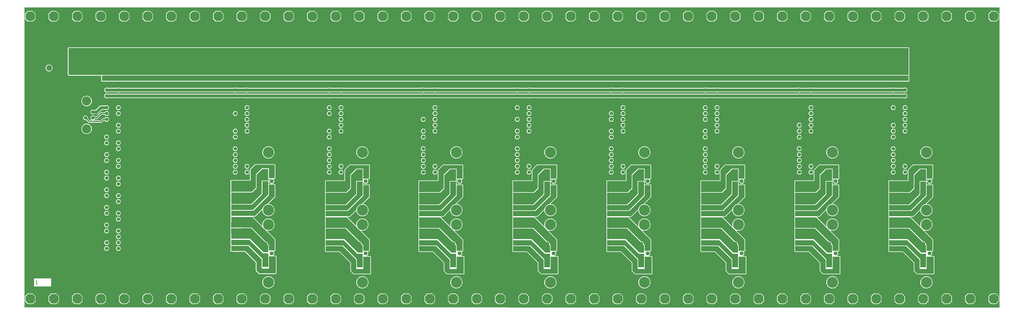
<source format=gbr>
%FSTAX23Y23*%
%MOIN*%
%SFA1B1*%

%IPPOS*%
%AMD16*
4,1,8,-0.039400,-0.078700,0.039400,-0.078700,0.078700,-0.039400,0.078700,0.039400,0.039400,0.078700,-0.039400,0.078700,-0.078700,0.039400,-0.078700,-0.039400,-0.039400,-0.078700,0.0*
%
%ADD10C,0.050000*%
%ADD11C,0.020000*%
%ADD12C,0.010000*%
%ADD13C,0.066535*%
%ADD14R,0.066535X0.066535*%
%ADD15C,0.187401*%
G04~CAMADD=16~4~0.0~0.0~1574.8~1574.8~0.0~393.7~0~0.0~0.0~0.0~0.0~0~0.0~0.0~0.0~0.0~0~0.0~0.0~0.0~180.0~1574.0~1574.0*
%ADD16D16*%
%ADD17C,0.060000*%
%ADD18C,0.157480*%
%ADD19C,0.157480*%
%ADD20C,0.098425*%
%ADD21C,0.050000*%
%LNbackplane_copper_signal_top-1*%
%LPD*%
G36*
X18429Y0719D02*
Y02079D01*
X0183Y0208*
Y0719*
X18429Y0719*
G37*
%LNbackplane_copper_signal_top-2*%
%LPC*%
G36*
X1502Y04425D02*
X15009Y04424D01*
X14999Y0442*
X14991Y04413*
X14984Y04405*
X1498Y04395*
X14979Y04385*
X1498Y04374*
X14984Y04364*
X14991Y04356*
X14999Y04349*
X15009Y04345*
X1502Y04344*
X1503Y04345*
X1504Y04349*
X15048Y04356*
X15055Y04364*
X15059Y04374*
X1506Y04385*
X15059Y04395*
X15055Y04405*
X15048Y04413*
X1504Y0442*
X1503Y04424*
X1502Y04425*
G37*
G36*
X1362D02*
X13609Y04424D01*
X13599Y0442*
X13591Y04413*
X13584Y04405*
X1358Y04395*
X13579Y04385*
X1358Y04374*
X13584Y04364*
X13591Y04356*
X13599Y04349*
X13609Y04345*
X1362Y04344*
X1363Y04345*
X1364Y04349*
X13648Y04356*
X13655Y04364*
X13659Y04374*
X1366Y04385*
X13659Y04395*
X13655Y04405*
X13648Y04413*
X1364Y0442*
X1363Y04424*
X1362Y04425*
G37*
G36*
X1662D02*
X16609Y04424D01*
X16599Y0442*
X16591Y04413*
X16584Y04405*
X1658Y04395*
X16579Y04385*
X1658Y04374*
X16584Y04364*
X16591Y04356*
X16599Y04349*
X16609Y04345*
X1662Y04344*
X1663Y04345*
X1664Y04349*
X16648Y04356*
X16655Y04364*
X16659Y04374*
X1666Y04385*
X16659Y04395*
X16655Y04405*
X16648Y04413*
X1664Y0442*
X1663Y04424*
X1662Y04425*
G37*
G36*
X1522D02*
X15209Y04424D01*
X15199Y0442*
X15191Y04413*
X15184Y04405*
X1518Y04395*
X15179Y04385*
X1518Y04374*
X15184Y04364*
X15191Y04356*
X15199Y04349*
X15209Y04345*
X1522Y04344*
X1523Y04345*
X1524Y04349*
X15248Y04356*
X15255Y04364*
X15259Y04374*
X1526Y04385*
X15259Y04395*
X15255Y04405*
X15248Y04413*
X1524Y0442*
X1523Y04424*
X1522Y04425*
G37*
G36*
X1182D02*
X11809Y04424D01*
X11799Y0442*
X11791Y04413*
X11784Y04405*
X1178Y04395*
X11779Y04385*
X1178Y04374*
X11784Y04364*
X11791Y04356*
X11799Y04349*
X11809Y04345*
X1182Y04344*
X1183Y04345*
X1184Y04349*
X11848Y04356*
X11855Y04364*
X11859Y04374*
X1186Y04385*
X11859Y04395*
X11855Y04405*
X11848Y04413*
X1184Y0442*
X1183Y04424*
X1182Y04425*
G37*
G36*
X1042D02*
X10409Y04424D01*
X10399Y0442*
X10391Y04413*
X10384Y04405*
X1038Y04395*
X10379Y04385*
X1038Y04374*
X10384Y04364*
X10391Y04356*
X10399Y04349*
X10409Y04345*
X1042Y04344*
X1043Y04345*
X1044Y04349*
X10448Y04356*
X10455Y04364*
X10459Y04374*
X1046Y04385*
X10459Y04395*
X10455Y04405*
X10448Y04413*
X1044Y0442*
X1043Y04424*
X1042Y04425*
G37*
G36*
X1342D02*
X13409Y04424D01*
X13399Y0442*
X13391Y04413*
X13384Y04405*
X1338Y04395*
X13379Y04385*
X1338Y04374*
X13384Y04364*
X13391Y04356*
X13399Y04349*
X13409Y04345*
X1342Y04344*
X1343Y04345*
X1344Y04349*
X13448Y04356*
X13455Y04364*
X13459Y04374*
X1346Y04385*
X13459Y04395*
X13455Y04405*
X13448Y04413*
X1344Y0442*
X1343Y04424*
X1342Y04425*
G37*
G36*
X1202D02*
X12009Y04424D01*
X11999Y0442*
X11991Y04413*
X11984Y04405*
X1198Y04395*
X11979Y04385*
X1198Y04374*
X11984Y04364*
X11991Y04356*
X11999Y04349*
X12009Y04345*
X1202Y04344*
X1203Y04345*
X1204Y04349*
X12048Y04356*
X12055Y04364*
X12059Y04374*
X1206Y04385*
X12059Y04395*
X12055Y04405*
X12048Y04413*
X1204Y0442*
X1203Y04424*
X1202Y04425*
G37*
G36*
X1682D02*
X16809Y04424D01*
X16799Y0442*
X16791Y04413*
X16784Y04405*
X1678Y04395*
X16779Y04385*
X1678Y04374*
X16784Y04364*
X16791Y04356*
X16799Y04349*
X16809Y04345*
X1682Y04344*
X1683Y04345*
X1684Y04349*
X16848Y04356*
X16855Y04364*
X16859Y04374*
X1686Y04385*
X16859Y04395*
X16855Y04405*
X16848Y04413*
X1684Y0442*
X1683Y04424*
X1682Y04425*
G37*
G36*
X0862Y04525D02*
X08609Y04524D01*
X08599Y0452*
X08591Y04513*
X08584Y04505*
X0858Y04495*
X08579Y04485*
X0858Y04474*
X08584Y04464*
X08591Y04456*
X08599Y04449*
X08609Y04445*
X0862Y04444*
X0863Y04445*
X0864Y04449*
X08648Y04456*
X08655Y04464*
X08659Y04474*
X0866Y04485*
X08659Y04495*
X08655Y04505*
X08648Y04513*
X0864Y0452*
X0863Y04524*
X0862Y04525*
G37*
G36*
X0722D02*
X07209Y04524D01*
X07199Y0452*
X07191Y04513*
X07184Y04505*
X0718Y04495*
X07179Y04485*
X0718Y04474*
X07184Y04464*
X07191Y04456*
X07199Y04449*
X07209Y04445*
X0722Y04444*
X0723Y04445*
X0724Y04449*
X07248Y04456*
X07255Y04464*
X07259Y04474*
X0726Y04485*
X07259Y04495*
X07255Y04505*
X07248Y04513*
X0724Y0452*
X0723Y04524*
X0722Y04525*
G37*
G36*
X1022D02*
X10209Y04524D01*
X10199Y0452*
X10191Y04513*
X10184Y04505*
X1018Y04495*
X10179Y04485*
X1018Y04474*
X10184Y04464*
X10191Y04456*
X10199Y04449*
X10209Y04445*
X1022Y04444*
X1023Y04445*
X1024Y04449*
X10248Y04456*
X10255Y04464*
X10259Y04474*
X1026Y04485*
X10259Y04495*
X10255Y04505*
X10248Y04513*
X1024Y0452*
X1023Y04524*
X1022Y04525*
G37*
G36*
X0882D02*
X08809Y04524D01*
X08799Y0452*
X08791Y04513*
X08784Y04505*
X0878Y04495*
X08779Y04485*
X0878Y04474*
X08784Y04464*
X08791Y04456*
X08799Y04449*
X08809Y04445*
X0882Y04444*
X0883Y04445*
X0884Y04449*
X08848Y04456*
X08855Y04464*
X08859Y04474*
X0886Y04485*
X08859Y04495*
X08855Y04505*
X08848Y04513*
X0884Y0452*
X0883Y04524*
X0882Y04525*
G37*
G36*
X0542D02*
X05409Y04524D01*
X05399Y0452*
X05391Y04513*
X05384Y04505*
X0538Y04495*
X05379Y04485*
X0538Y04474*
X05384Y04464*
X05391Y04456*
X05399Y04449*
X05409Y04445*
X0542Y04444*
X0543Y04445*
X0544Y04449*
X05448Y04456*
X05455Y04464*
X05459Y04474*
X0546Y04485*
X05459Y04495*
X05455Y04505*
X05448Y04513*
X0544Y0452*
X0543Y04524*
X0542Y04525*
G37*
G36*
X0343D02*
X03419Y04524D01*
X03409Y0452*
X03401Y04513*
X03394Y04505*
X0339Y04495*
X03389Y04485*
X0339Y04474*
X03394Y04464*
X03401Y04456*
X03409Y04449*
X03419Y04445*
X0343Y04444*
X0344Y04445*
X0345Y04449*
X03458Y04456*
X03465Y04464*
X03469Y04474*
X0347Y04485*
X03469Y04495*
X03465Y04505*
X03458Y04513*
X0345Y0452*
X0344Y04524*
X0343Y04525*
G37*
G36*
X0702D02*
X07009Y04524D01*
X06999Y0452*
X06991Y04513*
X06984Y04505*
X0698Y04495*
X06979Y04485*
X0698Y04474*
X06984Y04464*
X06991Y04456*
X06999Y04449*
X07009Y04445*
X0702Y04444*
X0703Y04445*
X0704Y04449*
X07048Y04456*
X07055Y04464*
X07059Y04474*
X0706Y04485*
X07059Y04495*
X07055Y04505*
X07048Y04513*
X0704Y0452*
X0703Y04524*
X0702Y04525*
G37*
G36*
X0562D02*
X05609Y04524D01*
X05599Y0452*
X05591Y04513*
X05584Y04505*
X0558Y04495*
X05579Y04485*
X0558Y04474*
X05584Y04464*
X05591Y04456*
X05599Y04449*
X05609Y04445*
X0562Y04444*
X0563Y04445*
X0564Y04449*
X05648Y04456*
X05655Y04464*
X05659Y04474*
X0566Y04485*
X05659Y04495*
X05655Y04505*
X05648Y04513*
X0564Y0452*
X0563Y04524*
X0562Y04525*
G37*
G36*
X15687Y04515D02*
X15357D01*
X15353Y04514*
X1535Y04512*
X1528Y04442*
X1527Y04432*
X15268Y04429*
X15267Y04425*
Y04245*
X14947*
X14943Y04244*
X1494Y04242*
X14938Y04239*
X14937Y04235*
Y04045*
X14938Y04041*
X14939Y0404*
X14938Y04038*
X14937Y04035*
Y03835*
X14938Y03831*
X14939Y0383*
X14938Y03829*
X14937Y03825*
Y03735*
X14938Y03731*
X14939Y0373*
X14938Y03728*
X14937Y03725*
Y03635*
X14938Y03631*
X1494Y03628*
Y03622*
X14938Y03619*
X14937Y03615*
Y03435*
X14938Y03431*
X14939Y0343*
X14938Y03429*
X14937Y03425*
Y03245*
X14938Y03241*
X1494Y03238*
Y03232*
X14938Y03229*
X14937Y03225*
Y03135*
X14938Y03131*
X14939Y03129*
X14938Y03129*
X14938Y03128*
X14938Y03128*
X14938Y03127*
X14937Y03125*
X14937Y03038*
X14937Y03038*
X14937Y03038*
X14938Y03036*
X14938Y03034*
X14938Y03034*
X14938Y03034*
X14939Y03033*
X1494Y03031*
X1494Y03031*
X1494Y03031*
X14944Y03028*
X14944Y03028*
X14944Y03028*
X14945Y03026*
X14947Y03025*
X14947Y03025*
X14947Y03025*
X14949Y03025*
X14951Y03025*
X14951Y03025*
X14951Y03025*
X15183*
X15367Y02841*
Y02705*
X15368Y02701*
X1537Y02698*
X1542Y02648*
X15423Y02645*
X15427Y02645*
X15707*
X15711Y02645*
X15715Y02648*
X15717Y02651*
X15718Y02655*
Y0294*
Y0294*
Y02945*
X15717Y02949*
Y02949*
X15716Y02951*
X15715Y02952*
X15713Y02953*
X15711Y02954*
X15707Y02955*
X15659*
X15658Y0296*
X15661Y02962*
X1567Y02969*
X15677Y02978*
X15682Y02988*
X15683Y03*
X15682Y03011*
X15677Y03021*
X15671Y0303*
X15672Y03035*
X15687*
X15691Y03035*
X15695Y03038*
X15697Y03041*
X15698Y03045*
Y03235*
X15697Y03239*
X15695Y03242*
X15682Y03254*
X15682Y03255*
X1568Y03258*
X15677Y0326*
X15676Y0326*
X15548Y03388*
X15551Y03392*
X15551Y03392*
X15567Y03389*
X15584Y03387*
X156Y03389*
X15616Y03392*
X15631Y03399*
X15645Y03407*
X15657Y03418*
X15668Y0343*
X15676Y03444*
X15683Y03459*
X15686Y03475*
X15688Y03491*
X15686Y03508*
X15683Y03524*
X15676Y03539*
X15668Y03553*
X15657Y03565*
X15645Y03576*
X15631Y03584*
X15616Y0359*
X156Y03594*
X15584Y03596*
X15567Y03594*
X15551Y0359*
X15536Y03584*
X15522Y03576*
X1551Y03565*
X15499Y03553*
X15491Y03539*
X15485Y03524*
X15481Y03508*
X15479Y03491*
X15481Y03475*
X15485Y03459*
X15485Y03459*
X1548Y03456*
X15465Y03472*
X15317Y0362*
X15319Y03625*
X15357*
X15357*
X15361Y03625*
X15365Y03628*
X15475Y03737*
X1548Y03735*
X15481Y03721*
X15485Y03705*
X15491Y0369*
X15499Y03676*
X1551Y03664*
X15522Y03653*
X15536Y03645*
X15551Y03639*
X15567Y03635*
X15584Y03633*
X156Y03635*
X15616Y03639*
X15631Y03645*
X15645Y03653*
X15657Y03664*
X15668Y03676*
X15676Y0369*
X15683Y03705*
X15686Y03721*
X15688Y03738*
X15686Y03754*
X15683Y0377*
X15676Y03785*
X15668Y03799*
X15657Y03811*
X15645Y03822*
X15631Y0383*
X15616Y03837*
X156Y0384*
X15586Y03842*
X15584Y03847*
X15695Y03958*
X15697Y03961*
X15698Y03965*
Y04165*
X15697Y04169*
X15695Y04172*
X15691Y04174*
X15687Y04175*
X15588*
Y04225*
X15587Y04229*
X15586Y0423*
X15587Y04231*
X15588Y04235*
Y04265*
X15606*
X15608Y0426*
X15602Y04251*
X15597Y04241*
X15596Y0423*
X15597Y04218*
X15602Y04208*
X15609Y04199*
X15618Y04192*
X15628Y04187*
X15639Y04186*
X15651Y04187*
X15661Y04192*
X1567Y04199*
X15677Y04208*
X15682Y04218*
X15683Y0423*
X15682Y04241*
X15677Y04251*
X15671Y0426*
X15672Y04265*
X15687*
X15691Y04265*
X15695Y04268*
X15697Y04271*
X15698Y04275*
Y04505*
X15697Y04509*
X15695Y04512*
X15691Y04514*
X15687Y04515*
G37*
G36*
X14087D02*
X13757D01*
X13753Y04514*
X1375Y04512*
X1368Y04442*
X1367Y04432*
X13668Y04429*
X13667Y04425*
Y04245*
X13347*
X13343Y04244*
X1334Y04242*
X13338Y04239*
X13337Y04235*
Y04045*
X13338Y04041*
X13339Y0404*
X13338Y04038*
X13337Y04035*
Y03835*
X13338Y03831*
X13339Y0383*
X13338Y03829*
X13337Y03825*
Y03735*
X13338Y03731*
X13339Y0373*
X13338Y03728*
X13337Y03725*
Y03635*
X13338Y03631*
X1334Y03628*
Y03622*
X13338Y03619*
X13337Y03615*
Y03435*
X13338Y03431*
X13339Y0343*
X13338Y03429*
X13337Y03425*
Y03245*
X13338Y03241*
X1334Y03238*
Y03232*
X13338Y03229*
X13337Y03225*
Y03135*
X13338Y03131*
X13339Y03129*
X13338Y03129*
X13338Y03128*
X13338Y03128*
X13338Y03127*
X13337Y03125*
X13337Y03038*
X13337Y03038*
X13337Y03038*
X13338Y03036*
X13338Y03034*
X13338Y03034*
X13338Y03034*
X13339Y03033*
X1334Y03031*
X1334Y03031*
X1334Y03031*
X13344Y03028*
X13344Y03028*
X13344Y03028*
X13345Y03026*
X13347Y03025*
X13347Y03025*
X13347Y03025*
X13349Y03025*
X13351Y03025*
X13351Y03025*
X13351Y03025*
X13583*
X13767Y02841*
Y02705*
X13768Y02701*
X1377Y02698*
X1382Y02648*
X13823Y02645*
X13827Y02645*
X14107*
X14111Y02645*
X14115Y02648*
X14117Y02651*
X14118Y02655*
Y0294*
Y0294*
X14118Y02945*
X14117Y02949*
Y02949*
X14116Y02951*
X14115Y02952*
X14113Y02953*
X14111Y02954*
X14111*
X14107Y02955*
X14059*
X14058Y0296*
X14061Y02962*
X1407Y02969*
X14077Y02978*
X14082Y02988*
X14083Y03*
X14082Y03011*
X14077Y03021*
X14071Y0303*
X14072Y03035*
X14087*
X14091Y03035*
X14095Y03038*
X14097Y03041*
X14098Y03045*
Y03235*
X14097Y03239*
X14095Y03242*
X14082Y03254*
X14082Y03255*
X1408Y03258*
X14077Y0326*
X14076Y0326*
X13948Y03388*
X13951Y03392*
X13951Y03392*
X13967Y03389*
X13984Y03387*
X14Y03389*
X14016Y03392*
X14031Y03399*
X14045Y03407*
X14057Y03418*
X14068Y0343*
X14076Y03444*
X14083Y03459*
X14086Y03475*
X14088Y03491*
X14086Y03508*
X14083Y03524*
X14076Y03539*
X14068Y03553*
X14057Y03565*
X14045Y03576*
X14031Y03584*
X14016Y0359*
X14Y03594*
X13984Y03596*
X13967Y03594*
X13951Y0359*
X13936Y03584*
X13922Y03576*
X1391Y03565*
X13899Y03553*
X13891Y03539*
X13885Y03524*
X13881Y03508*
X13879Y03491*
X13881Y03475*
X13885Y03459*
X13885Y03459*
X1388Y03456*
X13865Y03472*
X13717Y0362*
X13719Y03625*
X13757*
X13761Y03625*
X13765Y03628*
X13875Y03737*
X1388Y03735*
X13881Y03721*
X13885Y03705*
X13891Y0369*
X13899Y03676*
X1391Y03664*
X13922Y03653*
X13936Y03645*
X13951Y03639*
X13967Y03635*
X13984Y03633*
X14Y03635*
X14016Y03639*
X14031Y03645*
X14045Y03653*
X14057Y03664*
X14068Y03676*
X14076Y0369*
X14083Y03705*
X14086Y03721*
X14088Y03738*
X14086Y03754*
X14083Y0377*
X14076Y03785*
X14068Y03799*
X14057Y03811*
X14045Y03822*
X14031Y0383*
X14016Y03837*
X14Y0384*
X13986Y03842*
X13984Y03847*
X14095Y03958*
X14097Y03961*
X14098Y03965*
Y04165*
X14097Y04169*
X14095Y04172*
X14091Y04174*
X14087Y04175*
X13988*
Y04225*
X13987Y04229*
X13986Y0423*
X13987Y04231*
X13988Y04235*
Y04265*
X14006*
X14008Y0426*
X14002Y04251*
X13997Y04241*
X13996Y0423*
X13997Y04218*
X14002Y04208*
X14009Y04199*
X14018Y04192*
X14028Y04187*
X14039Y04186*
X14051Y04187*
X14061Y04192*
X1407Y04199*
X14077Y04208*
X14082Y04218*
X14083Y0423*
X14082Y04241*
X14077Y04251*
X14071Y0426*
X14072Y04265*
X14087*
X14091Y04265*
X14095Y04268*
X14097Y04271*
X14098Y04275*
Y04505*
X14097Y04509*
X14095Y04512*
X14091Y04514*
X14087Y04515*
G37*
G36*
X0323Y04325D02*
X03219Y04324D01*
X03209Y0432*
X03201Y04313*
X03194Y04305*
X0319Y04295*
X03189Y04285*
X0319Y04274*
X03194Y04264*
X03201Y04256*
X03209Y04249*
X03219Y04245*
X0323Y04244*
X0324Y04245*
X0325Y04249*
X03258Y04256*
X03265Y04264*
X03269Y04274*
X0327Y04285*
X03269Y04295*
X03265Y04305*
X03258Y04313*
X0325Y0432*
X0324Y04324*
X0323Y04325*
G37*
G36*
X17287Y04515D02*
X16957D01*
X16953Y04514*
X1695Y04512*
X1695*
X1688Y04442*
X1687Y04432*
X16868Y04429*
X16867Y04425*
Y04245*
X16547*
X16543Y04244*
X1654Y04242*
X16538Y04239*
X16537Y04235*
Y04045*
X16538Y04041*
X16539Y0404*
X16538Y04038*
X16537Y04035*
Y03835*
X16538Y03831*
X16539Y0383*
X16538Y03829*
X16537Y03825*
Y03735*
X16538Y03731*
X16539Y0373*
X16538Y03728*
X16537Y03725*
Y03635*
X16538Y03631*
X1654Y03628*
Y03622*
X16538Y03619*
X16537Y03615*
Y03435*
X16538Y03431*
X16539Y0343*
X16538Y03429*
X16537Y03425*
Y03245*
X16538Y03241*
X1654Y03238*
Y03232*
X16538Y03229*
X16537Y03225*
Y03135*
X16538Y03131*
X16539Y03129*
X16538Y03129*
X16538Y03128*
X16538Y03128*
X16538Y03127*
X16537Y03125*
X16537Y03038*
X16537Y03038*
X16537Y03038*
X16538Y03036*
X16538Y03034*
X16538Y03034*
X16538Y03034*
X16539Y03033*
X1654Y03031*
X1654Y03031*
X1654Y03031*
X16544Y03028*
X16544Y03028*
X16544Y03028*
X16545Y03026*
X16547Y03025*
X16547Y03025*
X16547Y03025*
X16549Y03025*
X16551Y03025*
X16551Y03025*
X16551Y03025*
X16783*
X16967Y02841*
Y02705*
X16968Y02701*
X1697Y02698*
X1702Y02648*
X17023Y02645*
X17027Y02645*
X17307*
X17311Y02645*
X17315Y02648*
X17317Y02651*
X17318Y02655*
Y0294*
Y0294*
X17318Y02945*
X17317Y02949*
Y02949*
X17316Y02951*
X17315Y02952*
X17313Y02953*
X17311Y02954*
X17311*
X17307Y02955*
X17259*
X17258Y0296*
X17261Y02962*
X1727Y02969*
X17277Y02978*
X17282Y02988*
X17283Y03*
X17282Y03011*
X17277Y03021*
X17271Y0303*
X17272Y03035*
X17287*
X17291Y03035*
X17295Y03038*
X17297Y03041*
X17298Y03045*
Y03235*
X17297Y03239*
X17295Y03242*
X17282Y03254*
X17282Y03255*
X1728Y03258*
X17277Y0326*
X17276Y0326*
X17148Y03388*
X17151Y03392*
X17151Y03392*
X17167Y03389*
X17184Y03387*
X172Y03389*
X17216Y03392*
X17231Y03399*
X17245Y03407*
X17257Y03418*
X17268Y0343*
X17276Y03444*
X17283Y03459*
X17286Y03475*
X17288Y03491*
X17286Y03508*
X17283Y03524*
X17276Y03539*
X17268Y03553*
X17257Y03565*
X17245Y03576*
X17231Y03584*
X17216Y0359*
X172Y03594*
X17184Y03596*
X17167Y03594*
X17151Y0359*
X17136Y03584*
X17122Y03576*
X1711Y03565*
X17099Y03553*
X17091Y03539*
X17085Y03524*
X17081Y03508*
X17079Y03491*
X17081Y03475*
X17085Y03459*
X17085Y03459*
X1708Y03456*
X17065Y03472*
X16917Y0362*
X16919Y03625*
X16957*
X16961Y03625*
X16965Y03628*
X17075Y03737*
X1708Y03735*
X17081Y03721*
X17085Y03705*
X17091Y0369*
X17099Y03676*
X1711Y03664*
X17122Y03653*
X17136Y03645*
X17151Y03639*
X17167Y03635*
X17184Y03633*
X172Y03635*
X17216Y03639*
X17231Y03645*
X17245Y03653*
X17257Y03664*
X17268Y03676*
X17276Y0369*
X17283Y03705*
X17286Y03721*
X17288Y03738*
X17286Y03754*
X17283Y0377*
X17276Y03785*
X17268Y03799*
X17257Y03811*
X17245Y03822*
X17231Y0383*
X17216Y03837*
X172Y0384*
X17186Y03842*
X17184Y03847*
X17295Y03958*
X17297Y03961*
X17298Y03965*
Y04165*
X17297Y04169*
X17295Y04172*
X17291Y04174*
X17287Y04175*
X17188*
Y04225*
X17187Y04229*
X17186Y0423*
X17187Y04231*
X17188Y04235*
Y04265*
X17206*
X17208Y0426*
X17202Y04251*
X17197Y04241*
X17196Y0423*
X17197Y04218*
X17202Y04208*
X17209Y04199*
X17218Y04192*
X17228Y04187*
X17239Y04186*
X17251Y04187*
X17261Y04192*
X1727Y04199*
X17277Y04208*
X17282Y04218*
X17283Y0423*
X17282Y04241*
X17277Y04251*
X17271Y0426*
X17272Y04265*
X17287*
X17291Y04265*
X17295Y04268*
X17297Y04271*
X17298Y04275*
Y04505*
X17297Y04509*
X17295Y04512*
X17291Y04514*
X17287Y04515*
G37*
G36*
X09287D02*
X08957D01*
X08953Y04514*
X0895Y04512*
X0888Y04442*
X0887Y04432*
X08868Y04429*
X08867Y04425*
Y04245*
X08547*
X08543Y04244*
X0854Y04242*
X08538Y04239*
X08537Y04235*
Y04045*
X08538Y04041*
X08539Y0404*
X08538Y04038*
X08537Y04035*
Y03835*
X08538Y03831*
X08539Y0383*
X08538Y03829*
X08537Y03825*
Y03735*
X08538Y03731*
X08539Y0373*
X08538Y03728*
X08537Y03725*
Y03635*
X08538Y03631*
X0854Y03628*
Y03622*
X08538Y03619*
X08537Y03615*
X08537Y03435*
X08538Y03431*
X08539Y0343*
X08538Y03429*
X08537Y03425*
X08537Y03245*
X08538Y03241*
X0854Y03238*
Y03232*
X08538Y03229*
X08537Y03225*
Y03135*
X08538Y03131*
X08539Y03129*
X08538Y03129*
X08538Y03128*
X08538Y03128*
X08538Y03127*
X08537Y03125*
X08537Y03038*
X08537Y03038*
X08537Y03038*
X08538Y03036*
X08538Y03034*
X08538Y03034*
X08538Y03034*
X08539Y03033*
X0854Y03031*
X0854Y03031*
X0854Y03031*
X08544Y03028*
X08544Y03028*
X08544Y03028*
X08545Y03026*
X08547Y03025*
X08547Y03025*
X08547Y03025*
X08549Y03025*
X08551Y03025*
X08551Y03025*
X08551Y03025*
X08783*
X08967Y02841*
Y02705*
X08968Y02701*
X0897Y02698*
X0902Y02648*
X09023Y02645*
X09027Y02645*
X09307*
X09311Y02645*
X09315Y02648*
X09317Y02651*
X09318Y02655*
Y0294*
Y0294*
Y02945*
X09317Y02949*
Y02949*
X09316Y02951*
X09315Y02952*
X09315*
X09313Y02953*
X09311Y02954*
X09311*
X09307Y02955*
X09259*
X09258Y0296*
X09261Y02962*
X0927Y02969*
X09277Y02978*
X09282Y02988*
X09283Y03*
X09282Y03011*
X09277Y03021*
X09271Y0303*
X09272Y03035*
X09287*
X09291Y03035*
X09295Y03038*
X09297Y03041*
X09298Y03045*
Y03235*
X09297Y03239*
X09295Y03242*
X09282Y03254*
X09282Y03255*
X0928Y03258*
X09277Y0326*
X09276Y0326*
X09148Y03388*
X09151Y03392*
X09151Y03392*
X09167Y03389*
X09184Y03387*
X092Y03389*
X09216Y03392*
X09231Y03399*
X09245Y03407*
X09257Y03418*
X09268Y0343*
X09276Y03444*
X09283Y03459*
X09286Y03475*
X09288Y03491*
X09286Y03508*
X09283Y03524*
X09276Y03539*
X09268Y03553*
X09257Y03565*
X09245Y03576*
X09231Y03584*
X09216Y0359*
X092Y03594*
X09184Y03596*
X09167Y03594*
X09151Y0359*
X09136Y03584*
X09122Y03576*
X0911Y03565*
X09099Y03553*
X09091Y03539*
X09085Y03524*
X09081Y03508*
X09079Y03491*
X09081Y03475*
X09085Y03459*
X09085Y03459*
X0908Y03456*
X09065Y03472*
X09065*
X08917Y0362*
X08919Y03625*
X08957*
X08957*
X08961Y03625*
X08965Y03628*
X09075Y03737*
X0908Y03735*
X09081Y03721*
X09085Y03705*
X09091Y0369*
X09099Y03676*
X0911Y03664*
X09122Y03653*
X09136Y03645*
X09151Y03639*
X09167Y03635*
X09184Y03633*
X092Y03635*
X09216Y03639*
X09231Y03645*
X09245Y03653*
X09257Y03664*
X09268Y03676*
X09276Y0369*
X09283Y03705*
X09286Y03721*
X09288Y03738*
X09286Y03754*
X09283Y0377*
X09276Y03785*
X09268Y03799*
X09257Y03811*
X09245Y03822*
X09231Y0383*
X09216Y03837*
X092Y0384*
X09186Y03842*
X09184Y03847*
X09295Y03958*
X09297Y03961*
X09298Y03965*
Y04165*
X09297Y04169*
X09295Y04172*
X09291Y04174*
X09287Y04175*
X09188*
Y04225*
X09187Y04229*
X09186Y0423*
X09187Y04231*
X09188Y04235*
Y04265*
X09206*
X09208Y0426*
X09202Y04251*
X09197Y04241*
X09196Y0423*
X09197Y04218*
X09202Y04208*
X09209Y04199*
X09218Y04192*
X09228Y04187*
X09239Y04186*
X09251Y04187*
X09261Y04192*
X0927Y04199*
X09277Y04208*
X09282Y04218*
X09283Y0423*
X09282Y04241*
X09277Y04251*
X09271Y0426*
X09272Y04265*
X09287*
X09291Y04265*
X09295Y04268*
X09297Y04271*
X09298Y04275*
Y04505*
X09297Y04509*
X09295Y04512*
X09291Y04514*
X09287Y04515*
G37*
G36*
X07697D02*
X07367D01*
X07363Y04514*
X0736Y04512*
X0729Y04442*
X0728Y04432*
X07278Y04429*
X07277Y04425*
Y04245*
X06957*
X06953Y04244*
X0695Y04242*
X06948Y04239*
X06947Y04235*
Y04045*
X06948Y04041*
X06949Y0404*
X06948Y04038*
X06947Y04035*
Y03835*
X06948Y03831*
X06949Y0383*
X06948Y03829*
X06947Y03825*
Y03735*
X06948Y03731*
X06949Y0373*
X06948Y03728*
X06947Y03725*
Y03635*
X06948Y03631*
X0695Y03628*
Y03622*
X06948Y03619*
X06947Y03615*
X06947Y03435*
X06948Y03431*
X06949Y0343*
X06948Y03429*
X06947Y03425*
X06947Y03245*
X06948Y03241*
X0695Y03238*
Y03232*
X06948Y03229*
X06947Y03225*
Y03135*
X06948Y03131*
X06949Y03129*
X06948Y03129*
X06948Y03128*
X06948Y03128*
X06948Y03127*
X06947Y03125*
X06947Y03038*
X06947Y03038*
X06947Y03038*
X06948Y03036*
X06948Y03034*
X06948Y03034*
X06948Y03034*
X06949Y03033*
X0695Y03031*
X0695Y03031*
X0695Y03031*
X06954Y03028*
X06954Y03028*
X06954Y03028*
X06955Y03026*
X06957Y03025*
X06957Y03025*
X06957Y03025*
X06959Y03025*
X06961Y03025*
X06961Y03025*
X06961Y03025*
X07193*
X07377Y02841*
Y02705*
X07378Y02701*
X0738Y02698*
X0743Y02648*
X07433Y02645*
X07437Y02645*
X07717*
X07721Y02645*
X07725Y02648*
X07727Y02651*
X07728Y02655*
Y0294*
Y0294*
Y02945*
X07727Y02949*
Y02949*
X07726Y02951*
X07725Y02952*
X07725*
X07723Y02953*
X07721Y02954*
X07721*
X07717Y02955*
X07659*
X07658Y0296*
X07661Y02962*
X0767Y02969*
X07677Y02978*
X07682Y02988*
X07683Y03*
X07682Y03011*
X07677Y03021*
X07671Y0303*
X07672Y03035*
X07697*
X07701Y03035*
X07705Y03038*
X07707Y03041*
X07708Y03045*
Y03235*
X07707Y03239*
X07705Y03242*
X07562Y03385*
X07564Y03389*
X07567Y03389*
X07584Y03387*
X076Y03389*
X07616Y03392*
X07631Y03399*
X07645Y03407*
X07657Y03418*
X07668Y0343*
X07676Y03444*
X07683Y03459*
X07686Y03475*
X07688Y03491*
X07686Y03508*
X07683Y03524*
X07676Y03539*
X07668Y03553*
X07657Y03565*
X07645Y03576*
X07631Y03584*
X07616Y0359*
X076Y03594*
X07584Y03596*
X07567Y03594*
X07551Y0359*
X07536Y03584*
X07522Y03576*
X0751Y03565*
X07499Y03553*
X07491Y03539*
X07485Y03524*
X07481Y03508*
X07479Y03491*
X07481Y03475*
X07481Y03472*
X07477Y0347*
X07475Y03472*
X07327Y0362*
X07329Y03625*
X07367*
X07371Y03625*
X07375Y03628*
X07476Y03728*
X0748Y03727*
X07481Y03721*
X07485Y03705*
X07491Y0369*
X07499Y03676*
X0751Y03664*
X07522Y03653*
X07536Y03645*
X07551Y03639*
X07567Y03635*
X07584Y03633*
X076Y03635*
X07616Y03639*
X07631Y03645*
X07645Y03653*
X07657Y03664*
X07668Y03676*
X07676Y0369*
X07683Y03705*
X07686Y03721*
X07688Y03738*
X07686Y03754*
X07683Y0377*
X07676Y03785*
X07668Y03799*
X07657Y03811*
X07645Y03822*
X07631Y0383*
X07616Y03837*
X076Y0384*
X07594Y03841*
X07593Y03846*
X07705Y03958*
X07707Y03961*
X07708Y03965*
Y04165*
X07707Y04169*
X07705Y04172*
X07701Y04174*
X07697Y04175*
X07598*
Y04205*
X07603Y04206*
X07609Y04199*
X07618Y04192*
X07628Y04187*
X07639Y04186*
X07651Y04187*
X07661Y04192*
X0767Y04199*
X07677Y04208*
X07682Y04218*
X07683Y0423*
X07682Y04241*
X07677Y04251*
X07671Y0426*
X07672Y04265*
X07697*
X07701Y04265*
X07705Y04268*
X07707Y04271*
X07708Y04275*
Y04505*
X07707Y04509*
X07705Y04512*
X07701Y04514*
X07697Y04515*
G37*
G36*
X12487D02*
X12157D01*
X12153Y04514*
X1215Y04512*
X1208Y04442*
X1207Y04432*
X12068Y04429*
X12067Y04425*
Y04245*
X11747*
X11743Y04244*
X1174Y04242*
X11738Y04239*
X11737Y04235*
Y04045*
X11738Y04041*
X11739Y0404*
X11738Y04038*
X11737Y04035*
Y03835*
X11738Y03831*
X11739Y0383*
X11738Y03829*
X11737Y03825*
Y03735*
X11738Y03731*
X11739Y0373*
X11738Y03728*
X11737Y03725*
Y03635*
X11738Y03631*
X1174Y03628*
Y03622*
X11738Y03619*
X11737Y03615*
Y03435*
X11738Y03431*
X11739Y0343*
X11738Y03429*
X11737Y03425*
Y03245*
X11738Y03241*
X1174Y03238*
Y03232*
X11738Y03229*
X11737Y03225*
Y03135*
X11738Y03131*
X11739Y03129*
X11738Y03129*
X11738Y03128*
X11738Y03128*
X11738Y03127*
X11737Y03125*
X11737Y03038*
X11737Y03038*
X11737Y03038*
X11738Y03036*
X11738Y03034*
X11738Y03034*
X11738Y03034*
X11739Y03033*
X1174Y03031*
X1174Y03031*
X1174Y03031*
X11744Y03028*
X11744Y03028*
X11744Y03028*
X11745Y03026*
X11747Y03025*
X11747Y03025*
X11747Y03025*
X11749Y03025*
X11751Y03025*
X11751Y03025*
X11751Y03025*
X11983*
X12167Y02841*
Y02705*
X12168Y02701*
X1217Y02698*
X1222Y02648*
X12223Y02645*
X12227Y02645*
X12507*
X12511Y02645*
X12515Y02648*
X12517Y02651*
X12518Y02655*
Y0294*
Y0294*
Y02945*
X12517Y02949*
Y02949*
X12516Y02951*
X12515Y02952*
X12515*
X12513Y02953*
X12511Y02954*
X12507Y02955*
X12459*
X12458Y0296*
X12461Y02962*
X1247Y02969*
X12477Y02978*
X12482Y02988*
X12483Y03*
X12482Y03011*
X12477Y03021*
X12471Y0303*
X12472Y03035*
X12487*
X12491Y03035*
X12495Y03038*
X12497Y03041*
X12498Y03045*
Y03235*
X12497Y03239*
X12495Y03242*
X12482Y03254*
X12482Y03255*
X1248Y03258*
X12477Y0326*
X12476Y0326*
X12348Y03388*
X12351Y03392*
X12351Y03392*
X12367Y03389*
X12384Y03387*
X124Y03389*
X12416Y03392*
X12431Y03399*
X12445Y03407*
X12457Y03418*
X12468Y0343*
X12476Y03444*
X12483Y03459*
X12486Y03475*
X12488Y03491*
X12486Y03508*
X12483Y03524*
X12476Y03539*
X12468Y03553*
X12457Y03565*
X12445Y03576*
X12431Y03584*
X12416Y0359*
X124Y03594*
X12384Y03596*
X12367Y03594*
X12351Y0359*
X12336Y03584*
X12322Y03576*
X1231Y03565*
X12299Y03553*
X12291Y03539*
X12285Y03524*
X12281Y03508*
X12279Y03491*
X12281Y03475*
X12285Y03459*
X12285Y03459*
X1228Y03456*
X12265Y03472*
X12117Y0362*
X12119Y03625*
X12157*
X12157*
X12161Y03625*
X12165Y03628*
X12275Y03737*
X1228Y03735*
X12281Y03721*
X12285Y03705*
X12291Y0369*
X12299Y03676*
X1231Y03664*
X12322Y03653*
X12336Y03645*
X12351Y03639*
X12367Y03635*
X12384Y03633*
X124Y03635*
X12416Y03639*
X12431Y03645*
X12445Y03653*
X12457Y03664*
X12468Y03676*
X12476Y0369*
X12483Y03705*
X12486Y03721*
X12488Y03738*
X12486Y03754*
X12483Y0377*
X12476Y03785*
X12468Y03799*
X12457Y03811*
X12445Y03822*
X12431Y0383*
X12416Y03837*
X124Y0384*
X12386Y03842*
X12384Y03847*
X12495Y03958*
X12497Y03961*
X12498Y03965*
Y04165*
X12497Y04169*
X12495Y04172*
X12491Y04174*
X12487Y04175*
X12388*
Y04225*
X12387Y04229*
X12386Y0423*
X12387Y04231*
X12388Y04235*
Y04265*
X12406*
X12408Y0426*
X12402Y04251*
X12397Y04241*
X12396Y0423*
X12397Y04218*
X12402Y04208*
X12409Y04199*
X12418Y04192*
X12428Y04187*
X12439Y04186*
X12451Y04187*
X12461Y04192*
X1247Y04199*
X12477Y04208*
X12482Y04218*
X12483Y0423*
X12482Y04241*
X12477Y04251*
X12471Y0426*
X12472Y04265*
X12487*
X12491Y04265*
X12495Y04268*
X12497Y04271*
X12498Y04275*
Y04505*
X12497Y04509*
X12495Y04512*
X12491Y04514*
X12487Y04515*
G37*
G36*
X10887D02*
X10557D01*
X10553Y04514*
X1055Y04512*
X1048Y04442*
X1047Y04432*
X10468Y04429*
X10467Y04425*
Y04245*
X10147*
X10143Y04244*
X1014Y04242*
X10138Y04239*
X10137Y04235*
Y04045*
X10138Y04041*
X10139Y0404*
X10138Y04038*
X10137Y04035*
Y03835*
X10138Y03831*
X10139Y0383*
X10138Y03829*
X10137Y03825*
Y03735*
X10138Y03731*
X10139Y0373*
X10138Y03728*
X10137Y03725*
Y03635*
X10138Y03631*
X1014Y03628*
Y03622*
X10138Y03619*
X10137Y03615*
Y03435*
X10138Y03431*
X10139Y0343*
X10138Y03429*
X10137Y03425*
Y03245*
X10138Y03241*
X1014Y03238*
Y03232*
X10138Y03229*
X10137Y03225*
Y03135*
X10138Y03131*
X10139Y03129*
X10138Y03129*
X10138Y03128*
X10138Y03128*
X10138Y03127*
X10137Y03125*
X10137Y03038*
X10137Y03038*
X10137Y03038*
X10138Y03036*
X10138Y03034*
X10138Y03034*
X10138Y03034*
X10139Y03033*
X1014Y03031*
X1014Y03031*
X1014Y03031*
X10144Y03028*
X10144Y03028*
X10144Y03028*
X10145Y03026*
X10147Y03025*
X10147Y03025*
X10147Y03025*
X10149Y03025*
X10151Y03025*
X10151Y03025*
X10151Y03025*
X10383*
X10567Y02841*
Y02705*
X10568Y02701*
X1057Y02698*
X1062Y02648*
X10623Y02645*
X10627Y02645*
X10907*
X10911Y02645*
X10915Y02648*
X10917Y02651*
X10918Y02655*
Y0294*
Y0294*
X10918Y02945*
X10917Y02949*
Y02949*
X10916Y02951*
X10915Y02952*
X10913Y02953*
X10911Y02954*
X10907Y02955*
X10859*
X10858Y0296*
X10861Y02962*
X1087Y02969*
X10877Y02978*
X10882Y02988*
X10883Y03*
X10882Y03011*
X10877Y03021*
X10871Y0303*
X10872Y03035*
X10887*
X10891Y03035*
X10895Y03038*
X10897Y03041*
X10898Y03045*
Y03235*
X10897Y03239*
X10895Y03242*
X10882Y03254*
X10882Y03255*
X1088Y03258*
X10877Y0326*
X10876Y0326*
X10748Y03388*
X10751Y03392*
X10751Y03392*
X10767Y03389*
X10784Y03387*
X108Y03389*
X10816Y03392*
X10831Y03399*
X10845Y03407*
X10857Y03418*
X10868Y0343*
X10876Y03444*
X10883Y03459*
X10886Y03475*
X10888Y03491*
X10886Y03508*
X10883Y03524*
X10876Y03539*
X10868Y03553*
X10857Y03565*
X10845Y03576*
X10831Y03584*
X10816Y0359*
X108Y03594*
X10784Y03596*
X10767Y03594*
X10751Y0359*
X10736Y03584*
X10722Y03576*
X1071Y03565*
X10699Y03553*
X10691Y03539*
X10685Y03524*
X10681Y03508*
X10679Y03491*
X10681Y03475*
X10685Y03459*
X10685Y03459*
X1068Y03456*
X10665Y03472*
X10665*
X10517Y0362*
X10519Y03625*
X10557*
X10561Y03625*
X10565Y03628*
X10675Y03737*
X1068Y03735*
X10681Y03721*
X10685Y03705*
X10691Y0369*
X10699Y03676*
X1071Y03664*
X10722Y03653*
X10736Y03645*
X10751Y03639*
X10767Y03635*
X10784Y03633*
X108Y03635*
X10816Y03639*
X10831Y03645*
X10845Y03653*
X10857Y03664*
X10868Y03676*
X10876Y0369*
X10883Y03705*
X10886Y03721*
X10888Y03738*
X10886Y03754*
X10883Y0377*
X10876Y03785*
X10868Y03799*
X10857Y03811*
X10845Y03822*
X10831Y0383*
X10816Y03837*
X108Y0384*
X10786Y03842*
X10784Y03847*
X10895Y03958*
X10897Y03961*
X10898Y03965*
Y04165*
X10897Y04169*
X10895Y04172*
X10891Y04174*
X10887Y04175*
X10788*
Y04225*
X10787Y04229*
X10786Y0423*
X10787Y04231*
X10788Y04235*
Y04265*
X10806*
X10808Y0426*
X10802Y04251*
X10797Y04241*
X10796Y0423*
X10797Y04218*
X10802Y04208*
X10809Y04199*
X10818Y04192*
X10828Y04187*
X10839Y04186*
X10851Y04187*
X10861Y04192*
X1087Y04199*
X10877Y04208*
X10882Y04218*
X10883Y0423*
X10882Y04241*
X10877Y04251*
X10871Y0426*
X10872Y04265*
X10887*
X10891Y04265*
X10895Y04268*
X10897Y04271*
X10898Y04275*
Y04505*
X10897Y04509*
X10895Y04512*
X10891Y04514*
X10887Y04515*
G37*
G36*
X0343Y04325D02*
X03419Y04324D01*
X03409Y0432*
X03401Y04313*
X03394Y04305*
X0339Y04295*
X03389Y04285*
X0339Y04274*
X03394Y04264*
X03401Y04256*
X03409Y04249*
X03419Y04245*
X0343Y04244*
X0344Y04245*
X0345Y04249*
X03458Y04256*
X03465Y04264*
X03469Y04274*
X0347Y04285*
X03469Y04295*
X03465Y04305*
X03458Y04313*
X0345Y0432*
X0344Y04324*
X0343Y04325*
G37*
G36*
X0862Y04425D02*
X08609Y04424D01*
X08599Y0442*
X08591Y04413*
X08584Y04405*
X0858Y04395*
X08579Y04385*
X0858Y04374*
X08584Y04364*
X08591Y04356*
X08599Y04349*
X08609Y04345*
X0862Y04344*
X0863Y04345*
X0864Y04349*
X08648Y04356*
X08655Y04364*
X08659Y04374*
X0866Y04385*
X08659Y04395*
X08655Y04405*
X08648Y04413*
X0864Y0442*
X0863Y04424*
X0862Y04425*
G37*
G36*
X0722D02*
X07209Y04424D01*
X07199Y0442*
X07191Y04413*
X07184Y04405*
X0718Y04395*
X07179Y04385*
X0718Y04374*
X07184Y04364*
X07191Y04356*
X07199Y04349*
X07209Y04345*
X0722Y04344*
X0723Y04345*
X0724Y04349*
X07248Y04356*
X07255Y04364*
X07259Y04374*
X0726Y04385*
X07259Y04395*
X07255Y04405*
X07248Y04413*
X0724Y0442*
X0723Y04424*
X0722Y04425*
G37*
G36*
X1022D02*
X10209Y04424D01*
X10199Y0442*
X10191Y04413*
X10184Y04405*
X1018Y04395*
X10179Y04385*
X1018Y04374*
X10184Y04364*
X10191Y04356*
X10199Y04349*
X10209Y04345*
X1022Y04344*
X1023Y04345*
X1024Y04349*
X10248Y04356*
X10255Y04364*
X10259Y04374*
X1026Y04385*
X10259Y04395*
X10255Y04405*
X10248Y04413*
X1024Y0442*
X1023Y04424*
X1022Y04425*
G37*
G36*
X0882D02*
X08809Y04424D01*
X08799Y0442*
X08791Y04413*
X08784Y04405*
X0878Y04395*
X08779Y04385*
X0878Y04374*
X08784Y04364*
X08791Y04356*
X08799Y04349*
X08809Y04345*
X0882Y04344*
X0883Y04345*
X0884Y04349*
X08848Y04356*
X08855Y04364*
X08859Y04374*
X0886Y04385*
X08859Y04395*
X08855Y04405*
X08848Y04413*
X0884Y0442*
X0883Y04424*
X0882Y04425*
G37*
G36*
X0542D02*
X05409Y04424D01*
X05399Y0442*
X05391Y04413*
X05384Y04405*
X0538Y04395*
X05379Y04385*
X0538Y04374*
X05384Y04364*
X05391Y04356*
X05399Y04349*
X05409Y04345*
X0542Y04344*
X0543Y04345*
X0544Y04349*
X05448Y04356*
X05455Y04364*
X05459Y04374*
X0546Y04385*
X05459Y04395*
X05455Y04405*
X05448Y04413*
X0544Y0442*
X0543Y04424*
X0542Y04425*
G37*
G36*
X0323D02*
X03219Y04424D01*
X03209Y0442*
X03201Y04413*
X03194Y04405*
X0319Y04395*
X03189Y04385*
X0319Y04374*
X03194Y04364*
X03201Y04356*
X03209Y04349*
X03219Y04345*
X0323Y04344*
X0324Y04345*
X0325Y04349*
X03258Y04356*
X03265Y04364*
X03269Y04374*
X0327Y04385*
X03269Y04395*
X03265Y04405*
X03258Y04413*
X0325Y0442*
X0324Y04424*
X0323Y04425*
G37*
G36*
X0702D02*
X07009Y04424D01*
X06999Y0442*
X06991Y04413*
X06984Y04405*
X0698Y04395*
X06979Y04385*
X0698Y04374*
X06984Y04364*
X06991Y04356*
X06999Y04349*
X07009Y04345*
X0702Y04344*
X0703Y04345*
X0704Y04349*
X07048Y04356*
X07055Y04364*
X07059Y04374*
X0706Y04385*
X07059Y04395*
X07055Y04405*
X07048Y04413*
X0704Y0442*
X0703Y04424*
X0702Y04425*
G37*
G36*
X0562D02*
X05609Y04424D01*
X05599Y0442*
X05591Y04413*
X05584Y04405*
X0558Y04395*
X05579Y04385*
X0558Y04374*
X05584Y04364*
X05591Y04356*
X05599Y04349*
X05609Y04345*
X0562Y04344*
X0563Y04345*
X0564Y04349*
X05648Y04356*
X05655Y04364*
X05659Y04374*
X0566Y04385*
X05659Y04395*
X05655Y04405*
X05648Y04413*
X0564Y0442*
X0563Y04424*
X0562Y04425*
G37*
G36*
X1042Y04525D02*
X10409Y04524D01*
X10399Y0452*
X10391Y04513*
X10384Y04505*
X1038Y04495*
X10379Y04485*
X1038Y04474*
X10384Y04464*
X10391Y04456*
X10399Y04449*
X10409Y04445*
X1042Y04444*
X1043Y04445*
X1044Y04449*
X10448Y04456*
X10455Y04464*
X10459Y04474*
X1046Y04485*
X10459Y04495*
X10455Y04505*
X10448Y04513*
X1044Y0452*
X1043Y04524*
X1042Y04525*
G37*
G36*
X12384Y04826D02*
X12367Y04824D01*
X12351Y0482*
X12336Y04814*
X12322Y04806*
X1231Y04795*
X12299Y04783*
X12291Y04769*
X12285Y04754*
X12281Y04738*
X12279Y04721*
X12281Y04705*
X12285Y04689*
X12291Y04674*
X12299Y0466*
X1231Y04648*
X12322Y04637*
X12336Y04629*
X12351Y04622*
X12367Y04619*
X12384Y04617*
X124Y04619*
X12416Y04622*
X12431Y04629*
X12445Y04637*
X12457Y04648*
X12468Y0466*
X12476Y04674*
X12483Y04689*
X12486Y04705*
X12488Y04721*
X12486Y04738*
X12483Y04754*
X12476Y04769*
X12468Y04783*
X12457Y04795*
X12445Y04806*
X12431Y04814*
X12416Y0482*
X124Y04824*
X12384Y04826*
G37*
G36*
X10784D02*
X10767Y04824D01*
X10751Y0482*
X10736Y04814*
X10722Y04806*
X1071Y04795*
X10699Y04783*
X10691Y04769*
X10685Y04754*
X10681Y04738*
X10679Y04721*
X10681Y04705*
X10685Y04689*
X10691Y04674*
X10699Y0466*
X1071Y04648*
X10722Y04637*
X10736Y04629*
X10751Y04622*
X10767Y04619*
X10784Y04617*
X108Y04619*
X10816Y04622*
X10831Y04629*
X10845Y04637*
X10857Y04648*
X10868Y0466*
X10876Y04674*
X10883Y04689*
X10886Y04705*
X10888Y04721*
X10886Y04738*
X10883Y04754*
X10876Y04769*
X10868Y04783*
X10857Y04795*
X10845Y04806*
X10831Y04814*
X10816Y0482*
X108Y04824*
X10784Y04826*
G37*
G36*
X15584D02*
X15567Y04824D01*
X15551Y0482*
X15536Y04814*
X15522Y04806*
X1551Y04795*
X15499Y04783*
X15491Y04769*
X15485Y04754*
X15481Y04738*
X15479Y04721*
X15481Y04705*
X15485Y04689*
X15491Y04674*
X15499Y0466*
X1551Y04648*
X15522Y04637*
X15536Y04629*
X15551Y04622*
X15567Y04619*
X15584Y04617*
X156Y04619*
X15616Y04622*
X15631Y04629*
X15645Y04637*
X15657Y04648*
X15668Y0466*
X15676Y04674*
X15683Y04689*
X15686Y04705*
X15688Y04721*
X15686Y04738*
X15683Y04754*
X15676Y04769*
X15668Y04783*
X15657Y04795*
X15645Y04806*
X15631Y04814*
X15616Y0482*
X156Y04824*
X15584Y04826*
G37*
G36*
X13984D02*
X13967Y04824D01*
X13951Y0482*
X13936Y04814*
X13922Y04806*
X1391Y04795*
X13899Y04783*
X13891Y04769*
X13885Y04754*
X13881Y04738*
X13879Y04721*
X13881Y04705*
X13885Y04689*
X13891Y04674*
X13899Y0466*
X1391Y04648*
X13922Y04637*
X13936Y04629*
X13951Y04622*
X13967Y04619*
X13984Y04617*
X14Y04619*
X14016Y04622*
X14031Y04629*
X14045Y04637*
X14057Y04648*
X14068Y0466*
X14076Y04674*
X14083Y04689*
X14086Y04705*
X14088Y04721*
X14086Y04738*
X14083Y04754*
X14076Y04769*
X14068Y04783*
X14057Y04795*
X14045Y04806*
X14031Y04814*
X14016Y0482*
X14Y04824*
X13984Y04826*
G37*
G36*
X05984D02*
X05967Y04824D01*
X05951Y0482*
X05936Y04814*
X05922Y04806*
X0591Y04795*
X05899Y04783*
X05891Y04769*
X05885Y04754*
X05881Y04738*
X05879Y04721*
X05881Y04705*
X05885Y04689*
X05891Y04674*
X05899Y0466*
X0591Y04648*
X05922Y04637*
X05936Y04629*
X05951Y04622*
X05967Y04619*
X05984Y04617*
X06Y04619*
X06016Y04622*
X06031Y04629*
X06045Y04637*
X06057Y04648*
X06068Y0466*
X06076Y04674*
X06083Y04689*
X06086Y04705*
X06088Y04721*
X06086Y04738*
X06083Y04754*
X06076Y04769*
X06068Y04783*
X06057Y04795*
X06045Y04806*
X06031Y04814*
X06016Y0482*
X06Y04824*
X05984Y04826*
G37*
G36*
X1662Y04625D02*
X16609Y04624D01*
X16599Y0462*
X16591Y04613*
X16584Y04605*
X1658Y04595*
X16579Y04585*
X1658Y04574*
X16584Y04564*
X16591Y04556*
X16599Y04549*
X16609Y04545*
X1662Y04544*
X1663Y04545*
X1664Y04549*
X16648Y04556*
X16655Y04564*
X16659Y04574*
X1666Y04585*
X16659Y04595*
X16655Y04605*
X16648Y04613*
X1664Y0462*
X1663Y04624*
X1662Y04625*
G37*
G36*
X09184Y04826D02*
X09167Y04824D01*
X09151Y0482*
X09136Y04814*
X09122Y04806*
X0911Y04795*
X09099Y04783*
X09091Y04769*
X09085Y04754*
X09081Y04738*
X09079Y04721*
X09081Y04705*
X09085Y04689*
X09091Y04674*
X09099Y0466*
X0911Y04648*
X09122Y04637*
X09136Y04629*
X09151Y04622*
X09167Y04619*
X09184Y04617*
X092Y04619*
X09216Y04622*
X09231Y04629*
X09245Y04637*
X09257Y04648*
X09268Y0466*
X09276Y04674*
X09283Y04689*
X09286Y04705*
X09288Y04721*
X09286Y04738*
X09283Y04754*
X09276Y04769*
X09268Y04783*
X09257Y04795*
X09245Y04806*
X09231Y04814*
X09216Y0482*
X092Y04824*
X09184Y04826*
G37*
G36*
X07584D02*
X07567Y04824D01*
X07551Y0482*
X07536Y04814*
X07522Y04806*
X0751Y04795*
X07499Y04783*
X07491Y04769*
X07485Y04754*
X07481Y04738*
X07479Y04721*
X07481Y04705*
X07485Y04689*
X07491Y04674*
X07499Y0466*
X0751Y04648*
X07522Y04637*
X07536Y04629*
X07551Y04622*
X07567Y04619*
X07584Y04617*
X076Y04619*
X07616Y04622*
X07631Y04629*
X07645Y04637*
X07657Y04648*
X07668Y0466*
X07676Y04674*
X07683Y04689*
X07686Y04705*
X07688Y04721*
X07686Y04738*
X07683Y04754*
X07676Y04769*
X07668Y04783*
X07657Y04795*
X07645Y04806*
X07631Y04814*
X07616Y0482*
X076Y04824*
X07584Y04826*
G37*
G36*
X17184D02*
X17167Y04824D01*
X17151Y0482*
X17136Y04814*
X17122Y04806*
X1711Y04795*
X17099Y04783*
X17091Y04769*
X17085Y04754*
X17081Y04738*
X17079Y04721*
X17081Y04705*
X17085Y04689*
X17091Y04674*
X17099Y0466*
X1711Y04648*
X17122Y04637*
X17136Y04629*
X17151Y04622*
X17167Y04619*
X17184Y04617*
X172Y04619*
X17216Y04622*
X17231Y04629*
X17245Y04637*
X17257Y04648*
X17268Y0466*
X17276Y04674*
X17283Y04689*
X17286Y04705*
X17288Y04721*
X17286Y04738*
X17283Y04754*
X17276Y04769*
X17268Y04783*
X17257Y04795*
X17245Y04806*
X17231Y04814*
X17216Y0482*
X172Y04824*
X17184Y04826*
G37*
G36*
X1182Y04725D02*
X11809Y04724D01*
X11799Y0472*
X11791Y04713*
X11784Y04705*
X1178Y04695*
X11779Y04685*
X1178Y04674*
X11784Y04664*
X11791Y04656*
X11799Y04649*
X11809Y04645*
X1182Y04644*
X1183Y04645*
X1184Y04649*
X11848Y04656*
X11855Y04664*
X11859Y04674*
X1186Y04685*
X11859Y04695*
X11855Y04705*
X11848Y04713*
X1184Y0472*
X1183Y04724*
X1182Y04725*
G37*
G36*
X1022D02*
X10209Y04724D01*
X10199Y0472*
X10191Y04713*
X10184Y04705*
X1018Y04695*
X10179Y04685*
X1018Y04674*
X10184Y04664*
X10191Y04656*
X10199Y04649*
X10209Y04645*
X1022Y04644*
X1023Y04645*
X1024Y04649*
X10248Y04656*
X10255Y04664*
X10259Y04674*
X1026Y04685*
X10259Y04695*
X10255Y04705*
X10248Y04713*
X1024Y0472*
X1023Y04724*
X1022Y04725*
G37*
G36*
X1502D02*
X15009Y04724D01*
X14999Y0472*
X14991Y04713*
X14984Y04705*
X1498Y04695*
X14979Y04685*
X1498Y04674*
X14984Y04664*
X14991Y04656*
X14999Y04649*
X15009Y04645*
X1502Y04644*
X1503Y04645*
X1504Y04649*
X15048Y04656*
X15055Y04664*
X15059Y04674*
X1506Y04685*
X15059Y04695*
X15055Y04705*
X15048Y04713*
X1504Y0472*
X1503Y04724*
X1502Y04725*
G37*
G36*
X1342D02*
X13409Y04724D01*
X13399Y0472*
X13391Y04713*
X13384Y04705*
X1338Y04695*
X13379Y04685*
X1338Y04674*
X13384Y04664*
X13391Y04656*
X13399Y04649*
X13409Y04645*
X1342Y04644*
X1343Y04645*
X1344Y04649*
X13448Y04656*
X13455Y04664*
X13459Y04674*
X1346Y04685*
X13459Y04695*
X13455Y04705*
X13448Y04713*
X1344Y0472*
X1343Y04724*
X1342Y04725*
G37*
G36*
X0542D02*
X05409Y04724D01*
X05399Y0472*
X05391Y04713*
X05384Y04705*
X0538Y04695*
X05379Y04685*
X0538Y04674*
X05384Y04664*
X05391Y04656*
X05399Y04649*
X05409Y04645*
X0542Y04644*
X0543Y04645*
X0544Y04649*
X05448Y04656*
X05455Y04664*
X05459Y04674*
X0546Y04685*
X05459Y04695*
X05455Y04705*
X05448Y04713*
X0544Y0472*
X0543Y04724*
X0542Y04725*
G37*
G36*
X0323D02*
X03219Y04724D01*
X03209Y0472*
X03201Y04713*
X03194Y04705*
X0319Y04695*
X03189Y04685*
X0319Y04674*
X03194Y04664*
X03201Y04656*
X03209Y04649*
X03219Y04645*
X0323Y04644*
X0324Y04645*
X0325Y04649*
X03258Y04656*
X03265Y04664*
X03269Y04674*
X0327Y04685*
X03269Y04695*
X03265Y04705*
X03258Y04713*
X0325Y0472*
X0324Y04724*
X0323Y04725*
G37*
G36*
X0862D02*
X08609Y04724D01*
X08599Y0472*
X08591Y04713*
X08584Y04705*
X0858Y04695*
X08579Y04685*
X0858Y04674*
X08584Y04664*
X08591Y04656*
X08599Y04649*
X08609Y04645*
X0862Y04644*
X0863Y04645*
X0864Y04649*
X08648Y04656*
X08655Y04664*
X08659Y04674*
X0866Y04685*
X08659Y04695*
X08655Y04705*
X08648Y04713*
X0864Y0472*
X0863Y04724*
X0862Y04725*
G37*
G36*
X0702D02*
X07009Y04724D01*
X06999Y0472*
X06991Y04713*
X06984Y04705*
X0698Y04695*
X06979Y04685*
X0698Y04674*
X06984Y04664*
X06991Y04656*
X06999Y04649*
X07009Y04645*
X0702Y04644*
X0703Y04645*
X0704Y04649*
X07048Y04656*
X07055Y04664*
X07059Y04674*
X0706Y04685*
X07059Y04695*
X07055Y04705*
X07048Y04713*
X0704Y0472*
X0703Y04724*
X0702Y04725*
G37*
G36*
X1522Y04525D02*
X15209Y04524D01*
X15199Y0452*
X15191Y04513*
X15184Y04505*
X1518Y04495*
X15179Y04485*
X1518Y04474*
X15184Y04464*
X15191Y04456*
X15199Y04449*
X15209Y04445*
X1522Y04444*
X1523Y04445*
X1524Y04449*
X15248Y04456*
X15255Y04464*
X15259Y04474*
X1526Y04485*
X15259Y04495*
X15255Y04505*
X15248Y04513*
X1524Y0452*
X1523Y04524*
X1522Y04525*
G37*
G36*
X1502D02*
X15009Y04524D01*
X14999Y0452*
X14991Y04513*
X14984Y04505*
X1498Y04495*
X14979Y04485*
X1498Y04474*
X14984Y04464*
X14991Y04456*
X14999Y04449*
X15009Y04445*
X1502Y04444*
X1503Y04445*
X1504Y04449*
X15048Y04456*
X15055Y04464*
X15059Y04474*
X1506Y04485*
X15059Y04495*
X15055Y04505*
X15048Y04513*
X1504Y0452*
X1503Y04524*
X1502Y04525*
G37*
G36*
X1682D02*
X16809Y04524D01*
X16799Y0452*
X16791Y04513*
X16784Y04505*
X1678Y04495*
X16779Y04485*
X1678Y04474*
X16784Y04464*
X16791Y04456*
X16799Y04449*
X16809Y04445*
X1682Y04444*
X1683Y04445*
X1684Y04449*
X16848Y04456*
X16855Y04464*
X16859Y04474*
X1686Y04485*
X16859Y04495*
X16855Y04505*
X16848Y04513*
X1684Y0452*
X1683Y04524*
X1682Y04525*
G37*
G36*
X1662D02*
X16609Y04524D01*
X16599Y0452*
X16591Y04513*
X16584Y04505*
X1658Y04495*
X16579Y04485*
X1658Y04474*
X16584Y04464*
X16591Y04456*
X16599Y04449*
X16609Y04445*
X1662Y04444*
X1663Y04445*
X1664Y04449*
X16648Y04456*
X16655Y04464*
X16659Y04474*
X1666Y04485*
X16659Y04495*
X16655Y04505*
X16648Y04513*
X1664Y0452*
X1663Y04524*
X1662Y04525*
G37*
G36*
X1202D02*
X12009Y04524D01*
X11999Y0452*
X11991Y04513*
X11984Y04505*
X1198Y04495*
X11979Y04485*
X1198Y04474*
X11984Y04464*
X11991Y04456*
X11999Y04449*
X12009Y04445*
X1202Y04444*
X1203Y04445*
X1204Y04449*
X12048Y04456*
X12055Y04464*
X12059Y04474*
X1206Y04485*
X12059Y04495*
X12055Y04505*
X12048Y04513*
X1204Y0452*
X1203Y04524*
X1202Y04525*
G37*
G36*
X1182D02*
X11809Y04524D01*
X11799Y0452*
X11791Y04513*
X11784Y04505*
X1178Y04495*
X11779Y04485*
X1178Y04474*
X11784Y04464*
X11791Y04456*
X11799Y04449*
X11809Y04445*
X1182Y04444*
X1183Y04445*
X1184Y04449*
X11848Y04456*
X11855Y04464*
X11859Y04474*
X1186Y04485*
X11859Y04495*
X11855Y04505*
X11848Y04513*
X1184Y0452*
X1183Y04524*
X1182Y04525*
G37*
G36*
X1362D02*
X13609Y04524D01*
X13599Y0452*
X13591Y04513*
X13584Y04505*
X1358Y04495*
X13579Y04485*
X1358Y04474*
X13584Y04464*
X13591Y04456*
X13599Y04449*
X13609Y04445*
X1362Y04444*
X1363Y04445*
X1364Y04449*
X13648Y04456*
X13655Y04464*
X13659Y04474*
X1366Y04485*
X13659Y04495*
X13655Y04505*
X13648Y04513*
X1364Y0452*
X1363Y04524*
X1362Y04525*
G37*
G36*
X1342D02*
X13409Y04524D01*
X13399Y0452*
X13391Y04513*
X13384Y04505*
X1338Y04495*
X13379Y04485*
X1338Y04474*
X13384Y04464*
X13391Y04456*
X13399Y04449*
X13409Y04445*
X1342Y04444*
X1343Y04445*
X1344Y04449*
X13448Y04456*
X13455Y04464*
X13459Y04474*
X1346Y04485*
X13459Y04495*
X13455Y04505*
X13448Y04513*
X1344Y0452*
X1343Y04524*
X1342Y04525*
G37*
G36*
X0323Y04625D02*
X03219Y04624D01*
X03209Y0462*
X03201Y04613*
X03194Y04605*
X0319Y04595*
X03189Y04585*
X0319Y04574*
X03194Y04564*
X03201Y04556*
X03209Y04549*
X03219Y04545*
X0323Y04544*
X0324Y04545*
X0325Y04549*
X03258Y04556*
X03265Y04564*
X03269Y04574*
X0327Y04585*
X03269Y04595*
X03265Y04605*
X03258Y04613*
X0325Y0462*
X0324Y04624*
X0323Y04625*
G37*
G36*
X1182D02*
X11809Y04624D01*
X11799Y0462*
X11791Y04613*
X11784Y04605*
X1178Y04595*
X11779Y04585*
X1178Y04574*
X11784Y04564*
X11791Y04556*
X11799Y04549*
X11809Y04545*
X1182Y04544*
X1183Y04545*
X1184Y04549*
X11848Y04556*
X11855Y04564*
X11859Y04574*
X1186Y04585*
X11859Y04595*
X11855Y04605*
X11848Y04613*
X1184Y0462*
X1183Y04624*
X1182Y04625*
G37*
G36*
X1022D02*
X10209Y04624D01*
X10199Y0462*
X10191Y04613*
X10184Y04605*
X1018Y04595*
X10179Y04585*
X1018Y04574*
X10184Y04564*
X10191Y04556*
X10199Y04549*
X10209Y04545*
X1022Y04544*
X1023Y04545*
X1024Y04549*
X10248Y04556*
X10255Y04564*
X10259Y04574*
X1026Y04585*
X10259Y04595*
X10255Y04605*
X10248Y04613*
X1024Y0462*
X1023Y04624*
X1022Y04625*
G37*
G36*
X1502D02*
X15009Y04624D01*
X14999Y0462*
X14991Y04613*
X14984Y04605*
X1498Y04595*
X14979Y04585*
X1498Y04574*
X14984Y04564*
X14991Y04556*
X14999Y04549*
X15009Y04545*
X1502Y04544*
X1503Y04545*
X1504Y04549*
X15048Y04556*
X15055Y04564*
X15059Y04574*
X1506Y04585*
X15059Y04595*
X15055Y04605*
X15048Y04613*
X1504Y0462*
X1503Y04624*
X1502Y04625*
G37*
G36*
X1342D02*
X13409Y04624D01*
X13399Y0462*
X13391Y04613*
X13384Y04605*
X1338Y04595*
X13379Y04585*
X1338Y04574*
X13384Y04564*
X13391Y04556*
X13399Y04549*
X13409Y04545*
X1342Y04544*
X1343Y04545*
X1344Y04549*
X13448Y04556*
X13455Y04564*
X13459Y04574*
X1346Y04585*
X13459Y04595*
X13455Y04605*
X13448Y04613*
X1344Y0462*
X1343Y04624*
X1342Y04625*
G37*
G36*
X0542D02*
X05409Y04624D01*
X05399Y0462*
X05391Y04613*
X05384Y04605*
X0538Y04595*
X05379Y04585*
X0538Y04574*
X05384Y04564*
X05391Y04556*
X05399Y04549*
X05409Y04545*
X0542Y04544*
X0543Y04545*
X0544Y04549*
X05448Y04556*
X05455Y04564*
X05459Y04574*
X0546Y04585*
X05459Y04595*
X05455Y04605*
X05448Y04613*
X0544Y0462*
X0543Y04624*
X0542Y04625*
G37*
G36*
X0343D02*
X03419Y04624D01*
X03409Y0462*
X03401Y04613*
X03394Y04605*
X0339Y04595*
X03389Y04585*
X0339Y04574*
X03394Y04564*
X03401Y04556*
X03409Y04549*
X03419Y04545*
X0343Y04544*
X0344Y04545*
X0345Y04549*
X03458Y04556*
X03465Y04564*
X03469Y04574*
X0347Y04585*
X03469Y04595*
X03465Y04605*
X03458Y04613*
X0345Y0462*
X0344Y04624*
X0343Y04625*
G37*
G36*
X0862D02*
X08609Y04624D01*
X08599Y0462*
X08591Y04613*
X08584Y04605*
X0858Y04595*
X08579Y04585*
X0858Y04574*
X08584Y04564*
X08591Y04556*
X08599Y04549*
X08609Y04545*
X0862Y04544*
X0863Y04545*
X0864Y04549*
X08648Y04556*
X08655Y04564*
X08659Y04574*
X0866Y04585*
X08659Y04595*
X08655Y04605*
X08648Y04613*
X0864Y0462*
X0863Y04624*
X0862Y04625*
G37*
G36*
X0702D02*
X07009Y04624D01*
X06999Y0462*
X06991Y04613*
X06984Y04605*
X0698Y04595*
X06979Y04585*
X0698Y04574*
X06984Y04564*
X06991Y04556*
X06999Y04549*
X07009Y04545*
X0702Y04544*
X0703Y04545*
X0704Y04549*
X07048Y04556*
X07055Y04564*
X07059Y04574*
X0706Y04585*
X07059Y04595*
X07055Y04605*
X07048Y04613*
X0704Y0462*
X0703Y04624*
X0702Y04625*
G37*
G36*
X10769Y02318D02*
D01*
X1069*
X10686Y02317*
X10683Y02315*
X10643Y02275*
X10643*
X10641Y02272*
X1064Y02268*
Y02268*
Y02189*
X10641Y02185*
X10643Y02182*
X10683Y02142*
X10686Y0214*
X1069Y02139*
X1069*
X10769*
X10773Y0214*
X10776Y02142*
X10816Y02182*
X10818Y02185*
X10819Y02189*
Y02189*
Y02268*
X10818Y02272*
X10816Y02275*
X10776Y02315*
X10773Y02317*
X10769Y02318*
G37*
G36*
X10369D02*
D01*
X1029*
X10286Y02317*
X10283Y02315*
X10243Y02275*
X10243*
X10241Y02272*
X1024Y02268*
X1024Y02268*
Y02189*
X10241Y02185*
X10243Y02182*
X10283Y02142*
X10286Y0214*
X1029Y02139*
X1029*
X10369*
X10373Y0214*
X10376Y02142*
X10416Y02182*
X10418Y02185*
X10419Y02189*
Y02189*
Y02268*
X10418Y02272*
X10416Y02275*
X10376Y02315*
X10373Y02317*
X10369Y02318*
G37*
G36*
X11569D02*
D01*
X1149*
X11486Y02317*
X11483Y02315*
X11443Y02275*
X11441Y02272*
X1144Y02268*
Y02268*
Y02189*
X11441Y02185*
X11443Y02182*
X11483Y02142*
X11486Y0214*
X1149Y02139*
X11569*
X11573Y0214*
X11576Y02142*
X11616Y02182*
X11618Y02185*
X11619Y02189*
Y02189*
Y02268*
X11618Y02272*
X11616Y02275*
X11576Y02315*
X11573Y02317*
X11569Y02318*
G37*
G36*
X11169D02*
D01*
X1109*
X11086Y02317*
X11083Y02315*
X11043Y02275*
X11041Y02272*
X1104Y02268*
Y02268*
Y02189*
X11041Y02185*
X11043Y02182*
X11083Y02142*
X11086Y0214*
X1109Y02139*
X11169*
X11173Y0214*
X11176Y02142*
X11216Y02182*
X11218Y02185*
X11219Y02189*
Y02189*
Y02268*
X11218Y02272*
X11216Y02275*
X11176Y02315*
X11173Y02317*
X11169Y02318*
G37*
G36*
X09169D02*
D01*
X0909*
X09086Y02317*
X09083Y02315*
X09043Y02275*
X09043*
X09041Y02272*
X0904Y02268*
Y02268*
Y02189*
X09041Y02185*
X09043Y02182*
X09083Y02142*
X09086Y0214*
X0909Y02139*
X0909*
X09169*
X09173Y0214*
X09176Y02142*
X09216Y02182*
X09218Y02185*
X09219Y02189*
Y02189*
Y02268*
X09218Y02272*
X09216Y02275*
X09176Y02315*
X09173Y02317*
X09169Y02318*
G37*
G36*
X08769D02*
X08769D01*
X0869*
X08686Y02317*
X08683Y02315*
X08643Y02275*
X08641Y02272*
X0864Y02268*
Y02268*
Y02189*
X08641Y02185*
X08643Y02182*
X08683Y02142*
X08686Y0214*
X0869Y02139*
X08769*
X08773Y0214*
X08776Y02142*
X08816Y02182*
X08818Y02185*
X08819Y02189*
Y02189*
Y02268*
X08818Y02272*
X08816Y02275*
X08776Y02315*
X08773Y02317*
X08769Y02318*
G37*
G36*
X09969D02*
X09969D01*
X0989*
X09886Y02317*
X09883Y02315*
X09843Y02275*
X09843*
X09841Y02272*
X0984Y02268*
Y02268*
Y02189*
X09841Y02185*
X09843Y02182*
X09883Y02142*
X09886Y0214*
X0989Y02139*
X0989*
X09969*
X09973Y0214*
X09976Y02142*
X10016Y02182*
X10018Y02185*
X10019Y02189*
Y02189*
Y02268*
X10018Y02272*
X10016Y02275*
X09976Y02315*
X09973Y02317*
X09969Y02318*
G37*
G36*
X09569D02*
D01*
X0949*
X09486Y02317*
X09483Y02315*
X09443Y02275*
X09441Y02272*
X0944Y02268*
Y02268*
Y02189*
X09441Y02185*
X09443Y02182*
X09483Y02142*
X09486Y0214*
X0949Y02139*
X0949*
X09569*
X09573Y0214*
X09576Y02142*
X09616Y02182*
X09618Y02185*
X09619Y02189*
Y02189*
Y02268*
X09618Y02272*
X09616Y02275*
X09576Y02315*
X09573Y02317*
X09569Y02318*
G37*
G36*
X11969D02*
D01*
X1189*
X11886Y02317*
X11883Y02315*
X11843Y02275*
X11841Y02272*
X1184Y02268*
Y02268*
Y02189*
X11841Y02185*
X11843Y02182*
X11883Y02142*
X11886Y0214*
X1189Y02139*
X11969*
X11973Y0214*
X11976Y02142*
X12016Y02182*
X12018Y02185*
X12019Y02189*
Y02189*
Y02268*
X12018Y02272*
X12016Y02275*
X11976Y02315*
X11973Y02317*
X11969Y02318*
G37*
G36*
X14369D02*
D01*
X1429*
X14286Y02317*
X14283Y02315*
X14243Y02275*
X14243*
X14241Y02272*
X1424Y02268*
Y02268*
Y02189*
X14241Y02185*
X14243Y02182*
X14283Y02142*
X14286Y0214*
X1429Y02139*
X1429*
X14369*
X14373Y0214*
X14376Y02142*
X14416Y02182*
X14418Y02185*
X14419Y02189*
Y02189*
Y02268*
X14418Y02272*
X14416Y02275*
X14376Y02315*
X14373Y02317*
X14369Y02318*
G37*
G36*
X13969D02*
D01*
X1389*
X13886Y02317*
X13883Y02315*
X13843Y02275*
X13843*
X13841Y02272*
X1384Y02268*
X1384Y02268*
Y02189*
X13841Y02185*
X13843Y02182*
X13883Y02142*
X13886Y0214*
X1389Y02139*
X1389*
X13969*
X13973Y0214*
X13976Y02142*
X14016Y02182*
X14018Y02185*
X14019Y02189*
Y02189*
Y02268*
X14018Y02272*
X14016Y02275*
X13976Y02315*
X13973Y02317*
X13969Y02318*
G37*
G36*
X15169D02*
D01*
X1509*
X15086Y02317*
X15083Y02315*
X15043Y02275*
X15041Y02272*
X1504Y02268*
Y02268*
Y02189*
X15041Y02185*
X15043Y02182*
X15083Y02142*
X15086Y0214*
X1509Y02139*
X15169*
X15173Y0214*
X15176Y02142*
X15216Y02182*
X15218Y02185*
X15219Y02189*
Y02189*
Y02268*
X15218Y02272*
X15216Y02275*
X15176Y02315*
X15173Y02317*
X15169Y02318*
G37*
G36*
X14769D02*
D01*
X1469*
X14686Y02317*
X14683Y02315*
X14643Y02275*
X14641Y02272*
X1464Y02268*
Y02268*
Y02189*
X14641Y02185*
X14643Y02182*
X14683Y02142*
X14686Y0214*
X1469Y02139*
X14769*
X14773Y0214*
X14776Y02142*
X14816Y02182*
X14818Y02185*
X14819Y02189*
Y02189*
Y02268*
X14818Y02272*
X14816Y02275*
X14776Y02315*
X14773Y02317*
X14769Y02318*
G37*
G36*
X12769D02*
X12769D01*
X1269*
X12686Y02317*
X12683Y02315*
X12643Y02275*
X12641Y02272*
X1264Y02268*
Y02268*
Y02189*
X12641Y02185*
X12643Y02182*
X12683Y02142*
X12686Y0214*
X1269Y02139*
X12769*
X12773Y0214*
X12776Y02142*
X12816Y02182*
X12816*
X12818Y02185*
X12819Y02189*
X12819Y02189*
Y02268*
X12818Y02272*
X12816Y02275*
X12776Y02315*
X12773Y02317*
X12769Y02318*
G37*
G36*
X12369D02*
X12369D01*
X1229*
X12286Y02317*
X12283Y02315*
X12243Y02275*
X12241Y02272*
X1224Y02268*
Y02268*
Y02189*
X12241Y02185*
X12243Y02182*
X12283Y02142*
X12286Y0214*
X1229Y02139*
X12369*
X12373Y0214*
X12376Y02142*
X12416Y02182*
X12416*
X12418Y02185*
X12419Y02189*
Y02189*
Y02268*
X12418Y02272*
X12416Y02275*
X12376Y02315*
X12373Y02317*
X12369Y02318*
G37*
G36*
X13569D02*
D01*
X1349*
X13486Y02317*
X13483Y02315*
X13443Y02275*
X13443*
X13441Y02272*
X1344Y02268*
X1344Y02268*
Y02189*
X13441Y02185*
X13443Y02182*
X13483Y02142*
X13486Y0214*
X1349Y02139*
X1349*
X13569*
X13573Y0214*
X13576Y02142*
X13616Y02182*
X13618Y02185*
X13619Y02189*
X13619Y02189*
Y02268*
X13618Y02272*
X13616Y02275*
X13576Y02315*
X13573Y02317*
X13569Y02318*
G37*
G36*
X13169D02*
X13169D01*
X1309*
X13086Y02317*
X13083Y02315*
X13043Y02275*
X13041Y02272*
X1304Y02268*
X1304Y02268*
Y02189*
X13041Y02185*
X13043Y02182*
X13083Y02142*
X13086Y0214*
X1309Y02139*
X13169*
X13173Y0214*
X13176Y02142*
X13216Y02182*
X13216*
X13218Y02185*
X13219Y02189*
X13219Y02189*
Y02268*
X13218Y02272*
X13216Y02275*
X13176Y02315*
X13173Y02317*
X13169Y02318*
G37*
G36*
X03969D02*
X03969D01*
X0389*
X03886Y02317*
X03883Y02315*
X03843Y02275*
X03841Y02272*
X0384Y02268*
Y02268*
Y02189*
X03841Y02185*
X03843Y02182*
X03883Y02142*
X03886Y0214*
X0389Y02139*
X0389*
X03969*
X03973Y0214*
X03976Y02142*
X04016Y02182*
X04018Y02185*
X04019Y02189*
Y02189*
Y02268*
X04018Y02272*
X04016Y02275*
X03976Y02315*
X03973Y02317*
X03969Y02318*
G37*
G36*
X03569D02*
X03569D01*
X0349*
X03486Y02317*
X03483Y02315*
X03443Y02275*
X03441Y02272*
X0344Y02268*
Y02268*
Y02189*
X03441Y02185*
X03443Y02182*
X03483Y02142*
X03486Y0214*
X0349Y02139*
X0349*
X03569*
X03573Y0214*
X03576Y02142*
X03616Y02182*
X03618Y02185*
X03619Y02189*
Y02189*
Y02268*
X03618Y02272*
X03616Y02275*
X03576Y02315*
X03573Y02317*
X03569Y02318*
G37*
G36*
X04769D02*
X04769D01*
X0469*
X04686Y02317*
X04683Y02315*
X04643Y02275*
X04641Y02272*
X0464Y02268*
Y02268*
Y02189*
X04641Y02185*
X04643Y02182*
X04683Y02142*
X04686Y0214*
X0469Y02139*
X0469*
X04769*
X04773Y0214*
X04776Y02142*
X04816Y02182*
X04818Y02185*
X04819Y02189*
Y02189*
Y02268*
X04818Y02272*
X04816Y02275*
X04776Y02315*
X04773Y02317*
X04769Y02318*
G37*
G36*
X04369D02*
X04369D01*
X0429*
X04286Y02317*
X04283Y02315*
X04243Y02275*
X04241Y02272*
X0424Y02268*
Y02268*
Y02189*
X04241Y02185*
X04243Y02182*
X04283Y02142*
X04286Y0214*
X0429Y02139*
X0429*
X04369*
X04373Y0214*
X04376Y02142*
X04416Y02182*
X04418Y02185*
X04419Y02189*
Y02189*
Y02268*
X04418Y02272*
X04416Y02275*
X04376Y02315*
X04373Y02317*
X04369Y02318*
G37*
G36*
X02369D02*
X02369D01*
X0229*
X02286Y02317*
X02283Y02315*
X02243Y02275*
X02241Y02272*
X0224Y02268*
Y02268*
Y02189*
X02241Y02185*
X02243Y02182*
X02283Y02142*
X02286Y0214*
X0229Y02139*
X0229*
X02369*
X02373Y0214*
X02376Y02142*
X02416Y02182*
X02418Y02185*
X02419Y02189*
Y02189*
Y02268*
X02418Y02272*
X02416Y02275*
X02376Y02315*
X02373Y02317*
X02369Y02318*
G37*
G36*
X01969D02*
X01969D01*
X0189*
X01886Y02317*
X01883Y02315*
X01843Y02275*
X01841Y02272*
X0184Y02268*
Y02268*
Y02189*
X01841Y02185*
X01843Y02182*
X01883Y02142*
X01886Y0214*
X0189Y02139*
X0189*
X01969*
X01973Y0214*
X01976Y02142*
X02016Y02182*
X02018Y02185*
X02019Y02189*
Y02189*
Y02268*
X02018Y02272*
X02016Y02275*
X01976Y02315*
X01973Y02317*
X01969Y02318*
G37*
G36*
X03169D02*
X03169D01*
X0309*
X03086Y02317*
X03083Y02315*
X03043Y02275*
X03041Y02272*
X0304Y02268*
Y02268*
Y02189*
X03041Y02185*
X03043Y02182*
X03083Y02142*
X03086Y0214*
X0309Y02139*
X0309*
X03169*
X03173Y0214*
X03176Y02142*
X03216Y02182*
X03218Y02185*
X03219Y02189*
Y02189*
Y02268*
X03218Y02272*
X03216Y02275*
X03176Y02315*
X03173Y02317*
X03169Y02318*
G37*
G36*
X02769D02*
X02769D01*
X0269*
X02686Y02317*
X02683Y02315*
X02643Y02275*
X02641Y02272*
X0264Y02268*
Y02268*
Y02189*
X02641Y02185*
X02643Y02182*
X02683Y02142*
X02686Y0214*
X0269Y02139*
X0269*
X02769*
X02773Y0214*
X02776Y02142*
X02816Y02182*
X02818Y02185*
X02819Y02189*
Y02189*
Y02268*
X02818Y02272*
X02816Y02275*
X02776Y02315*
X02773Y02317*
X02769Y02318*
G37*
G36*
X05169D02*
X05169D01*
X0509*
X05086Y02317*
X05083Y02315*
X05043Y02275*
X05043*
X05041Y02272*
X0504Y02268*
Y02268*
Y02189*
X05041Y02185*
X05043Y02182*
X05083Y02142*
X05086Y0214*
X0509Y02139*
X0509*
X05169*
X05173Y0214*
X05176Y02142*
X05216Y02182*
X05218Y02185*
X05219Y02189*
X05219Y02189*
Y02268*
X05218Y02272*
X05216Y02275*
X05176Y02315*
X05173Y02317*
X05169Y02318*
G37*
G36*
X07569D02*
D01*
X0749*
X07486Y02317*
X07483Y02315*
X07443Y02275*
X07443*
X07441Y02272*
X0744Y02268*
Y02268*
Y02189*
X07441Y02185*
X07443Y02182*
X07483Y02142*
X07486Y0214*
X0749Y02139*
X0749*
X07569*
X07573Y0214*
X07576Y02142*
X07616Y02182*
X07618Y02185*
X07619Y02189*
Y02189*
Y02268*
X07618Y02272*
X07616Y02275*
X07576Y02315*
X07573Y02317*
X07569Y02318*
G37*
G36*
X07169D02*
X07169D01*
X0709*
X07086Y02317*
X07083Y02315*
X07043Y02275*
X07041Y02272*
X0704Y02268*
Y02268*
Y02189*
X07041Y02185*
X07043Y02182*
X07083Y02142*
X07086Y0214*
X0709Y02139*
X07169*
X07173Y0214*
X07176Y02142*
X07216Y02182*
X07216*
X07218Y02185*
X07219Y02189*
Y02189*
Y02268*
X07218Y02272*
X07216Y02275*
X07176Y02315*
X07173Y02317*
X07169Y02318*
G37*
G36*
X08369D02*
X08369D01*
X0829*
X08286Y02317*
X08283Y02315*
X08243Y02275*
X08243*
X08241Y02272*
X0824Y02268*
Y02268*
Y02189*
X08241Y02185*
X08243Y02182*
X08283Y02142*
X08286Y0214*
X0829Y02139*
X0829*
X08369*
X08373Y0214*
X08376Y02142*
X08416Y02182*
X08418Y02185*
X08419Y02189*
Y02189*
Y02268*
X08418Y02272*
X08416Y02275*
X08376Y02315*
X08373Y02317*
X08369Y02318*
G37*
G36*
X07969D02*
D01*
X0789*
X07886Y02317*
X07883Y02315*
X07843Y02275*
X07841Y02272*
X0784Y02268*
X0784Y02268*
Y02189*
X07841Y02185*
X07843Y02182*
X07883Y02142*
X07886Y0214*
X0789Y02139*
X0789*
X07969*
X07973Y0214*
X07976Y02142*
X08016Y02182*
X08018Y02185*
X08019Y02189*
Y02189*
Y02268*
X08018Y02272*
X08016Y02275*
X07976Y02315*
X07973Y02317*
X07969Y02318*
G37*
G36*
X05969D02*
D01*
X0589*
X05886Y02317*
X05883Y02315*
X05843Y02275*
X05843*
X05841Y02272*
X0584Y02268*
Y02268*
Y02189*
X05841Y02185*
X05843Y02182*
X05883Y02142*
X05886Y0214*
X0589Y02139*
X0589*
X05969*
X05973Y0214*
X05976Y02142*
X06016Y02182*
X06018Y02185*
X06019Y02189*
Y02189*
Y02268*
X06018Y02272*
X06016Y02275*
X05976Y02315*
X05973Y02317*
X05969Y02318*
G37*
G36*
X05569D02*
X05569D01*
X0549*
X05486Y02317*
X05483Y02315*
X05443Y02275*
X05441Y02272*
X0544Y02268*
Y02268*
Y02189*
X05441Y02185*
X05443Y02182*
X05483Y02142*
X05486Y0214*
X0549Y02139*
X05569*
X05573Y0214*
X05576Y02142*
X05616Y02182*
X05616*
X05618Y02185*
X05619Y02189*
Y02189*
Y02268*
X05618Y02272*
X05616Y02275*
X05576Y02315*
X05573Y02317*
X05569Y02318*
G37*
G36*
X06769D02*
X06769D01*
X0669*
X06686Y02317*
X06683Y02315*
X06643Y02275*
X06643*
X06641Y02272*
X0664Y02268*
Y02268*
Y02189*
X06641Y02185*
X06643Y02182*
X06683Y02142*
X06686Y0214*
X0669Y02139*
X0669*
X06769*
X06773Y0214*
X06776Y02142*
X06816Y02182*
X06818Y02185*
X06819Y02189*
X06819Y02189*
Y02268*
X06818Y02272*
X06816Y02275*
X06776Y02315*
X06773Y02317*
X06769Y02318*
G37*
G36*
X06369D02*
X06369D01*
X0629*
X06286Y02317*
X06283Y02315*
X06243Y02275*
X06241Y02272*
X0624Y02268*
X0624Y02268*
Y02189*
X06241Y02185*
X06243Y02182*
X06283Y02142*
X06286Y0214*
X0629Y02139*
X0629*
X06369*
X06373Y0214*
X06376Y02142*
X06416Y02182*
X06416*
X06418Y02185*
X06419Y02189*
Y02189*
Y02268*
X06418Y02272*
X06416Y02275*
X06376Y02315*
X06373Y02317*
X06369Y02318*
G37*
G36*
X15569D02*
X15569D01*
X1549*
X15486Y02317*
X15483Y02315*
X15443Y02275*
X15441Y02272*
X1544Y02268*
Y02268*
Y02189*
X15441Y02185*
X15443Y02182*
X15483Y02142*
X15486Y0214*
X1549Y02139*
X15569*
X15573Y0214*
X15576Y02142*
X15616Y02182*
X15616*
X15618Y02185*
X15619Y02189*
Y02189*
Y02268*
X15618Y02272*
X15616Y02275*
X15576Y02315*
X15573Y02317*
X15569Y02318*
G37*
G36*
X0343Y03425D02*
X03419Y03424D01*
X03409Y0342*
X03401Y03413*
X03394Y03405*
X0339Y03395*
X03389Y03385*
X0339Y03374*
X03394Y03364*
X03401Y03356*
X03409Y03349*
X03419Y03345*
X0343Y03344*
X0344Y03345*
X0345Y03349*
X03458Y03356*
X03465Y03364*
X03469Y03374*
X0347Y03385*
X03469Y03395*
X03465Y03405*
X03458Y03413*
X0345Y0342*
X0344Y03424*
X0343Y03425*
G37*
G36*
X0323D02*
X03219Y03424D01*
X03209Y0342*
X03201Y03413*
X03194Y03405*
X0319Y03395*
X03189Y03385*
X0319Y03374*
X03194Y03364*
X03201Y03356*
X03209Y03349*
X03219Y03345*
X0323Y03344*
X0324Y03345*
X0325Y03349*
X03258Y03356*
X03265Y03364*
X03269Y03374*
X0327Y03385*
X03269Y03395*
X03265Y03405*
X03258Y03413*
X0325Y0342*
X0324Y03424*
X0323Y03425*
G37*
G36*
X0343Y03625D02*
X03419Y03624D01*
X03409Y0362*
X03401Y03613*
X03394Y03605*
X0339Y03595*
X03389Y03585*
X0339Y03574*
X03394Y03564*
X03401Y03556*
X03409Y03549*
X03419Y03545*
X0343Y03544*
X0344Y03545*
X0345Y03549*
X03458Y03556*
X03465Y03564*
X03469Y03574*
X0347Y03585*
X03469Y03595*
X03465Y03605*
X03458Y03613*
X0345Y0362*
X0344Y03624*
X0343Y03625*
G37*
G36*
X0323Y03525D02*
X03219Y03524D01*
X03209Y0352*
X03201Y03513*
X03194Y03505*
X0319Y03495*
X03189Y03485*
X0319Y03474*
X03194Y03464*
X03201Y03456*
X03209Y03449*
X03219Y03445*
X0323Y03444*
X0324Y03445*
X0325Y03449*
X03258Y03456*
X03265Y03464*
X03269Y03474*
X0327Y03485*
X03269Y03495*
X03265Y03505*
X03258Y03513*
X0325Y0352*
X0324Y03524*
X0323Y03525*
G37*
G36*
Y03225D02*
X03219Y03224D01*
X03209Y0322*
X03201Y03213*
X03194Y03205*
X0319Y03195*
X03189Y03185*
X0319Y03174*
X03194Y03164*
X03201Y03156*
X03209Y03149*
X03219Y03145*
X0323Y03144*
X0324Y03145*
X0325Y03149*
X03258Y03156*
X03265Y03164*
X03269Y03174*
X0327Y03185*
X03269Y03195*
X03265Y03205*
X03258Y03213*
X0325Y0322*
X0324Y03224*
X0323Y03225*
G37*
G36*
X0343Y03125D02*
X03419Y03124D01*
X03409Y0312*
X03401Y03113*
X03394Y03105*
X0339Y03095*
X03389Y03085*
X0339Y03074*
X03394Y03064*
X03401Y03056*
X03409Y03049*
X03419Y03045*
X0343Y03044*
X0344Y03045*
X0345Y03049*
X03458Y03056*
X03465Y03064*
X03469Y03074*
X0347Y03085*
X03469Y03095*
X03465Y03105*
X03458Y03113*
X0345Y0312*
X0344Y03124*
X0343Y03125*
G37*
G36*
Y03325D02*
X03419Y03324D01*
X03409Y0332*
X03401Y03313*
X03394Y03305*
X0339Y03295*
X03389Y03285*
X0339Y03274*
X03394Y03264*
X03401Y03256*
X03409Y03249*
X03419Y03245*
X0343Y03244*
X0344Y03245*
X0345Y03249*
X03458Y03256*
X03465Y03264*
X03469Y03274*
X0347Y03285*
X03469Y03295*
X03465Y03305*
X03458Y03313*
X0345Y0332*
X0344Y03324*
X0343Y03325*
G37*
G36*
Y03225D02*
X03419Y03224D01*
X03409Y0322*
X03401Y03213*
X03394Y03205*
X0339Y03195*
X03389Y03185*
X0339Y03174*
X03394Y03164*
X03401Y03156*
X03409Y03149*
X03419Y03145*
X0343Y03144*
X0344Y03145*
X0345Y03149*
X03458Y03156*
X03465Y03164*
X03469Y03174*
X0347Y03185*
X03469Y03195*
X03465Y03205*
X03458Y03213*
X0345Y0322*
X0344Y03224*
X0343Y03225*
G37*
G36*
X0323Y03725D02*
X03219Y03724D01*
X03209Y0372*
X03201Y03713*
X03194Y03705*
X0319Y03695*
X03189Y03685*
X0319Y03674*
X03194Y03664*
X03201Y03656*
X03209Y03649*
X03219Y03645*
X0323Y03644*
X0324Y03645*
X0325Y03649*
X03258Y03656*
X03265Y03664*
X03269Y03674*
X0327Y03685*
X03269Y03695*
X03265Y03705*
X03258Y03713*
X0325Y0372*
X0324Y03724*
X0323Y03725*
G37*
G36*
Y04125D02*
X03219Y04124D01*
X03209Y0412*
X03201Y04113*
X03194Y04105*
X0319Y04095*
X03189Y04085*
X0319Y04074*
X03194Y04064*
X03201Y04056*
X03209Y04049*
X03219Y04045*
X0323Y04044*
X0324Y04045*
X0325Y04049*
X03258Y04056*
X03265Y04064*
X03269Y04074*
X0327Y04085*
X03269Y04095*
X03265Y04105*
X03258Y04113*
X0325Y0412*
X0324Y04124*
X0323Y04125*
G37*
G36*
X0343Y04025D02*
X03419Y04024D01*
X03409Y0402*
X03401Y04013*
X03394Y04005*
X0339Y03995*
X03389Y03985*
X0339Y03974*
X03394Y03964*
X03401Y03956*
X03409Y03949*
X03419Y03945*
X0343Y03944*
X0344Y03945*
X0345Y03949*
X03458Y03956*
X03465Y03964*
X03469Y03974*
X0347Y03985*
X03469Y03995*
X03465Y04005*
X03458Y04013*
X0345Y0402*
X0344Y04024*
X0343Y04025*
G37*
G36*
X0609Y0452D02*
X0576D01*
X05756Y04519*
X05752Y04517*
X05682Y04447*
X05672Y04437*
X0567Y04433*
X05669Y0443*
Y0425*
X0535*
X05346Y04249*
X05342Y04247*
X0534Y04243*
X05339Y0424*
Y0405*
X0534Y04046*
X05341Y04044*
X0534Y04043*
X05339Y04039*
Y0384*
X0534Y03836*
X05341Y03835*
X0534Y03833*
X05339Y0383*
Y0374*
X0534Y03736*
X05341Y03734*
X0534Y03733*
X05339Y03729*
Y0364*
X0534Y03636*
X05342Y03632*
Y03627*
X0534Y03623*
X05339Y0362*
Y0344*
X0534Y03436*
X05341Y03435*
X0534Y03433*
X05339Y03429*
Y0325*
X0534Y03246*
X05342Y03242*
Y03237*
X0534Y03233*
X05339Y0323*
Y0314*
X0534Y03136*
X05341Y03134*
X0534Y03133*
X0534Y03133*
X0534Y03133*
X0534Y03131*
X0534Y03129*
X05339Y03043*
X05339Y03043*
X05339Y03043*
X0534Y03041*
X0534Y03039*
X0534Y03039*
X0534Y03039*
X05341Y03037*
X05342Y03036*
X05342Y03036*
X05342Y03036*
X05346Y03032*
X05346Y03032*
X05346Y03032*
X05347Y03031*
X05349Y0303*
X05349Y0303*
X05349Y0303*
X05351Y0303*
X05353Y03029*
X05353Y03029*
X05353Y03029*
X05585Y03029*
X05769Y02845*
Y0271*
X0577Y02706*
X05772Y02702*
X05822Y02652*
X05826Y0265*
X0583Y02649*
X0611*
X06113Y0265*
X06117Y02652*
X06119Y02656*
X0612Y0266*
Y02945*
Y0295*
X06119Y02953*
Y02953*
X06118Y02955*
X06117Y02957*
X06115Y02958*
X06113Y02959*
X06113*
X06109Y0296*
X06067*
X06065Y02965*
X0607Y02969*
X06077Y02978*
X06082Y02988*
X06083Y03*
X06082Y03011*
X06077Y03021*
X0607Y0303*
X06065Y03034*
X06067Y03039*
X0609*
X06093Y0304*
X06097Y03042*
X06099Y03046*
X061Y0305*
Y03239*
Y0324*
X06099Y03243*
X06097Y03247*
X05958Y03386*
X0596Y0339*
X05967Y03389*
X05984Y03387*
X06Y03389*
X06016Y03392*
X06031Y03399*
X06045Y03407*
X06057Y03418*
X06068Y0343*
X06076Y03444*
X06083Y03459*
X06086Y03475*
X06088Y03491*
X06086Y03508*
X06083Y03524*
X06076Y03539*
X06068Y03553*
X06057Y03565*
X06045Y03576*
X06031Y03584*
X06016Y0359*
X06Y03594*
X05984Y03596*
X05967Y03594*
X05951Y0359*
X05936Y03584*
X05922Y03576*
X0591Y03565*
X05899Y03553*
X05891Y03539*
X05885Y03524*
X05881Y03508*
X05879Y03491*
X05881Y03475*
X05882Y03468*
X05878Y03466*
X05867Y03477*
X05719Y03624*
X05721Y03629*
X0576*
X05763Y0363*
X05767Y03632*
X05875Y0374*
X05879Y03738*
X05879Y03738*
X05881Y03721*
X05885Y03705*
X05891Y0369*
X05899Y03676*
X0591Y03664*
X05922Y03653*
X05936Y03645*
X05951Y03639*
X05967Y03635*
X05984Y03633*
X06Y03635*
X06016Y03639*
X06031Y03645*
X06045Y03653*
X06057Y03664*
X06068Y03676*
X06076Y0369*
X06083Y03705*
X06086Y03721*
X06088Y03738*
X06086Y03754*
X06083Y0377*
X06076Y03785*
X06068Y03799*
X06057Y03811*
X06045Y03822*
X06031Y0383*
X06016Y03837*
X06Y0384*
X05984Y03842*
X05983Y03842*
X05981Y03846*
X06097Y03962*
X06099Y03966*
X061Y0397*
Y0417*
X06099Y04173*
X06097Y04177*
X06093Y04179*
X0609Y0418*
X0599*
Y0423*
X05989Y04233*
X05988Y04235*
X05989Y04236*
X0599Y0424*
Y04269*
X06012*
X06013Y04264*
X06009Y0426*
X06002Y04251*
X05997Y04241*
X05996Y0423*
X05997Y04218*
X06002Y04208*
X06009Y04199*
X06018Y04192*
X06028Y04187*
X06039Y04186*
X06051Y04187*
X06061Y04192*
X0607Y04199*
X06077Y04208*
X06082Y04218*
X06083Y0423*
X06082Y04241*
X06077Y04251*
X0607Y0426*
X06065Y04264*
X06067Y04269*
X0609*
X06093Y0427*
X06097Y04272*
X06099Y04276*
X061Y0428*
Y0451*
X06099Y04513*
X06097Y04517*
X06093Y04519*
X0609Y0452*
G37*
G36*
X0343Y04225D02*
X03419Y04224D01*
X03409Y0422*
X03401Y04213*
X03394Y04205*
X0339Y04195*
X03389Y04185*
X0339Y04174*
X03394Y04164*
X03401Y04156*
X03409Y04149*
X03419Y04145*
X0343Y04144*
X0344Y04145*
X0345Y04149*
X03458Y04156*
X03465Y04164*
X03469Y04174*
X0347Y04185*
X03469Y04195*
X03465Y04205*
X03458Y04213*
X0345Y0422*
X0344Y04224*
X0343Y04225*
G37*
G36*
X0323Y03825D02*
X03219Y03824D01*
X03209Y0382*
X03201Y03813*
X03194Y03805*
X0319Y03795*
X03189Y03785*
X0319Y03774*
X03194Y03764*
X03201Y03756*
X03209Y03749*
X03219Y03745*
X0323Y03744*
X0324Y03745*
X0325Y03749*
X03258Y03756*
X03265Y03764*
X03269Y03774*
X0327Y03785*
X03269Y03795*
X03265Y03805*
X03258Y03813*
X0325Y0382*
X0324Y03824*
X0323Y03825*
G37*
G36*
X0343Y03725D02*
X03419Y03724D01*
X03409Y0372*
X03401Y03713*
X03394Y03705*
X0339Y03695*
X03389Y03685*
X0339Y03674*
X03394Y03664*
X03401Y03656*
X03409Y03649*
X03419Y03645*
X0343Y03644*
X0344Y03645*
X0345Y03649*
X03458Y03656*
X03465Y03664*
X03469Y03674*
X0347Y03685*
X03469Y03695*
X03465Y03705*
X03458Y03713*
X0345Y0372*
X0344Y03724*
X0343Y03725*
G37*
G36*
X0323Y04025D02*
X03219Y04024D01*
X03209Y0402*
X03201Y04013*
X03194Y04005*
X0319Y03995*
X03189Y03985*
X0319Y03974*
X03194Y03964*
X03201Y03956*
X03209Y03949*
X03219Y03945*
X0323Y03944*
X0324Y03945*
X0325Y03949*
X03258Y03956*
X03265Y03964*
X03269Y03974*
X0327Y03985*
X03269Y03995*
X03265Y04005*
X03258Y04013*
X0325Y0402*
X0324Y04024*
X0323Y04025*
G37*
G36*
X0343Y03925D02*
X03419Y03924D01*
X03409Y0392*
X03401Y03913*
X03394Y03905*
X0339Y03895*
X03389Y03885*
X0339Y03874*
X03394Y03864*
X03401Y03856*
X03409Y03849*
X03419Y03845*
X0343Y03844*
X0344Y03845*
X0345Y03849*
X03458Y03856*
X03465Y03864*
X03469Y03874*
X0347Y03885*
X03469Y03895*
X03465Y03905*
X03458Y03913*
X0345Y0392*
X0344Y03924*
X0343Y03925*
G37*
G36*
X17969Y02318D02*
D01*
X1789*
X17886Y02317*
X17883Y02315*
X17843Y02275*
X17841Y02272*
X1784Y02268*
Y02268*
Y02189*
X17841Y02185*
X17843Y02182*
X17883Y02142*
X17886Y0214*
X1789Y02139*
X17969*
X17973Y0214*
X17976Y02142*
X18016Y02182*
X18018Y02185*
X18019Y02189*
Y02189*
Y02268*
X18018Y02272*
X18016Y02275*
X17976Y02315*
X17973Y02317*
X17969Y02318*
G37*
G36*
X17569D02*
D01*
X1749*
X17486Y02317*
X17483Y02315*
X17443Y02275*
X17443*
X17441Y02272*
X1744Y02268*
Y02268*
Y02189*
X17441Y02185*
X17443Y02182*
X17483Y02142*
X17486Y0214*
X1749Y02139*
X1749*
X17569*
X17573Y0214*
X17576Y02142*
X17616Y02182*
X17618Y02185*
X17619Y02189*
Y02189*
Y02268*
X17618Y02272*
X17616Y02275*
X17576Y02315*
X17573Y02317*
X17569Y02318*
G37*
G36*
X05984Y02612D02*
X05967Y0261D01*
X05951Y02607*
X05936Y026*
X05922Y02592*
X0591Y02581*
X05899Y02569*
X05891Y02555*
X05885Y0254*
X05881Y02524*
X05879Y02508*
X05881Y02491*
X05885Y02475*
X05891Y0246*
X05899Y02446*
X0591Y02434*
X05922Y02423*
X05936Y02415*
X05951Y02409*
X05967Y02405*
X05984Y02403*
X06Y02405*
X06016Y02409*
X06031Y02415*
X06045Y02423*
X06057Y02434*
X06068Y02446*
X06076Y0246*
X06083Y02475*
X06086Y02491*
X06088Y02508*
X06086Y02524*
X06083Y0254*
X06076Y02555*
X06068Y02569*
X06057Y02581*
X06045Y02592*
X06031Y026*
X06016Y02607*
X06Y0261*
X05984Y02612*
G37*
G36*
X18369Y02318D02*
D01*
X1829*
X18286Y02317*
X18283Y02315*
X18243Y02275*
X18241Y02272*
X1824Y02268*
Y02268*
Y02189*
X18241Y02185*
X18243Y02182*
X18283Y02142*
X18286Y0214*
X1829Y02139*
X18369*
X18373Y0214*
X18376Y02142*
X18416Y02182*
X18418Y02185*
X18419Y02189*
Y02189*
Y02268*
X18418Y02272*
X18416Y02275*
X18376Y02315*
X18373Y02317*
X18369Y02318*
G37*
G36*
X16369D02*
X16369D01*
X1629*
X16286Y02317*
X16283Y02315*
X16243Y02275*
X16241Y02272*
X1624Y02268*
X1624Y02268*
Y02189*
X16241Y02185*
X16243Y02182*
X16283Y02142*
X16286Y0214*
X1629Y02139*
X16369*
X16373Y0214*
X16376Y02142*
X16416Y02182*
X16416*
X16418Y02185*
X16419Y02189*
X16419Y02189*
Y02268*
X16418Y02272*
X16416Y02275*
X16376Y02315*
X16373Y02317*
X16369Y02318*
G37*
G36*
X15969D02*
X15969D01*
X1589*
X15886Y02317*
X15883Y02315*
X15843Y02275*
X15841Y02272*
X1584Y02268*
Y02268*
Y02189*
X15841Y02185*
X15843Y02182*
X15883Y02142*
X15886Y0214*
X1589Y02139*
X15969*
X15973Y0214*
X15976Y02142*
X16016Y02182*
X16016*
X16018Y02185*
X16019Y02189*
X16019Y02189*
Y02268*
X16018Y02272*
X16016Y02275*
X15976Y02315*
X15973Y02317*
X15969Y02318*
G37*
G36*
X17169D02*
D01*
X1709*
X17086Y02317*
X17083Y02315*
X17043Y02275*
X17043*
X17041Y02272*
X1704Y02268*
X1704Y02268*
Y02189*
X17041Y02185*
X17043Y02182*
X17083Y02142*
X17086Y0214*
X1709Y02139*
X1709*
X17169*
X17173Y0214*
X17176Y02142*
X17216Y02182*
X17218Y02185*
X17219Y02189*
Y02189*
Y02268*
X17218Y02272*
X17216Y02275*
X17176Y02315*
X17173Y02317*
X17169Y02318*
G37*
G36*
X16769D02*
D01*
X1669*
X16686Y02317*
X16683Y02315*
X16643Y02275*
X16643*
X16641Y02272*
X1664Y02268*
X1664Y02268*
Y02189*
X16641Y02185*
X16643Y02182*
X16683Y02142*
X16686Y0214*
X1669Y02139*
X1669*
X16769*
X16773Y0214*
X16776Y02142*
X16816Y02182*
X16818Y02185*
X16819Y02189*
X16819Y02189*
Y02268*
X16818Y02272*
X16816Y02275*
X16776Y02315*
X16773Y02317*
X16769Y02318*
G37*
G36*
X07584Y02612D02*
X07567Y0261D01*
X07551Y02607*
X07536Y026*
X07522Y02592*
X0751Y02581*
X07499Y02569*
X07491Y02555*
X07485Y0254*
X07481Y02524*
X07479Y02508*
X07481Y02491*
X07485Y02475*
X07491Y0246*
X07499Y02446*
X0751Y02434*
X07522Y02423*
X07536Y02415*
X07551Y02409*
X07567Y02405*
X07584Y02403*
X076Y02405*
X07616Y02409*
X07631Y02415*
X07645Y02423*
X07657Y02434*
X07668Y02446*
X07676Y0246*
X07683Y02475*
X07686Y02491*
X07688Y02508*
X07686Y02524*
X07683Y0254*
X07676Y02555*
X07668Y02569*
X07657Y02581*
X07645Y02592*
X07631Y026*
X07616Y02607*
X076Y0261*
X07584Y02612*
G37*
G36*
X17184D02*
X17167Y0261D01*
X17151Y02607*
X17136Y026*
X17122Y02592*
X1711Y02581*
X17099Y02569*
X17091Y02555*
X17085Y0254*
X17081Y02524*
X17079Y02508*
X17081Y02491*
X17085Y02475*
X17091Y0246*
X17099Y02446*
X1711Y02434*
X17122Y02423*
X17136Y02415*
X17151Y02409*
X17167Y02405*
X17184Y02403*
X172Y02405*
X17216Y02409*
X17231Y02415*
X17245Y02423*
X17257Y02434*
X17268Y02446*
X17276Y0246*
X17283Y02475*
X17286Y02491*
X17288Y02508*
X17286Y02524*
X17283Y0254*
X17276Y02555*
X17268Y02569*
X17257Y02581*
X17245Y02592*
X17231Y026*
X17216Y02607*
X172Y0261*
X17184Y02612*
G37*
G36*
X15584D02*
X15567Y0261D01*
X15551Y02607*
X15536Y026*
X15522Y02592*
X1551Y02581*
X15499Y02569*
X15491Y02555*
X15485Y0254*
X15481Y02524*
X15479Y02508*
X15481Y02491*
X15485Y02475*
X15491Y0246*
X15499Y02446*
X1551Y02434*
X15522Y02423*
X15536Y02415*
X15551Y02409*
X15567Y02405*
X15584Y02403*
X156Y02405*
X15616Y02409*
X15631Y02415*
X15645Y02423*
X15657Y02434*
X15668Y02446*
X15676Y0246*
X15683Y02475*
X15686Y02491*
X15688Y02508*
X15686Y02524*
X15683Y0254*
X15676Y02555*
X15668Y02569*
X15657Y02581*
X15645Y02592*
X15631Y026*
X15616Y02607*
X156Y0261*
X15584Y02612*
G37*
G36*
X0323Y03125D02*
X03219Y03124D01*
X03209Y0312*
X03201Y03113*
X03194Y03105*
X0319Y03095*
X03189Y03085*
X0319Y03074*
X03194Y03064*
X03201Y03056*
X03209Y03049*
X03219Y03045*
X0323Y03044*
X0324Y03045*
X0325Y03049*
X03258Y03056*
X03265Y03064*
X03269Y03074*
X0327Y03085*
X03269Y03095*
X03265Y03105*
X03258Y03113*
X0325Y0312*
X0324Y03124*
X0323Y03125*
G37*
G36*
X01996Y02575D02*
Y02439D01*
X02285*
Y02575*
X01996Y02575*
G37*
G36*
X10784Y02612D02*
X10767Y0261D01*
X10751Y02607*
X10736Y026*
X10722Y02592*
X1071Y02581*
X10699Y02569*
X10691Y02555*
X10685Y0254*
X10681Y02524*
X10679Y02508*
X10681Y02491*
X10685Y02475*
X10691Y0246*
X10699Y02446*
X1071Y02434*
X10722Y02423*
X10736Y02415*
X10751Y02409*
X10767Y02405*
X10784Y02403*
X108Y02405*
X10816Y02409*
X10831Y02415*
X10845Y02423*
X10857Y02434*
X10868Y02446*
X10876Y0246*
X10883Y02475*
X10886Y02491*
X10888Y02508*
X10886Y02524*
X10883Y0254*
X10876Y02555*
X10868Y02569*
X10857Y02581*
X10845Y02592*
X10831Y026*
X10816Y02607*
X108Y0261*
X10784Y02612*
G37*
G36*
X09184D02*
X09167Y0261D01*
X09151Y02607*
X09136Y026*
X09122Y02592*
X0911Y02581*
X09099Y02569*
X09091Y02555*
X09085Y0254*
X09081Y02524*
X09079Y02508*
X09081Y02491*
X09085Y02475*
X09091Y0246*
X09099Y02446*
X0911Y02434*
X09122Y02423*
X09136Y02415*
X09151Y02409*
X09167Y02405*
X09184Y02403*
X092Y02405*
X09216Y02409*
X09231Y02415*
X09245Y02423*
X09257Y02434*
X09268Y02446*
X09276Y0246*
X09283Y02475*
X09286Y02491*
X09288Y02508*
X09286Y02524*
X09283Y0254*
X09276Y02555*
X09268Y02569*
X09257Y02581*
X09245Y02592*
X09231Y026*
X09216Y02607*
X092Y0261*
X09184Y02612*
G37*
G36*
X13984D02*
X13967Y0261D01*
X13951Y02607*
X13936Y026*
X13922Y02592*
X1391Y02581*
X13899Y02569*
X13891Y02555*
X13885Y0254*
X13881Y02524*
X13879Y02508*
X13881Y02491*
X13885Y02475*
X13891Y0246*
X13899Y02446*
X1391Y02434*
X13922Y02423*
X13936Y02415*
X13951Y02409*
X13967Y02405*
X13984Y02403*
X14Y02405*
X14016Y02409*
X14031Y02415*
X14045Y02423*
X14057Y02434*
X14068Y02446*
X14076Y0246*
X14083Y02475*
X14086Y02491*
X14088Y02508*
X14086Y02524*
X14083Y0254*
X14076Y02555*
X14068Y02569*
X14057Y02581*
X14045Y02592*
X14031Y026*
X14016Y02607*
X14Y0261*
X13984Y02612*
G37*
G36*
X12384D02*
X12367Y0261D01*
X12351Y02607*
X12336Y026*
X12322Y02592*
X1231Y02581*
X12299Y02569*
X12291Y02555*
X12285Y0254*
X12281Y02524*
X12279Y02508*
X12281Y02491*
X12285Y02475*
X12291Y0246*
X12299Y02446*
X1231Y02434*
X12322Y02423*
X12336Y02415*
X12351Y02409*
X12367Y02405*
X12384Y02403*
X124Y02405*
X12416Y02409*
X12431Y02415*
X12445Y02423*
X12457Y02434*
X12468Y02446*
X12476Y0246*
X12483Y02475*
X12486Y02491*
X12488Y02508*
X12486Y02524*
X12483Y0254*
X12476Y02555*
X12468Y02569*
X12457Y02581*
X12445Y02592*
X12431Y026*
X12416Y02607*
X124Y0261*
X12384Y02612*
G37*
G36*
X0323Y05525D02*
X03219Y05524D01*
X0321Y0552*
X03135*
X03125Y05519*
X03117Y05515*
X03109Y0551*
X03044Y05444*
X03015*
X03006Y05448*
X02996Y05449*
X02985Y05448*
X02976Y05444*
X02967Y05437*
X02961Y05429*
X02957Y05419*
X02955Y05409*
X02957Y05398*
X02961Y05389*
X02967Y0538*
X02976Y05374*
X02985Y0537*
X02996Y05368*
X03006Y0537*
X03015Y05373*
X03059*
X03068Y05375*
X03076Y05378*
X03084Y05384*
X03149Y05449*
X0321*
X03219Y05445*
X0323Y05444*
X0324Y05445*
X0325Y05449*
X03258Y05456*
X03265Y05464*
X03269Y05474*
X0327Y05485*
X03269Y05495*
X03265Y05505*
X03258Y05513*
X0325Y0552*
X0324Y05524*
X0323Y05525*
G37*
G36*
X1682D02*
X16809Y05524D01*
X16799Y0552*
X16791Y05513*
X16784Y05505*
X1678Y05495*
X16779Y05485*
X1678Y05474*
X16784Y05464*
X16791Y05456*
X16799Y05449*
X16809Y05445*
X1682Y05444*
X1683Y05445*
X1684Y05449*
X16848Y05456*
X16855Y05464*
X16859Y05474*
X1686Y05485*
X16859Y05495*
X16855Y05505*
X16848Y05513*
X1684Y0552*
X1683Y05524*
X1682Y05525*
G37*
G36*
Y05725D02*
X16809Y05724D01*
X168Y0572*
X16639*
X1663Y05724*
X1662Y05725*
X16609Y05724*
X166Y0572*
X15239*
X1523Y05724*
X1522Y05725*
X15209Y05724*
X152Y0572*
X15039*
X1503Y05724*
X1502Y05725*
X15009Y05724*
X15Y0572*
X13639*
X1363Y05724*
X1362Y05725*
X13609Y05724*
X136Y0572*
X13439*
X1343Y05724*
X1342Y05725*
X13409Y05724*
X134Y0572*
X12039*
X1203Y05724*
X1202Y05725*
X12009Y05724*
X12Y0572*
X11839*
X1183Y05724*
X1182Y05725*
X11809Y05724*
X118Y0572*
X10439*
X1043Y05724*
X1042Y05725*
X10409Y05724*
X104Y0572*
X10239*
X1023Y05724*
X1022Y05725*
X10209Y05724*
X102Y0572*
X08839*
X0883Y05724*
X0882Y05725*
X08809Y05724*
X088Y0572*
X08639*
X0863Y05724*
X0862Y05725*
X08609Y05724*
X086Y0572*
X07239*
X0723Y05724*
X0722Y05725*
X07209Y05724*
X072Y0572*
X07039*
X0703Y05724*
X0702Y05725*
X07009Y05724*
X07Y0572*
X05639*
X0563Y05724*
X0562Y05725*
X05609Y05724*
X056Y0572*
X05439*
X0543Y05724*
X0542Y05725*
X05409Y05724*
X054Y0572*
X03449*
X0344Y05724*
X0343Y05725*
X03419Y05724*
X0341Y0572*
X03249*
X0324Y05724*
X0323Y05725*
X03219Y05724*
X03209Y0572*
X03201Y05713*
X03194Y05705*
X0319Y05695*
X03189Y05685*
X0319Y05674*
X03194Y05664*
X03201Y05656*
X03209Y05649*
X03219Y05645*
X0323Y05644*
X0324Y05645*
X03249Y05649*
X0341*
X03419Y05645*
X0343Y05644*
X0344Y05645*
X03449Y05649*
X054*
X05409Y05645*
X0542Y05644*
X0543Y05645*
X05439Y05649*
X056*
X05609Y05645*
X0562Y05644*
X0563Y05645*
X05639Y05649*
X07*
X07009Y05645*
X0702Y05644*
X0703Y05645*
X07039Y05649*
X072*
X07209Y05645*
X0722Y05644*
X0723Y05645*
X07239Y05649*
X086*
X08609Y05645*
X0862Y05644*
X0863Y05645*
X08639Y05649*
X088*
X08809Y05645*
X0882Y05644*
X0883Y05645*
X08839Y05649*
X102*
X10209Y05645*
X1022Y05644*
X1023Y05645*
X10239Y05649*
X104*
X10409Y05645*
X1042Y05644*
X1043Y05645*
X10439Y05649*
X118*
X11809Y05645*
X1182Y05644*
X1183Y05645*
X11839Y05649*
X12*
X12009Y05645*
X1202Y05644*
X1203Y05645*
X12039Y05649*
X134*
X13409Y05645*
X1342Y05644*
X1343Y05645*
X13439Y05649*
X136*
X13609Y05645*
X1362Y05644*
X1363Y05645*
X13639Y05649*
X15*
X15009Y05645*
X1502Y05644*
X1503Y05645*
X15039Y05649*
X152*
X15209Y05645*
X1522Y05644*
X1523Y05645*
X15239Y05649*
X166*
X16609Y05645*
X1662Y05644*
X1663Y05645*
X16639Y05649*
X168*
X16809Y05645*
X1682Y05644*
X1683Y05645*
X1684Y05649*
X16848Y05656*
X16855Y05664*
X16859Y05674*
X1686Y05685*
X16859Y05695*
X16855Y05705*
X16848Y05713*
X1684Y0572*
X1683Y05724*
X1682Y05725*
G37*
G36*
X02889Y05686D02*
X02872Y05684D01*
X02855Y05679*
X0284Y05671*
X02826Y0566*
X02815Y05646*
X02807Y05631*
X02802Y05614*
X028Y05597*
X02802Y05579*
X02807Y05562*
X02815Y05547*
X02826Y05533*
X0284Y05522*
X02855Y05514*
X02872Y05509*
X02889Y05507*
X02907Y05509*
X02924Y05514*
X02939Y05522*
X02952Y05533*
X02964Y05547*
X02972Y05562*
X02977Y05579*
X02979Y05597*
X02977Y05614*
X02972Y05631*
X02964Y05646*
X02952Y0566*
X02939Y05671*
X02924Y05679*
X02907Y05684*
X02889Y05686*
G37*
G36*
X1662Y05525D02*
X16609Y05524D01*
X16599Y0552*
X16591Y05513*
X16584Y05505*
X1658Y05495*
X16579Y05485*
X1658Y05474*
X16584Y05464*
X16591Y05456*
X16599Y05449*
X16609Y05445*
X1662Y05444*
X1663Y05445*
X1664Y05449*
X16648Y05456*
X16655Y05464*
X16659Y05474*
X1666Y05485*
X16659Y05495*
X16655Y05505*
X16648Y05513*
X1664Y0552*
X1663Y05524*
X1662Y05525*
G37*
G36*
X1342D02*
X13409Y05524D01*
X13399Y0552*
X13391Y05513*
X13384Y05505*
X1338Y05495*
X13379Y05485*
X1338Y05474*
X13384Y05464*
X13391Y05456*
X13399Y05449*
X13409Y05445*
X1342Y05444*
X1343Y05445*
X1344Y05449*
X13448Y05456*
X13455Y05464*
X13459Y05474*
X1346Y05485*
X13459Y05495*
X13455Y05505*
X13448Y05513*
X1344Y0552*
X1343Y05524*
X1342Y05525*
G37*
G36*
X1202D02*
X12009Y05524D01*
X11999Y0552*
X11991Y05513*
X11984Y05505*
X1198Y05495*
X11979Y05485*
X1198Y05474*
X11984Y05464*
X11991Y05456*
X11999Y05449*
X12009Y05445*
X1202Y05444*
X1203Y05445*
X1204Y05449*
X12048Y05456*
X12055Y05464*
X12059Y05474*
X1206Y05485*
X12059Y05495*
X12055Y05505*
X12048Y05513*
X1204Y0552*
X1203Y05524*
X1202Y05525*
G37*
G36*
X1522D02*
X15209Y05524D01*
X15199Y0552*
X15191Y05513*
X15184Y05505*
X1518Y05495*
X15179Y05485*
X1518Y05474*
X15184Y05464*
X15191Y05456*
X15199Y05449*
X15209Y05445*
X1522Y05444*
X1523Y05445*
X1524Y05449*
X15248Y05456*
X15255Y05464*
X15259Y05474*
X1526Y05485*
X15259Y05495*
X15255Y05505*
X15248Y05513*
X1524Y0552*
X1523Y05524*
X1522Y05525*
G37*
G36*
X1362D02*
X13609Y05524D01*
X13599Y0552*
X13591Y05513*
X13584Y05505*
X1358Y05495*
X13579Y05485*
X1358Y05474*
X13584Y05464*
X13591Y05456*
X13599Y05449*
X13609Y05445*
X1362Y05444*
X1363Y05445*
X1364Y05449*
X13648Y05456*
X13655Y05464*
X13659Y05474*
X1366Y05485*
X13659Y05495*
X13655Y05505*
X13648Y05513*
X1364Y0552*
X1363Y05524*
X1362Y05525*
G37*
G36*
X03169Y0713D02*
X03169D01*
X0309*
X03086Y07129*
X03083Y07127*
X03043Y07087*
X03041Y07084*
X0304Y0708*
Y0708*
Y07001*
X03041Y06997*
X03043Y06994*
X03083Y06954*
X03086Y06952*
X0309Y06951*
X0309*
X03169*
X03173Y06952*
X03176Y06954*
X03216Y06994*
Y06994*
X03218Y06997*
X03219Y07001*
Y07001*
Y0708*
X03218Y07084*
X03216Y07087*
X03176Y07127*
X03173Y07129*
X03169Y0713*
G37*
G36*
X02769D02*
X02769D01*
X0269*
X02686Y07129*
X02683Y07127*
X02643Y07087*
X02641Y07084*
X0264Y0708*
Y0708*
Y07001*
X02641Y06997*
X02643Y06994*
X02683Y06954*
X02686Y06952*
X0269Y06951*
X0269*
X02769*
X02773Y06952*
X02776Y06954*
X02816Y06994*
Y06994*
X02818Y06997*
X02819Y07001*
Y07001*
Y0708*
X02818Y07084*
X02816Y07087*
X02776Y07127*
X02773Y07129*
X02769Y0713*
G37*
G36*
X03969D02*
X03969D01*
X0389*
X03886Y07129*
X03883Y07127*
X03843Y07087*
X03841Y07084*
X0384Y0708*
Y0708*
Y07001*
X03841Y06997*
X03843Y06994*
X03883Y06954*
X03886Y06952*
X0389Y06951*
X0389*
X03969*
X03973Y06952*
X03976Y06954*
X04016Y06994*
Y06994*
X04018Y06997*
X04019Y07001*
Y07001*
Y0708*
X04018Y07084*
X04016Y07087*
X03976Y07127*
X03973Y07129*
X03969Y0713*
G37*
G36*
X03569D02*
X03569D01*
X0349*
X03486Y07129*
X03483Y07127*
X03443Y07087*
X03441Y07084*
X0344Y0708*
Y0708*
Y07001*
X03441Y06997*
X03443Y06994*
X03483Y06954*
X03486Y06952*
X0349Y06951*
X0349*
X03569*
X03573Y06952*
X03576Y06954*
X03616Y06994*
Y06994*
X03618Y06997*
X03619Y07001*
Y07001*
Y0708*
X03618Y07084*
X03616Y07087*
X03576Y07127*
X03573Y07129*
X03569Y0713*
G37*
G36*
X02369D02*
X02369D01*
X0229*
X02286Y07129*
X02283Y07127*
X02243Y07087*
X02241Y07084*
X0224Y0708*
Y0708*
Y07001*
X02241Y06997*
X02243Y06994*
X02283Y06954*
X02286Y06952*
X0229Y06951*
X0229*
X02369*
X02373Y06952*
X02376Y06954*
X02416Y06994*
Y06994*
X02418Y06997*
X02419Y07001*
Y07001*
Y0708*
X02418Y07084*
X02416Y07087*
X02376Y07127*
X02373Y07129*
X02369Y0713*
G37*
G36*
X1688Y0651D02*
X0258Y0651D01*
X02576Y06509*
X02572Y06507*
X0257Y06503*
X02569Y065*
Y0604*
X0257Y06036*
X02572Y06032*
X02576Y0603*
X0258Y06029*
X03139*
Y0594*
X0314Y05936*
X03142Y05932*
X03146Y0593*
X0315Y05929*
X1688*
X16883Y0593*
X16887Y05932*
X16889Y05936*
X1689Y0594*
Y0603*
X16889Y06033*
X16888Y06035*
X16889Y06036*
X1689Y0604*
Y065*
X16889Y06503*
X16887Y06507*
X16883Y06509*
X1688Y0651*
G37*
G36*
X1682Y05825D02*
X16809Y05824D01*
X168Y0582*
X16639*
X1663Y05824*
X1662Y05825*
X16609Y05824*
X166Y0582*
X15239*
X1523Y05824*
X1522Y05825*
X15209Y05824*
X152Y0582*
X15039*
X1503Y05824*
X1502Y05825*
X15009Y05824*
X15Y0582*
X13639*
X1363Y05824*
X1362Y05825*
X13609Y05824*
X136Y0582*
X13439*
X1343Y05824*
X1342Y05825*
X13409Y05824*
X134Y0582*
X12039*
X1203Y05824*
X1202Y05825*
X12009Y05824*
X12Y0582*
X11839*
X1183Y05824*
X1182Y05825*
X11809Y05824*
X118Y0582*
X10439*
X1043Y05824*
X1042Y05825*
X10409Y05824*
X104Y0582*
X10239*
X1023Y05824*
X1022Y05825*
X10209Y05824*
X102Y0582*
X08839*
X0883Y05824*
X0882Y05825*
X08809Y05824*
X088Y0582*
X08639*
X0863Y05824*
X0862Y05825*
X08609Y05824*
X086Y0582*
X07239*
X0723Y05824*
X0722Y05825*
X07209Y05824*
X072Y0582*
X07039*
X0703Y05824*
X0702Y05825*
X07009Y05824*
X07Y0582*
X05639*
X0563Y05824*
X0562Y05825*
X05609Y05824*
X056Y0582*
X05439*
X0543Y05824*
X0542Y05825*
X05409Y05824*
X054Y0582*
X03449*
X0344Y05824*
X0343Y05825*
X03419Y05824*
X0341Y0582*
X03249*
X0324Y05824*
X0323Y05825*
X03219Y05824*
X03209Y0582*
X03201Y05813*
X03194Y05805*
X0319Y05795*
X03189Y05785*
X0319Y05774*
X03194Y05764*
X03201Y05756*
X03209Y05749*
X03219Y05745*
X0323Y05744*
X0324Y05745*
X03249Y05749*
X0341*
X03419Y05745*
X0343Y05744*
X0344Y05745*
X03449Y05749*
X054*
X05409Y05745*
X0542Y05744*
X0543Y05745*
X05439Y05749*
X056*
X05609Y05745*
X0562Y05744*
X0563Y05745*
X05639Y05749*
X07*
X07009Y05745*
X0702Y05744*
X0703Y05745*
X07039Y05749*
X072*
X07209Y05745*
X0722Y05744*
X0723Y05745*
X07239Y05749*
X086*
X08609Y05745*
X0862Y05744*
X0863Y05745*
X08639Y05749*
X088*
X08809Y05745*
X0882Y05744*
X0883Y05745*
X08839Y05749*
X102*
X10209Y05745*
X1022Y05744*
X1023Y05745*
X10239Y05749*
X104*
X10409Y05745*
X1042Y05744*
X1043Y05745*
X10439Y05749*
X118*
X11809Y05745*
X1182Y05744*
X1183Y05745*
X11839Y05749*
X12*
X12009Y05745*
X1202Y05744*
X1203Y05745*
X12039Y05749*
X134*
X13409Y05745*
X1342Y05744*
X1343Y05745*
X13439Y05749*
X136*
X13609Y05745*
X1362Y05744*
X1363Y05745*
X13639Y05749*
X15*
X15009Y05745*
X1502Y05744*
X1503Y05745*
X15039Y05749*
X152*
X15209Y05745*
X1522Y05744*
X1523Y05745*
X15239Y05749*
X166*
X16609Y05745*
X1662Y05744*
X1663Y05745*
X16639Y05749*
X168*
X16809Y05745*
X1682Y05744*
X1683Y05745*
X1684Y05749*
X16848Y05756*
X16855Y05764*
X16859Y05774*
X1686Y05785*
X16859Y05795*
X16855Y05805*
X16848Y05813*
X1684Y0582*
X1683Y05824*
X1682Y05825*
G37*
G36*
X01969Y0713D02*
X01969D01*
X0189*
X01886Y07129*
X01883Y07127*
X01843Y07087*
X01841Y07084*
X0184Y0708*
Y0708*
Y07001*
X01841Y06997*
X01843Y06994*
X01883Y06954*
X01886Y06952*
X0189Y06951*
X0189*
X01969*
X01973Y06952*
X01976Y06954*
X02016Y06994*
Y06994*
X02018Y06997*
X02019Y07001*
Y07001*
Y0708*
X02018Y07084*
X02016Y07087*
X01976Y07127*
X01973Y07129*
X01969Y0713*
G37*
G36*
X0225Y0622D02*
X02238Y06219D01*
X02227Y06216*
X02216Y0621*
X02207Y06203*
X022Y06194*
X02194Y06183*
X02191Y06172*
X0219Y06161*
X02191Y06149*
X02194Y06138*
X022Y06127*
X02207Y06118*
X02216Y06111*
X02227Y06105*
X02238Y06102*
X0225Y06101*
X02261Y06102*
X02272Y06105*
X02283Y06111*
X02292Y06118*
X02299Y06127*
X02305Y06138*
X02308Y06149*
X02309Y06161*
X02308Y06172*
X02305Y06183*
X02299Y06194*
X02292Y06203*
X02283Y0621*
X02272Y06216*
X02261Y06219*
X0225Y0622*
G37*
G36*
X1342Y05425D02*
X13409Y05424D01*
X13399Y0542*
X13391Y05413*
X13384Y05405*
X1338Y05395*
X13379Y05385*
X1338Y05374*
X13384Y05364*
X13391Y05356*
X13399Y05349*
X13409Y05345*
X1342Y05344*
X1343Y05345*
X1344Y05349*
X13448Y05356*
X13455Y05364*
X13459Y05374*
X1346Y05385*
X13459Y05395*
X13455Y05405*
X13448Y05413*
X1344Y0542*
X1343Y05424*
X1342Y05425*
G37*
G36*
X1202D02*
X12009Y05424D01*
X11999Y0542*
X11991Y05413*
X11984Y05405*
X1198Y05395*
X11979Y05385*
X1198Y05374*
X11984Y05364*
X11991Y05356*
X11999Y05349*
X12009Y05345*
X1202Y05344*
X1203Y05345*
X1204Y05349*
X12048Y05356*
X12055Y05364*
X12059Y05374*
X1206Y05385*
X12059Y05395*
X12055Y05405*
X12048Y05413*
X1204Y0542*
X1203Y05424*
X1202Y05425*
G37*
G36*
X1522D02*
X15209Y05424D01*
X15199Y0542*
X15191Y05413*
X15184Y05405*
X1518Y05395*
X15179Y05385*
X1518Y05374*
X15184Y05364*
X15191Y05356*
X15199Y05349*
X15209Y05345*
X1522Y05344*
X1523Y05345*
X1524Y05349*
X15248Y05356*
X15255Y05364*
X15259Y05374*
X1526Y05385*
X15259Y05395*
X15255Y05405*
X15248Y05413*
X1524Y0542*
X1523Y05424*
X1522Y05425*
G37*
G36*
X1362D02*
X13609Y05424D01*
X13599Y0542*
X13591Y05413*
X13584Y05405*
X1358Y05395*
X13579Y05385*
X1358Y05374*
X13584Y05364*
X13591Y05356*
X13599Y05349*
X13609Y05345*
X1362Y05344*
X1363Y05345*
X1364Y05349*
X13648Y05356*
X13655Y05364*
X13659Y05374*
X1366Y05385*
X13659Y05395*
X13655Y05405*
X13648Y05413*
X1364Y0542*
X1363Y05424*
X1362Y05425*
G37*
G36*
X1182D02*
X11809Y05424D01*
X11799Y0542*
X11791Y05413*
X11784Y05405*
X1178Y05395*
X11779Y05385*
X1178Y05374*
X11784Y05364*
X11791Y05356*
X11799Y05349*
X11809Y05345*
X1182Y05344*
X1183Y05345*
X1184Y05349*
X11848Y05356*
X11855Y05364*
X11859Y05374*
X1186Y05385*
X11859Y05395*
X11855Y05405*
X11848Y05413*
X1184Y0542*
X1183Y05424*
X1182Y05425*
G37*
G36*
X0722D02*
X07209Y05424D01*
X07199Y0542*
X07191Y05413*
X07184Y05405*
X0718Y05395*
X07179Y05385*
X0718Y05374*
X07184Y05364*
X07191Y05356*
X07199Y05349*
X07209Y05345*
X0722Y05344*
X0723Y05345*
X0724Y05349*
X07248Y05356*
X07255Y05364*
X07259Y05374*
X0726Y05385*
X07259Y05395*
X07255Y05405*
X07248Y05413*
X0724Y0542*
X0723Y05424*
X0722Y05425*
G37*
G36*
X0702D02*
X07009Y05424D01*
X06999Y0542*
X06991Y05413*
X06984Y05405*
X0698Y05395*
X06979Y05385*
X0698Y05374*
X06984Y05364*
X06991Y05356*
X06999Y05349*
X07009Y05345*
X0702Y05344*
X0703Y05345*
X0704Y05349*
X07048Y05356*
X07055Y05364*
X07059Y05374*
X0706Y05385*
X07059Y05395*
X07055Y05405*
X07048Y05413*
X0704Y0542*
X0703Y05424*
X0702Y05425*
G37*
G36*
X1042D02*
X10409Y05424D01*
X10399Y0542*
X10391Y05413*
X10384Y05405*
X1038Y05395*
X10379Y05385*
X1038Y05374*
X10384Y05364*
X10391Y05356*
X10399Y05349*
X10409Y05345*
X1042Y05344*
X1043Y05345*
X1044Y05349*
X10448Y05356*
X10455Y05364*
X10459Y05374*
X1046Y05385*
X10459Y05395*
X10455Y05405*
X10448Y05413*
X1044Y0542*
X1043Y05424*
X1042Y05425*
G37*
G36*
X0882D02*
X08809Y05424D01*
X08799Y0542*
X08791Y05413*
X08784Y05405*
X0878Y05395*
X08779Y05385*
X0878Y05374*
X08784Y05364*
X08791Y05356*
X08799Y05349*
X08809Y05345*
X0882Y05344*
X0883Y05345*
X0884Y05349*
X08848Y05356*
X08855Y05364*
X08859Y05374*
X0886Y05385*
X08859Y05395*
X08855Y05405*
X08848Y05413*
X0884Y0542*
X0883Y05424*
X0882Y05425*
G37*
G36*
Y05525D02*
X08809Y05524D01*
X08799Y0552*
X08791Y05513*
X08784Y05505*
X0878Y05495*
X08779Y05485*
X0878Y05474*
X08784Y05464*
X08791Y05456*
X08799Y05449*
X08809Y05445*
X0882Y05444*
X0883Y05445*
X0884Y05449*
X08848Y05456*
X08855Y05464*
X08859Y05474*
X0886Y05485*
X08859Y05495*
X08855Y05505*
X08848Y05513*
X0884Y0552*
X0883Y05524*
X0882Y05525*
G37*
G36*
X0722D02*
X07209Y05524D01*
X07199Y0552*
X07191Y05513*
X07184Y05505*
X0718Y05495*
X07179Y05485*
X0718Y05474*
X07184Y05464*
X07191Y05456*
X07199Y05449*
X07209Y05445*
X0722Y05444*
X0723Y05445*
X0724Y05449*
X07248Y05456*
X07255Y05464*
X07259Y05474*
X0726Y05485*
X07259Y05495*
X07255Y05505*
X07248Y05513*
X0724Y0552*
X0723Y05524*
X0722Y05525*
G37*
G36*
X1042D02*
X10409Y05524D01*
X10399Y0552*
X10391Y05513*
X10384Y05505*
X1038Y05495*
X10379Y05485*
X1038Y05474*
X10384Y05464*
X10391Y05456*
X10399Y05449*
X10409Y05445*
X1042Y05444*
X1043Y05445*
X1044Y05449*
X10448Y05456*
X10455Y05464*
X10459Y05474*
X1046Y05485*
X10459Y05495*
X10455Y05505*
X10448Y05513*
X1044Y0552*
X1043Y05524*
X1042Y05525*
G37*
G36*
X1022D02*
X10209Y05524D01*
X10199Y0552*
X10191Y05513*
X10184Y05505*
X1018Y05495*
X10179Y05485*
X1018Y05474*
X10184Y05464*
X10191Y05456*
X10199Y05449*
X10209Y05445*
X1022Y05444*
X1023Y05445*
X1024Y05449*
X10248Y05456*
X10255Y05464*
X10259Y05474*
X1026Y05485*
X10259Y05495*
X10255Y05505*
X10248Y05513*
X1024Y0552*
X1023Y05524*
X1022Y05525*
G37*
G36*
X0702D02*
X07009Y05524D01*
X06999Y0552*
X06991Y05513*
X06984Y05505*
X0698Y05495*
X06979Y05485*
X0698Y05474*
X06984Y05464*
X06991Y05456*
X06999Y05449*
X07009Y05445*
X0702Y05444*
X0703Y05445*
X0704Y05449*
X07048Y05456*
X07055Y05464*
X07059Y05474*
X0706Y05485*
X07059Y05495*
X07055Y05505*
X07048Y05513*
X0704Y0552*
X0703Y05524*
X0702Y05525*
G37*
G36*
X0323Y05425D02*
X03219Y05424D01*
X03209Y0542*
X03201Y05413*
X03195Y05405*
X03135*
X03127Y05403*
X0312Y05399*
X0312*
X03052Y05331*
X03031*
X03024Y05339*
X03016Y05345*
X03006Y05349*
X02996Y05351*
X02985Y05349*
X02976Y05345*
X02967Y05339*
X02961Y0533*
X02957Y05321*
X02955Y0531*
X02957Y053*
X02961Y0529*
X02967Y05282*
X02976Y05275*
X02976Y05275*
X02975Y0527*
X02939*
X02909Y053*
X0291Y0531*
X02909Y05321*
X02905Y0533*
X02898Y05339*
X0289Y05345*
X0288Y05349*
X0287Y05351*
X02859Y05349*
X02849Y05345*
X02841Y05339*
X02834Y0533*
X0283Y05321*
X02829Y0531*
X0283Y053*
X02834Y0529*
X02841Y05282*
X02849Y05275*
X02859Y05271*
X0287Y0527*
X0288Y05271*
X02916Y05235*
X02922Y05231*
X0293Y05229*
X03139*
X0314*
X03147Y05231*
X03154Y05235*
X03183Y05264*
X03195*
X03201Y05256*
X03209Y05249*
X03219Y05245*
X0323Y05244*
X0324Y05245*
X0325Y05249*
X03258Y05256*
X03265Y05264*
X03269Y05274*
X0327Y05285*
X03269Y05295*
X03265Y05305*
X03258Y05313*
X0325Y0532*
X0324Y05324*
X0323Y05325*
X03219Y05324*
X03209Y0532*
X03201Y05313*
X03195Y05305*
X03175*
X03167Y05303*
X0316Y05299*
X0316*
X03131Y0527*
X03016*
X03015Y05275*
X03016Y05275*
X03024Y05282*
X03031Y0529*
X0306*
X03068Y05291*
X03075Y05296*
X03143Y05364*
X03195*
X03201Y05356*
X03209Y05349*
X03219Y05345*
X0323Y05344*
X0324Y05345*
X0325Y05349*
X03258Y05356*
X03265Y05364*
X03269Y05374*
X0327Y05385*
X03269Y05395*
X03265Y05405*
X03258Y05413*
X0325Y0542*
X0324Y05424*
X0323Y05425*
G37*
G36*
X1682D02*
X16809Y05424D01*
X16799Y0542*
X16791Y05413*
X16784Y05405*
X1678Y05395*
X16779Y05385*
X1678Y05374*
X16784Y05364*
X16791Y05356*
X16799Y05349*
X16809Y05345*
X1682Y05344*
X1683Y05345*
X1684Y05349*
X16848Y05356*
X16855Y05364*
X16859Y05374*
X1686Y05385*
X16859Y05395*
X16855Y05405*
X16848Y05413*
X1684Y0542*
X1683Y05424*
X1682Y05425*
G37*
G36*
X0562Y05525D02*
X05609Y05524D01*
X05599Y0552*
X05591Y05513*
X05584Y05505*
X0558Y05495*
X05579Y05485*
X0558Y05474*
X05584Y05464*
X05591Y05456*
X05599Y05449*
X05609Y05445*
X0562Y05444*
X0563Y05445*
X0564Y05449*
X05648Y05456*
X05655Y05464*
X05659Y05474*
X0566Y05485*
X05659Y05495*
X05655Y05505*
X05648Y05513*
X0564Y0552*
X0563Y05524*
X0562Y05525*
G37*
G36*
X0343D02*
X03419Y05524D01*
X03409Y0552*
X03401Y05513*
X03394Y05505*
X0339Y05495*
X03389Y05485*
X0339Y05474*
X03394Y05464*
X03401Y05456*
X03409Y05449*
X03419Y05445*
X0343Y05444*
X0344Y05445*
X0345Y05449*
X03458Y05456*
X03465Y05464*
X03469Y05474*
X0347Y05485*
X03469Y05495*
X03465Y05505*
X03458Y05513*
X0345Y0552*
X0344Y05524*
X0343Y05525*
G37*
G36*
X13969Y0713D02*
D01*
X1389*
X13886Y07129*
X13883Y07127*
X13843Y07087*
X13843*
X13841Y07084*
X1384Y0708*
X1384Y0708*
Y07001*
X13841Y06997*
X13843Y06994*
X13883Y06954*
X13886Y06952*
X1389Y06951*
X1389*
X13969*
X13973Y06952*
X13976Y06954*
X14016Y06994*
Y06994*
X14018Y06997*
X14019Y07001*
Y07001*
Y0708*
X14018Y07084*
X14016Y07087*
X13976Y07127*
X13973Y07129*
X13969Y0713*
G37*
G36*
X13569D02*
D01*
X1349*
X13486Y07129*
X13483Y07127*
X13443Y07087*
X13443*
X13441Y07084*
X1344Y0708*
X1344Y0708*
Y07001*
X13441Y06997*
X13443Y06994*
X13483Y06954*
X13486Y06952*
X1349Y06951*
X1349*
X13569*
X13573Y06952*
X13576Y06954*
X13616Y06994*
Y06994*
X13618Y06997*
X13619Y07001*
X13619Y07001*
Y0708*
X13618Y07084*
X13616Y07087*
X13576Y07127*
X13573Y07129*
X13569Y0713*
G37*
G36*
X14769D02*
D01*
X1469*
X14686Y07129*
X14683Y07127*
X14643Y07087*
X14641Y07084*
X1464Y0708*
Y0708*
Y07001*
X14641Y06997*
X14643Y06994*
X14683Y06954*
X14686Y06952*
X1469Y06951*
X14769*
X14773Y06952*
X14776Y06954*
X14816Y06994*
Y06994*
X14818Y06997*
X14819Y07001*
Y07001*
Y0708*
X14818Y07084*
X14816Y07087*
X14776Y07127*
X14773Y07129*
X14769Y0713*
G37*
G36*
X14369D02*
D01*
X1429*
X14286Y07129*
X14283Y07127*
X14243Y07087*
X14243*
X14241Y07084*
X1424Y0708*
Y0708*
Y07001*
X14241Y06997*
X14243Y06994*
X14283Y06954*
X14286Y06952*
X1429Y06951*
X1429*
X14369*
X14373Y06952*
X14376Y06954*
X14416Y06994*
Y06994*
X14418Y06997*
X14419Y07001*
Y07001*
Y0708*
X14418Y07084*
X14416Y07087*
X14376Y07127*
X14373Y07129*
X14369Y0713*
G37*
G36*
X13169D02*
X13169D01*
X1309*
X13086Y07129*
X13083Y07127*
X13043Y07087*
X13041Y07084*
X1304Y0708*
X1304Y0708*
Y07001*
X13041Y06997*
X13043Y06994*
X13083Y06954*
X13086Y06952*
X1309Y06951*
X13169*
X13173Y06952*
X13176Y06954*
X13216Y06994*
X13216Y06994*
X13218Y06997*
X13219Y07001*
X13219Y07001*
Y0708*
X13218Y07084*
X13216Y07087*
X13176Y07127*
X13173Y07129*
X13169Y0713*
G37*
G36*
X11969D02*
D01*
X1189*
X11886Y07129*
X11883Y07127*
X11843Y07087*
X11841Y07084*
X1184Y0708*
Y0708*
Y07001*
X11841Y06997*
X11843Y06994*
X11883Y06954*
X11886Y06952*
X1189Y06951*
X11969*
X11973Y06952*
X11976Y06954*
X12016Y06994*
Y06994*
X12018Y06997*
X12019Y07001*
Y07001*
Y0708*
X12018Y07084*
X12016Y07087*
X11976Y07127*
X11973Y07129*
X11969Y0713*
G37*
G36*
X11569D02*
D01*
X1149*
X11486Y07129*
X11483Y07127*
X11443Y07087*
X11441Y07084*
X1144Y0708*
Y0708*
Y07001*
X11441Y06997*
X11443Y06994*
X11483Y06954*
X11486Y06952*
X1149Y06951*
X11569*
X11573Y06952*
X11576Y06954*
X11616Y06994*
Y06994*
X11618Y06997*
X11619Y07001*
Y07001*
Y0708*
X11618Y07084*
X11616Y07087*
X11576Y07127*
X11573Y07129*
X11569Y0713*
G37*
G36*
X12769D02*
X12769D01*
X1269*
X12686Y07129*
X12683Y07127*
X12643Y07087*
X12641Y07084*
X1264Y0708*
Y0708*
Y07001*
X12641Y06997*
X12643Y06994*
X12683Y06954*
X12686Y06952*
X1269Y06951*
X12769*
X12773Y06952*
X12776Y06954*
X12816Y06994*
X12816Y06994*
X12818Y06997*
X12819Y07001*
X12819Y07001*
Y0708*
X12818Y07084*
X12816Y07087*
X12776Y07127*
X12773Y07129*
X12769Y0713*
G37*
G36*
X12369D02*
X12369D01*
X1229*
X12286Y07129*
X12283Y07127*
X12243Y07087*
X12241Y07084*
X1224Y0708*
Y0708*
Y07001*
X12241Y06997*
X12243Y06994*
X12283Y06954*
X12286Y06952*
X1229Y06951*
X12369*
X12373Y06952*
X12376Y06954*
X12416Y06994*
X12416Y06994*
X12418Y06997*
X12419Y07001*
Y07001*
Y0708*
X12418Y07084*
X12416Y07087*
X12376Y07127*
X12373Y07129*
X12369Y0713*
G37*
G36*
X17569D02*
D01*
X1749*
X17486Y07129*
X17483Y07127*
X17443Y07087*
X17443*
X17441Y07084*
X1744Y0708*
Y0708*
Y07001*
X17441Y06997*
X17443Y06994*
X17483Y06954*
X17486Y06952*
X1749Y06951*
X1749*
X17569*
X17573Y06952*
X17576Y06954*
X17616Y06994*
Y06994*
X17618Y06997*
X17619Y07001*
Y07001*
Y0708*
X17618Y07084*
X17616Y07087*
X17576Y07127*
X17573Y07129*
X17569Y0713*
G37*
G36*
X17169D02*
D01*
X1709*
X17086Y07129*
X17083Y07127*
X17043Y07087*
X17043*
X17041Y07084*
X1704Y0708*
X1704Y0708*
Y07001*
X17041Y06997*
X17043Y06994*
X17083Y06954*
X17086Y06952*
X1709Y06951*
X1709*
X17169*
X17173Y06952*
X17176Y06954*
X17216Y06994*
Y06994*
X17218Y06997*
X17219Y07001*
Y07001*
Y0708*
X17218Y07084*
X17216Y07087*
X17176Y07127*
X17173Y07129*
X17169Y0713*
G37*
G36*
X18369D02*
D01*
X1829*
X18286Y07129*
X18283Y07127*
X18243Y07087*
X18241Y07084*
X1824Y0708*
Y0708*
Y07001*
X18241Y06997*
X18243Y06994*
X18283Y06954*
X18286Y06952*
X1829Y06951*
X18369*
X18373Y06952*
X18376Y06954*
X18416Y06994*
Y06994*
X18418Y06997*
X18419Y07001*
Y07001*
Y0708*
X18418Y07084*
X18416Y07087*
X18376Y07127*
X18373Y07129*
X18369Y0713*
G37*
G36*
X17969D02*
D01*
X1789*
X17886Y07129*
X17883Y07127*
X17843Y07087*
X17841Y07084*
X1784Y0708*
Y0708*
Y07001*
X17841Y06997*
X17843Y06994*
X17883Y06954*
X17886Y06952*
X1789Y06951*
X17969*
X17973Y06952*
X17976Y06954*
X18016Y06994*
Y06994*
X18018Y06997*
X18019Y07001*
Y07001*
Y0708*
X18018Y07084*
X18016Y07087*
X17976Y07127*
X17973Y07129*
X17969Y0713*
G37*
G36*
X16769D02*
D01*
X1669*
X16686Y07129*
X16683Y07127*
X16643Y07087*
X16643*
X16641Y07084*
X1664Y0708*
X1664Y0708*
Y07001*
X16641Y06997*
X16643Y06994*
X16683Y06954*
X16686Y06952*
X1669Y06951*
X1669*
X16769*
X16773Y06952*
X16776Y06954*
X16816Y06994*
Y06994*
X16818Y06997*
X16819Y07001*
X16819Y07001*
Y0708*
X16818Y07084*
X16816Y07087*
X16776Y07127*
X16773Y07129*
X16769Y0713*
G37*
G36*
X15569D02*
X15569D01*
X1549*
X15486Y07129*
X15483Y07127*
X15443Y07087*
X15441Y07084*
X1544Y0708*
Y0708*
Y07001*
X15441Y06997*
X15443Y06994*
X15483Y06954*
X15486Y06952*
X1549Y06951*
X15569*
X15573Y06952*
X15576Y06954*
X15616Y06994*
X15616Y06994*
X15618Y06997*
X15619Y07001*
Y07001*
Y0708*
X15618Y07084*
X15616Y07087*
X15576Y07127*
X15573Y07129*
X15569Y0713*
G37*
G36*
X15169D02*
D01*
X1509*
X15086Y07129*
X15083Y07127*
X15043Y07087*
X15041Y07084*
X1504Y0708*
Y0708*
Y07001*
X15041Y06997*
X15043Y06994*
X15083Y06954*
X15086Y06952*
X1509Y06951*
X15169*
X15173Y06952*
X15176Y06954*
X15216Y06994*
Y06994*
X15218Y06997*
X15219Y07001*
Y07001*
Y0708*
X15218Y07084*
X15216Y07087*
X15176Y07127*
X15173Y07129*
X15169Y0713*
G37*
G36*
X16369D02*
X16369D01*
X1629*
X16286Y07129*
X16283Y07127*
X16243Y07087*
X16241Y07084*
X1624Y0708*
X1624Y0708*
Y07001*
X16241Y06997*
X16243Y06994*
X16283Y06954*
X16286Y06952*
X1629Y06951*
X16369*
X16373Y06952*
X16376Y06954*
X16416Y06994*
X16416Y06994*
X16418Y06997*
X16419Y07001*
X16419Y07001*
Y0708*
X16418Y07084*
X16416Y07087*
X16376Y07127*
X16373Y07129*
X16369Y0713*
G37*
G36*
X15969D02*
X15969D01*
X1589*
X15886Y07129*
X15883Y07127*
X15843Y07087*
X15841Y07084*
X1584Y0708*
Y0708*
Y07001*
X15841Y06997*
X15843Y06994*
X15883Y06954*
X15886Y06952*
X1589Y06951*
X15969*
X15973Y06952*
X15976Y06954*
X16016Y06994*
X16016Y06994*
X16018Y06997*
X16019Y07001*
X16019Y07001*
Y0708*
X16018Y07084*
X16016Y07087*
X15976Y07127*
X15973Y07129*
X15969Y0713*
G37*
G36*
X06769D02*
X06769D01*
X0669*
X06686Y07129*
X06683Y07127*
X06643Y07087*
X06643*
X06641Y07084*
X0664Y0708*
Y0708*
Y07001*
X06641Y06997*
X06643Y06994*
X06683Y06954*
X06686Y06952*
X0669Y06951*
X0669*
X06769*
X06773Y06952*
X06776Y06954*
X06816Y06994*
Y06994*
X06818Y06997*
X06819Y07001*
X06819Y07001*
Y0708*
X06818Y07084*
X06816Y07087*
X06776Y07127*
X06773Y07129*
X06769Y0713*
G37*
G36*
X06369D02*
X06369D01*
X0629*
X06286Y07129*
X06283Y07127*
X06243Y07087*
X06241Y07084*
X0624Y0708*
X0624Y0708*
Y07001*
X06241Y06997*
X06243Y06994*
X06283Y06954*
X06286Y06952*
X0629Y06951*
X0629*
X06369*
X06373Y06952*
X06376Y06954*
X06416Y06994*
X06416Y06994*
X06418Y06997*
X06419Y07001*
Y07001*
Y0708*
X06418Y07084*
X06416Y07087*
X06376Y07127*
X06373Y07129*
X06369Y0713*
G37*
G36*
X07569D02*
D01*
X0749*
X07486Y07129*
X07483Y07127*
X07443Y07087*
X07443*
X07441Y07084*
X0744Y0708*
Y0708*
Y07001*
X07441Y06997*
X07443Y06994*
X07483Y06954*
X07486Y06952*
X0749Y06951*
X0749*
X07569*
X07573Y06952*
X07576Y06954*
X07616Y06994*
Y06994*
X07618Y06997*
X07619Y07001*
Y07001*
Y0708*
X07618Y07084*
X07616Y07087*
X07576Y07127*
X07573Y07129*
X07569Y0713*
G37*
G36*
X07169D02*
X07169D01*
X0709*
X07086Y07129*
X07083Y07127*
X07043Y07087*
X07041Y07084*
X0704Y0708*
Y0708*
Y07001*
X07041Y06997*
X07043Y06994*
X07083Y06954*
X07086Y06952*
X0709Y06951*
X07169*
X07173Y06952*
X07176Y06954*
X07216Y06994*
X07216Y06994*
X07218Y06997*
X07219Y07001*
Y07001*
Y0708*
X07218Y07084*
X07216Y07087*
X07176Y07127*
X07173Y07129*
X07169Y0713*
G37*
G36*
X05969D02*
D01*
X0589*
X05886Y07129*
X05883Y07127*
X05843Y07087*
X05843*
X05841Y07084*
X0584Y0708*
Y0708*
Y07001*
X05841Y06997*
X05843Y06994*
X05883Y06954*
X05886Y06952*
X0589Y06951*
X0589*
X05969*
X05973Y06952*
X05976Y06954*
X06016Y06994*
Y06994*
X06018Y06997*
X06019Y07001*
Y07001*
Y0708*
X06018Y07084*
X06016Y07087*
X05976Y07127*
X05973Y07129*
X05969Y0713*
G37*
G36*
X04769D02*
X04769D01*
X0469*
X04686Y07129*
X04683Y07127*
X04643Y07087*
X04641Y07084*
X0464Y0708*
Y0708*
Y07001*
X04641Y06997*
X04643Y06994*
X04683Y06954*
X04686Y06952*
X0469Y06951*
X0469*
X04769*
X04773Y06952*
X04776Y06954*
X04816Y06994*
Y06994*
X04818Y06997*
X04819Y07001*
Y07001*
Y0708*
X04818Y07084*
X04816Y07087*
X04776Y07127*
X04773Y07129*
X04769Y0713*
G37*
G36*
X04369D02*
X04369D01*
X0429*
X04286Y07129*
X04283Y07127*
X04243Y07087*
X04241Y07084*
X0424Y0708*
Y0708*
Y07001*
X04241Y06997*
X04243Y06994*
X04283Y06954*
X04286Y06952*
X0429Y06951*
X0429*
X04369*
X04373Y06952*
X04376Y06954*
X04416Y06994*
Y06994*
X04418Y06997*
X04419Y07001*
Y07001*
Y0708*
X04418Y07084*
X04416Y07087*
X04376Y07127*
X04373Y07129*
X04369Y0713*
G37*
G36*
X05569D02*
X05569D01*
X0549*
X05486Y07129*
X05483Y07127*
X05443Y07087*
X05441Y07084*
X0544Y0708*
Y0708*
Y07001*
X05441Y06997*
X05443Y06994*
X05483Y06954*
X05486Y06952*
X0549Y06951*
X05569*
X05573Y06952*
X05576Y06954*
X05616Y06994*
X05616Y06994*
X05618Y06997*
X05619Y07001*
Y07001*
Y0708*
X05618Y07084*
X05616Y07087*
X05576Y07127*
X05573Y07129*
X05569Y0713*
G37*
G36*
X05169D02*
X05169D01*
X0509*
X05086Y07129*
X05083Y07127*
X05043Y07087*
X05043*
X05041Y07084*
X0504Y0708*
Y0708*
Y07001*
X05041Y06997*
X05043Y06994*
X05083Y06954*
X05086Y06952*
X0509Y06951*
X0509*
X05169*
X05173Y06952*
X05176Y06954*
X05216Y06994*
Y06994*
X05218Y06997*
X05219Y07001*
X05219Y07001*
Y0708*
X05218Y07084*
X05216Y07087*
X05176Y07127*
X05173Y07129*
X05169Y0713*
G37*
G36*
X10369D02*
D01*
X1029*
X10286Y07129*
X10283Y07127*
X10243Y07087*
X10243*
X10241Y07084*
X1024Y0708*
X1024Y0708*
Y07001*
X10241Y06997*
X10243Y06994*
X10283Y06954*
X10286Y06952*
X1029Y06951*
X1029*
X10369*
X10373Y06952*
X10376Y06954*
X10416Y06994*
Y06994*
X10418Y06997*
X10419Y07001*
Y07001*
Y0708*
X10418Y07084*
X10416Y07087*
X10376Y07127*
X10373Y07129*
X10369Y0713*
G37*
G36*
X09969D02*
X09969D01*
X0989*
X09886Y07129*
X09883Y07127*
X09843Y07087*
X09843*
X09841Y07084*
X0984Y0708*
Y0708*
Y07001*
X09841Y06997*
X09843Y06994*
X09883Y06954*
X09886Y06952*
X0989Y06951*
X0989*
X09969*
X09973Y06952*
X09976Y06954*
X10016Y06994*
Y06994*
X10018Y06997*
X10019Y07001*
Y07001*
Y0708*
X10018Y07084*
X10016Y07087*
X09976Y07127*
X09973Y07129*
X09969Y0713*
G37*
G36*
X11169D02*
D01*
X1109*
X11086Y07129*
X11083Y07127*
X11043Y07087*
X11041Y07084*
X1104Y0708*
Y0708*
Y07001*
X11041Y06997*
X11043Y06994*
X11083Y06954*
X11086Y06952*
X1109Y06951*
X11169*
X11173Y06952*
X11176Y06954*
X11216Y06994*
Y06994*
X11218Y06997*
X11219Y07001*
Y07001*
Y0708*
X11218Y07084*
X11216Y07087*
X11176Y07127*
X11173Y07129*
X11169Y0713*
G37*
G36*
X10769D02*
D01*
X1069*
X10686Y07129*
X10683Y07127*
X10643Y07087*
X10643*
X10641Y07084*
X1064Y0708*
Y0708*
Y07001*
X10641Y06997*
X10643Y06994*
X10683Y06954*
X10686Y06952*
X1069Y06951*
X1069*
X10769*
X10773Y06952*
X10776Y06954*
X10816Y06994*
Y06994*
X10818Y06997*
X10819Y07001*
Y07001*
Y0708*
X10818Y07084*
X10816Y07087*
X10776Y07127*
X10773Y07129*
X10769Y0713*
G37*
G36*
X09569D02*
D01*
X0949*
X09486Y07129*
X09483Y07127*
X09443Y07087*
X09441Y07084*
X0944Y0708*
Y0708*
Y07001*
X09441Y06997*
X09443Y06994*
X09483Y06954*
X09486Y06952*
X0949Y06951*
X0949*
X09569*
X09573Y06952*
X09576Y06954*
X09616Y06994*
Y06994*
X09618Y06997*
X09619Y07001*
Y07001*
Y0708*
X09618Y07084*
X09616Y07087*
X09576Y07127*
X09573Y07129*
X09569Y0713*
G37*
G36*
X08369D02*
X08369D01*
X0829*
X08286Y07129*
X08283Y07127*
X08243Y07087*
X08243*
X08241Y07084*
X0824Y0708*
Y0708*
Y07001*
X08241Y06997*
X08243Y06994*
X08283Y06954*
X08286Y06952*
X0829Y06951*
X0829*
X08369*
X08373Y06952*
X08376Y06954*
X08416Y06994*
Y06994*
X08418Y06997*
X08419Y07001*
Y07001*
Y0708*
X08418Y07084*
X08416Y07087*
X08376Y07127*
X08373Y07129*
X08369Y0713*
G37*
G36*
X07969D02*
D01*
X0789*
X07886Y07129*
X07883Y07127*
X07843Y07087*
X07841Y07084*
X0784Y0708*
X0784Y0708*
Y07001*
X07841Y06997*
X07843Y06994*
X07883Y06954*
X07886Y06952*
X0789Y06951*
X0789*
X07969*
X07973Y06952*
X07976Y06954*
X08016Y06994*
Y06994*
X08018Y06997*
X08019Y07001*
Y07001*
Y0708*
X08018Y07084*
X08016Y07087*
X07976Y07127*
X07973Y07129*
X07969Y0713*
G37*
G36*
X09169D02*
D01*
X0909*
X09086Y07129*
X09083Y07127*
X09043Y07087*
X09043*
X09041Y07084*
X0904Y0708*
Y0708*
Y07001*
X09041Y06997*
X09043Y06994*
X09083Y06954*
X09086Y06952*
X0909Y06951*
X0909*
X09169*
X09173Y06952*
X09176Y06954*
X09216Y06994*
Y06994*
X09218Y06997*
X09219Y07001*
Y07001*
Y0708*
X09218Y07084*
X09216Y07087*
X09176Y07127*
X09173Y07129*
X09169Y0713*
G37*
G36*
X08769D02*
X08769D01*
X0869*
X08686Y07129*
X08683Y07127*
X08643Y07087*
X08641Y07084*
X0864Y0708*
Y0708*
Y07001*
X08641Y06997*
X08643Y06994*
X08683Y06954*
X08686Y06952*
X0869Y06951*
X08769*
X08773Y06952*
X08776Y06954*
X08816Y06994*
Y06994*
X08818Y06997*
X08819Y07001*
Y07001*
Y0708*
X08818Y07084*
X08816Y07087*
X08776Y07127*
X08773Y07129*
X08769Y0713*
G37*
G36*
X0562Y05425D02*
X05609Y05424D01*
X05599Y0542*
X05591Y05413*
X05584Y05405*
X0558Y05395*
X05579Y05385*
X0558Y05374*
X05584Y05364*
X05591Y05356*
X05599Y05349*
X05609Y05345*
X0562Y05344*
X0563Y05345*
X0564Y05349*
X05648Y05356*
X05655Y05364*
X05659Y05374*
X0566Y05385*
X05659Y05395*
X05655Y05405*
X05648Y05413*
X0564Y0542*
X0563Y05424*
X0562Y05425*
G37*
G36*
X0882Y05325D02*
X08809Y05324D01*
X08799Y0532*
X08791Y05313*
X08784Y05305*
X0878Y05295*
X08779Y05285*
X0878Y05274*
X08784Y05264*
X08791Y05256*
X08799Y05249*
X08809Y05245*
X0882Y05244*
X0883Y05245*
X0884Y05249*
X08848Y05256*
X08855Y05264*
X08859Y05274*
X0886Y05285*
X08859Y05295*
X08855Y05305*
X08848Y05313*
X0884Y0532*
X0883Y05324*
X0882Y05325*
G37*
G36*
X0862D02*
X08609Y05324D01*
X08599Y0532*
X08591Y05313*
X08584Y05305*
X0858Y05295*
X08579Y05285*
X0858Y05274*
X08584Y05264*
X08591Y05256*
X08599Y05249*
X08609Y05245*
X0862Y05244*
X0863Y05245*
X0864Y05249*
X08648Y05256*
X08655Y05264*
X08659Y05274*
X0866Y05285*
X08659Y05295*
X08655Y05305*
X08648Y05313*
X0864Y0532*
X0863Y05324*
X0862Y05325*
G37*
G36*
X1042D02*
X10409Y05324D01*
X10399Y0532*
X10391Y05313*
X10384Y05305*
X1038Y05295*
X10379Y05285*
X1038Y05274*
X10384Y05264*
X10391Y05256*
X10399Y05249*
X10409Y05245*
X1042Y05244*
X1043Y05245*
X1044Y05249*
X10448Y05256*
X10455Y05264*
X10459Y05274*
X1046Y05285*
X10459Y05295*
X10455Y05305*
X10448Y05313*
X1044Y0532*
X1043Y05324*
X1042Y05325*
G37*
G36*
X1022D02*
X10209Y05324D01*
X10199Y0532*
X10191Y05313*
X10184Y05305*
X1018Y05295*
X10179Y05285*
X1018Y05274*
X10184Y05264*
X10191Y05256*
X10199Y05249*
X10209Y05245*
X1022Y05244*
X1023Y05245*
X1024Y05249*
X10248Y05256*
X10255Y05264*
X10259Y05274*
X1026Y05285*
X10259Y05295*
X10255Y05305*
X10248Y05313*
X1024Y0532*
X1023Y05324*
X1022Y05325*
G37*
G36*
X1362Y05125D02*
X13609Y05124D01*
X13599Y0512*
X13591Y05113*
X13584Y05105*
X1358Y05095*
X13579Y05085*
X1358Y05074*
X13584Y05064*
X13591Y05056*
X13599Y05049*
X13609Y05045*
X1362Y05044*
X1363Y05045*
X1364Y05049*
X13648Y05056*
X13655Y05064*
X13659Y05074*
X1366Y05085*
X13659Y05095*
X13655Y05105*
X13648Y05113*
X1364Y0512*
X1363Y05124*
X1362Y05125*
G37*
G36*
X1502D02*
X15009Y05124D01*
X14999Y0512*
X14991Y05113*
X14984Y05105*
X1498Y05095*
X14979Y05085*
X1498Y05074*
X14984Y05064*
X14991Y05056*
X14999Y05049*
X15009Y05045*
X1502Y05044*
X1503Y05045*
X1504Y05049*
X15048Y05056*
X15055Y05064*
X15059Y05074*
X1506Y05085*
X15059Y05095*
X15055Y05105*
X15048Y05113*
X1504Y0512*
X1503Y05124*
X1502Y05125*
G37*
G36*
X1202D02*
X12009Y05124D01*
X11999Y0512*
X11991Y05113*
X11984Y05105*
X1198Y05095*
X11979Y05085*
X1198Y05074*
X11984Y05064*
X11991Y05056*
X11999Y05049*
X12009Y05045*
X1202Y05044*
X1203Y05045*
X1204Y05049*
X12048Y05056*
X12055Y05064*
X12059Y05074*
X1206Y05085*
X12059Y05095*
X12055Y05105*
X12048Y05113*
X1204Y0512*
X1203Y05124*
X1202Y05125*
G37*
G36*
X1342D02*
X13409Y05124D01*
X13399Y0512*
X13391Y05113*
X13384Y05105*
X1338Y05095*
X13379Y05085*
X1338Y05074*
X13384Y05064*
X13391Y05056*
X13399Y05049*
X13409Y05045*
X1342Y05044*
X1343Y05045*
X1344Y05049*
X13448Y05056*
X13455Y05064*
X13459Y05074*
X1346Y05085*
X13459Y05095*
X13455Y05105*
X13448Y05113*
X1344Y0512*
X1343Y05124*
X1342Y05125*
G37*
G36*
X1022D02*
X10209Y05124D01*
X10199Y0512*
X10191Y05113*
X10184Y05105*
X1018Y05095*
X10179Y05085*
X1018Y05074*
X10184Y05064*
X10191Y05056*
X10199Y05049*
X10209Y05045*
X1022Y05044*
X1023Y05045*
X1024Y05049*
X10248Y05056*
X10255Y05064*
X10259Y05074*
X1026Y05085*
X10259Y05095*
X10255Y05105*
X10248Y05113*
X1024Y0512*
X1023Y05124*
X1022Y05125*
G37*
G36*
X1042D02*
X10409Y05124D01*
X10399Y0512*
X10391Y05113*
X10384Y05105*
X1038Y05095*
X10379Y05085*
X1038Y05074*
X10384Y05064*
X10391Y05056*
X10399Y05049*
X10409Y05045*
X1042Y05044*
X1043Y05045*
X1044Y05049*
X10448Y05056*
X10455Y05064*
X10459Y05074*
X1046Y05085*
X10459Y05095*
X10455Y05105*
X10448Y05113*
X1044Y0512*
X1043Y05124*
X1042Y05125*
G37*
G36*
X0862D02*
X08609Y05124D01*
X08599Y0512*
X08591Y05113*
X08584Y05105*
X0858Y05095*
X08579Y05085*
X0858Y05074*
X08584Y05064*
X08591Y05056*
X08599Y05049*
X08609Y05045*
X0862Y05044*
X0863Y05045*
X0864Y05049*
X08648Y05056*
X08655Y05064*
X08659Y05074*
X0866Y05085*
X08659Y05095*
X08655Y05105*
X08648Y05113*
X0864Y0512*
X0863Y05124*
X0862Y05125*
G37*
G36*
X0882D02*
X08809Y05124D01*
X08799Y0512*
X08791Y05113*
X08784Y05105*
X0878Y05095*
X08779Y05085*
X0878Y05074*
X08784Y05064*
X08791Y05056*
X08799Y05049*
X08809Y05045*
X0882Y05044*
X0883Y05045*
X0884Y05049*
X08848Y05056*
X08855Y05064*
X08859Y05074*
X0886Y05085*
X08859Y05095*
X08855Y05105*
X08848Y05113*
X0884Y0512*
X0883Y05124*
X0882Y05125*
G37*
G36*
X1202Y05325D02*
X12009Y05324D01*
X11999Y0532*
X11991Y05313*
X11984Y05305*
X1198Y05295*
X11979Y05285*
X1198Y05274*
X11984Y05264*
X11991Y05256*
X11999Y05249*
X12009Y05245*
X1202Y05244*
X1203Y05245*
X1204Y05249*
X12048Y05256*
X12055Y05264*
X12059Y05274*
X1206Y05285*
X12059Y05295*
X12055Y05305*
X12048Y05313*
X1204Y0532*
X1203Y05324*
X1202Y05325*
G37*
G36*
X1182D02*
X11809Y05324D01*
X11799Y0532*
X11791Y05313*
X11784Y05305*
X1178Y05295*
X11779Y05285*
X1178Y05274*
X11784Y05264*
X11791Y05256*
X11799Y05249*
X11809Y05245*
X1182Y05244*
X1183Y05245*
X1184Y05249*
X11848Y05256*
X11855Y05264*
X11859Y05274*
X1186Y05285*
X11859Y05295*
X11855Y05305*
X11848Y05313*
X1184Y0532*
X1183Y05324*
X1182Y05325*
G37*
G36*
Y05125D02*
X11809Y05124D01*
X11799Y0512*
X11791Y05113*
X11784Y05105*
X1178Y05095*
X11779Y05085*
X1178Y05074*
X11784Y05064*
X11791Y05056*
X11799Y05049*
X11809Y05045*
X1182Y05044*
X1183Y05045*
X1184Y05049*
X11848Y05056*
X11855Y05064*
X11859Y05074*
X1186Y05085*
X11859Y05095*
X11855Y05105*
X11848Y05113*
X1184Y0512*
X1183Y05124*
X1182Y05125*
G37*
G36*
X1342Y05325D02*
X13409Y05324D01*
X13399Y0532*
X13391Y05313*
X13384Y05305*
X1338Y05295*
X13379Y05285*
X1338Y05274*
X13384Y05264*
X13391Y05256*
X13399Y05249*
X13409Y05245*
X1342Y05244*
X1343Y05245*
X1344Y05249*
X13448Y05256*
X13455Y05264*
X13459Y05274*
X1346Y05285*
X13459Y05295*
X13455Y05305*
X13448Y05313*
X1344Y0532*
X1343Y05324*
X1342Y05325*
G37*
G36*
X1202Y05225D02*
X12009Y05224D01*
X11999Y0522*
X11991Y05213*
X11984Y05205*
X1198Y05195*
X11979Y05185*
X1198Y05174*
X11984Y05164*
X11991Y05156*
X11999Y05149*
X12009Y05145*
X1202Y05144*
X1203Y05145*
X1204Y05149*
X12048Y05156*
X12055Y05164*
X12059Y05174*
X1206Y05185*
X12059Y05195*
X12055Y05205*
X12048Y05213*
X1204Y0522*
X1203Y05224*
X1202Y05225*
G37*
G36*
X1362D02*
X13609Y05224D01*
X13599Y0522*
X13591Y05213*
X13584Y05205*
X1358Y05195*
X13579Y05185*
X1358Y05174*
X13584Y05164*
X13591Y05156*
X13599Y05149*
X13609Y05145*
X1362Y05144*
X1363Y05145*
X1364Y05149*
X13648Y05156*
X13655Y05164*
X13659Y05174*
X1366Y05185*
X13659Y05195*
X13655Y05205*
X13648Y05213*
X1364Y0522*
X1363Y05224*
X1362Y05225*
G37*
G36*
X0882D02*
X08809Y05224D01*
X08799Y0522*
X08791Y05213*
X08784Y05205*
X0878Y05195*
X08779Y05185*
X0878Y05174*
X08784Y05164*
X08791Y05156*
X08799Y05149*
X08809Y05145*
X0882Y05144*
X0883Y05145*
X0884Y05149*
X08848Y05156*
X08855Y05164*
X08859Y05174*
X0886Y05185*
X08859Y05195*
X08855Y05205*
X08848Y05213*
X0884Y0522*
X0883Y05224*
X0882Y05225*
G37*
G36*
X1042D02*
X10409Y05224D01*
X10399Y0522*
X10391Y05213*
X10384Y05205*
X1038Y05195*
X10379Y05185*
X1038Y05174*
X10384Y05164*
X10391Y05156*
X10399Y05149*
X10409Y05145*
X1042Y05144*
X1043Y05145*
X1044Y05149*
X10448Y05156*
X10455Y05164*
X10459Y05174*
X1046Y05185*
X10459Y05195*
X10455Y05205*
X10448Y05213*
X1044Y0522*
X1043Y05224*
X1042Y05225*
G37*
G36*
X1662D02*
X16609Y05224D01*
X16599Y0522*
X16591Y05213*
X16584Y05205*
X1658Y05195*
X16579Y05185*
X1658Y05174*
X16584Y05164*
X16591Y05156*
X16599Y05149*
X16609Y05145*
X1662Y05144*
X1663Y05145*
X1664Y05149*
X16648Y05156*
X16655Y05164*
X16659Y05174*
X1666Y05185*
X16659Y05195*
X16655Y05205*
X16648Y05213*
X1664Y0522*
X1663Y05224*
X1662Y05225*
G37*
G36*
X1682D02*
X16809Y05224D01*
X16799Y0522*
X16791Y05213*
X16784Y05205*
X1678Y05195*
X16779Y05185*
X1678Y05174*
X16784Y05164*
X16791Y05156*
X16799Y05149*
X16809Y05145*
X1682Y05144*
X1683Y05145*
X1684Y05149*
X16848Y05156*
X16855Y05164*
X16859Y05174*
X1686Y05185*
X16859Y05195*
X16855Y05205*
X16848Y05213*
X1684Y0522*
X1683Y05224*
X1682Y05225*
G37*
G36*
X1502D02*
X15009Y05224D01*
X14999Y0522*
X14991Y05213*
X14984Y05205*
X1498Y05195*
X14979Y05185*
X1498Y05174*
X14984Y05164*
X14991Y05156*
X14999Y05149*
X15009Y05145*
X1502Y05144*
X1503Y05145*
X1504Y05149*
X15048Y05156*
X15055Y05164*
X15059Y05174*
X1506Y05185*
X15059Y05195*
X15055Y05205*
X15048Y05213*
X1504Y0522*
X1503Y05224*
X1502Y05225*
G37*
G36*
X1522D02*
X15209Y05224D01*
X15199Y0522*
X15191Y05213*
X15184Y05205*
X1518Y05195*
X15179Y05185*
X1518Y05174*
X15184Y05164*
X15191Y05156*
X15199Y05149*
X15209Y05145*
X1522Y05144*
X1523Y05145*
X1524Y05149*
X15248Y05156*
X15255Y05164*
X15259Y05174*
X1526Y05185*
X15259Y05195*
X15255Y05205*
X15248Y05213*
X1524Y0522*
X1523Y05224*
X1522Y05225*
G37*
G36*
X1682Y05125D02*
X16809Y05124D01*
X16799Y0512*
X16791Y05113*
X16784Y05105*
X1678Y05095*
X16779Y05085*
X1678Y05074*
X16784Y05064*
X16791Y05056*
X16799Y05049*
X16809Y05045*
X1682Y05044*
X1683Y05045*
X1684Y05049*
X16848Y05056*
X16855Y05064*
X16859Y05074*
X1686Y05085*
X16859Y05095*
X16855Y05105*
X16848Y05113*
X1684Y0512*
X1683Y05124*
X1682Y05125*
G37*
G36*
X0343Y05225D02*
X03419Y05224D01*
X03409Y0522*
X03401Y05213*
X03394Y05205*
X0339Y05195*
X03389Y05185*
X0339Y05174*
X03394Y05164*
X03401Y05156*
X03409Y05149*
X03419Y05145*
X0343Y05144*
X0344Y05145*
X0345Y05149*
X03458Y05156*
X03465Y05164*
X03469Y05174*
X0347Y05185*
X03469Y05195*
X03465Y05205*
X03458Y05213*
X0345Y0522*
X0344Y05224*
X0343Y05225*
G37*
G36*
X1522Y05125D02*
X15209Y05124D01*
X15199Y0512*
X15191Y05113*
X15184Y05105*
X1518Y05095*
X15179Y05085*
X1518Y05074*
X15184Y05064*
X15191Y05056*
X15199Y05049*
X15209Y05045*
X1522Y05044*
X1523Y05045*
X1524Y05049*
X15248Y05056*
X15255Y05064*
X15259Y05074*
X1526Y05085*
X15259Y05095*
X15255Y05105*
X15248Y05113*
X1524Y0512*
X1523Y05124*
X1522Y05125*
G37*
G36*
X1662D02*
X16609Y05124D01*
X16599Y0512*
X16591Y05113*
X16584Y05105*
X1658Y05095*
X16579Y05085*
X1658Y05074*
X16584Y05064*
X16591Y05056*
X16599Y05049*
X16609Y05045*
X1662Y05044*
X1663Y05045*
X1664Y05049*
X16648Y05056*
X16655Y05064*
X16659Y05074*
X1666Y05085*
X16659Y05095*
X16655Y05105*
X16648Y05113*
X1664Y0512*
X1663Y05124*
X1662Y05125*
G37*
G36*
X0562Y05225D02*
X05609Y05224D01*
X05599Y0522*
X05591Y05213*
X05584Y05205*
X0558Y05195*
X05579Y05185*
X0558Y05174*
X05584Y05164*
X05591Y05156*
X05599Y05149*
X05609Y05145*
X0562Y05144*
X0563Y05145*
X0564Y05149*
X05648Y05156*
X05655Y05164*
X05659Y05174*
X0566Y05185*
X05659Y05195*
X05655Y05205*
X05648Y05213*
X0564Y0522*
X0563Y05224*
X0562Y05225*
G37*
G36*
X0722D02*
X07209Y05224D01*
X07199Y0522*
X07191Y05213*
X07184Y05205*
X0718Y05195*
X07179Y05185*
X0718Y05174*
X07184Y05164*
X07191Y05156*
X07199Y05149*
X07209Y05145*
X0722Y05144*
X0723Y05145*
X0724Y05149*
X07248Y05156*
X07255Y05164*
X07259Y05174*
X0726Y05185*
X07259Y05195*
X07255Y05205*
X07248Y05213*
X0724Y0522*
X0723Y05224*
X0722Y05225*
G37*
G36*
Y05325D02*
X07209Y05324D01*
X07199Y0532*
X07191Y05313*
X07184Y05305*
X0718Y05295*
X07179Y05285*
X0718Y05274*
X07184Y05264*
X07191Y05256*
X07199Y05249*
X07209Y05245*
X0722Y05244*
X0723Y05245*
X0724Y05249*
X07248Y05256*
X07255Y05264*
X07259Y05274*
X0726Y05285*
X07259Y05295*
X07255Y05305*
X07248Y05313*
X0724Y0532*
X0723Y05324*
X0722Y05325*
G37*
G36*
X0562D02*
X05609Y05324D01*
X05599Y0532*
X05591Y05313*
X05584Y05305*
X0558Y05295*
X05579Y05285*
X0558Y05274*
X05584Y05264*
X05591Y05256*
X05599Y05249*
X05609Y05245*
X0562Y05244*
X0563Y05245*
X0564Y05249*
X05648Y05256*
X05655Y05264*
X05659Y05274*
X0566Y05285*
X05659Y05295*
X05655Y05305*
X05648Y05313*
X0564Y0532*
X0563Y05324*
X0562Y05325*
G37*
G36*
X1182Y04825D02*
X11809Y04824D01*
X11799Y0482*
X11791Y04813*
X11784Y04805*
X1178Y04795*
X11779Y04785*
X1178Y04774*
X11784Y04764*
X11791Y04756*
X11799Y04749*
X11809Y04745*
X1182Y04744*
X1183Y04745*
X1184Y04749*
X11848Y04756*
X11855Y04764*
X11859Y04774*
X1186Y04785*
X11859Y04795*
X11855Y04805*
X11848Y04813*
X1184Y0482*
X1183Y04824*
X1182Y04825*
G37*
G36*
X1342D02*
X13409Y04824D01*
X13399Y0482*
X13391Y04813*
X13384Y04805*
X1338Y04795*
X13379Y04785*
X1338Y04774*
X13384Y04764*
X13391Y04756*
X13399Y04749*
X13409Y04745*
X1342Y04744*
X1343Y04745*
X1344Y04749*
X13448Y04756*
X13455Y04764*
X13459Y04774*
X1346Y04785*
X13459Y04795*
X13455Y04805*
X13448Y04813*
X1344Y0482*
X1343Y04824*
X1342Y04825*
G37*
G36*
X0862D02*
X08609Y04824D01*
X08599Y0482*
X08591Y04813*
X08584Y04805*
X0858Y04795*
X08579Y04785*
X0858Y04774*
X08584Y04764*
X08591Y04756*
X08599Y04749*
X08609Y04745*
X0862Y04744*
X0863Y04745*
X0864Y04749*
X08648Y04756*
X08655Y04764*
X08659Y04774*
X0866Y04785*
X08659Y04795*
X08655Y04805*
X08648Y04813*
X0864Y0482*
X0863Y04824*
X0862Y04825*
G37*
G36*
X1022D02*
X10209Y04824D01*
X10199Y0482*
X10191Y04813*
X10184Y04805*
X1018Y04795*
X10179Y04785*
X1018Y04774*
X10184Y04764*
X10191Y04756*
X10199Y04749*
X10209Y04745*
X1022Y04744*
X1023Y04745*
X1024Y04749*
X10248Y04756*
X10255Y04764*
X10259Y04774*
X1026Y04785*
X10259Y04795*
X10255Y04805*
X10248Y04813*
X1024Y0482*
X1023Y04824*
X1022Y04825*
G37*
G36*
X0323Y04925D02*
X03219Y04924D01*
X03209Y0492*
X03201Y04913*
X03194Y04905*
X0319Y04895*
X03189Y04885*
X0319Y04874*
X03194Y04864*
X03201Y04856*
X03209Y04849*
X03219Y04845*
X0323Y04844*
X0324Y04845*
X0325Y04849*
X03258Y04856*
X03265Y04864*
X03269Y04874*
X0327Y04885*
X03269Y04895*
X03265Y04905*
X03258Y04913*
X0325Y0492*
X0324Y04924*
X0323Y04925*
G37*
G36*
X0343D02*
X03419Y04924D01*
X03409Y0492*
X03401Y04913*
X03394Y04905*
X0339Y04895*
X03389Y04885*
X0339Y04874*
X03394Y04864*
X03401Y04856*
X03409Y04849*
X03419Y04845*
X0343Y04844*
X0344Y04845*
X0345Y04849*
X03458Y04856*
X03465Y04864*
X03469Y04874*
X0347Y04885*
X03469Y04895*
X03465Y04905*
X03458Y04913*
X0345Y0492*
X0344Y04924*
X0343Y04925*
G37*
G36*
X1502Y04825D02*
X15009Y04824D01*
X14999Y0482*
X14991Y04813*
X14984Y04805*
X1498Y04795*
X14979Y04785*
X1498Y04774*
X14984Y04764*
X14991Y04756*
X14999Y04749*
X15009Y04745*
X1502Y04744*
X1503Y04745*
X1504Y04749*
X15048Y04756*
X15055Y04764*
X15059Y04774*
X1506Y04785*
X15059Y04795*
X15055Y04805*
X15048Y04813*
X1504Y0482*
X1503Y04824*
X1502Y04825*
G37*
G36*
X1662D02*
X16609Y04824D01*
X16599Y0482*
X16591Y04813*
X16584Y04805*
X1658Y04795*
X16579Y04785*
X1658Y04774*
X16584Y04764*
X16591Y04756*
X16599Y04749*
X16609Y04745*
X1662Y04744*
X1663Y04745*
X1664Y04749*
X16648Y04756*
X16655Y04764*
X16659Y04774*
X1666Y04785*
X16659Y04795*
X16655Y04805*
X16648Y04813*
X1664Y0482*
X1663Y04824*
X1662Y04825*
G37*
G36*
X1682Y05325D02*
X16809Y05324D01*
X16799Y0532*
X16791Y05313*
X16784Y05305*
X1678Y05295*
X16779Y05285*
X1678Y05274*
X16784Y05264*
X16791Y05256*
X16799Y05249*
X16809Y05245*
X1682Y05244*
X1683Y05245*
X1684Y05249*
X16848Y05256*
X16855Y05264*
X16859Y05274*
X1686Y05285*
X16859Y05295*
X16855Y05305*
X16848Y05313*
X1684Y0532*
X1683Y05324*
X1682Y05325*
G37*
G36*
X1522D02*
X15209Y05324D01*
X15199Y0532*
X15191Y05313*
X15184Y05305*
X1518Y05295*
X15179Y05285*
X1518Y05274*
X15184Y05264*
X15191Y05256*
X15199Y05249*
X15209Y05245*
X1522Y05244*
X1523Y05245*
X1524Y05249*
X15248Y05256*
X15255Y05264*
X15259Y05274*
X1526Y05285*
X15259Y05295*
X15255Y05305*
X15248Y05313*
X1524Y0532*
X1523Y05324*
X1522Y05325*
G37*
G36*
X0542Y05425D02*
X05409Y05424D01*
X05399Y0542*
X05391Y05413*
X05384Y05405*
X0538Y05395*
X05379Y05385*
X0538Y05374*
X05384Y05364*
X05391Y05356*
X05399Y05349*
X05409Y05345*
X0542Y05344*
X0543Y05345*
X0544Y05349*
X05448Y05356*
X05455Y05364*
X05459Y05374*
X0546Y05385*
X05459Y05395*
X05455Y05405*
X05448Y05413*
X0544Y0542*
X0543Y05424*
X0542Y05425*
G37*
G36*
X0343D02*
X03419Y05424D01*
X03409Y0542*
X03401Y05413*
X03394Y05405*
X0339Y05395*
X03389Y05385*
X0339Y05374*
X03394Y05364*
X03401Y05356*
X03409Y05349*
X03419Y05345*
X0343Y05344*
X0344Y05345*
X0345Y05349*
X03458Y05356*
X03465Y05364*
X03469Y05374*
X0347Y05385*
X03469Y05395*
X03465Y05405*
X03458Y05413*
X0345Y0542*
X0344Y05424*
X0343Y05425*
G37*
G36*
X0542Y04825D02*
X05409Y04824D01*
X05399Y0482*
X05391Y04813*
X05384Y04805*
X0538Y04795*
X05379Y04785*
X0538Y04774*
X05384Y04764*
X05391Y04756*
X05399Y04749*
X05409Y04745*
X0542Y04744*
X0543Y04745*
X0544Y04749*
X05448Y04756*
X05455Y04764*
X05459Y04774*
X0546Y04785*
X05459Y04795*
X05455Y04805*
X05448Y04813*
X0544Y0482*
X0543Y04824*
X0542Y04825*
G37*
G36*
X0702D02*
X07009Y04824D01*
X06999Y0482*
X06991Y04813*
X06984Y04805*
X0698Y04795*
X06979Y04785*
X0698Y04774*
X06984Y04764*
X06991Y04756*
X06999Y04749*
X07009Y04745*
X0702Y04744*
X0703Y04745*
X0704Y04749*
X07048Y04756*
X07055Y04764*
X07059Y04774*
X0706Y04785*
X07059Y04795*
X07055Y04805*
X07048Y04813*
X0704Y0482*
X0703Y04824*
X0702Y04825*
G37*
G36*
X1662Y04725D02*
X16609Y04724D01*
X16599Y0472*
X16591Y04713*
X16584Y04705*
X1658Y04695*
X16579Y04685*
X1658Y04674*
X16584Y04664*
X16591Y04656*
X16599Y04649*
X16609Y04645*
X1662Y04644*
X1663Y04645*
X1664Y04649*
X16648Y04656*
X16655Y04664*
X16659Y04674*
X1666Y04685*
X16659Y04695*
X16655Y04705*
X16648Y04713*
X1664Y0472*
X1663Y04724*
X1662Y04725*
G37*
G36*
X0343Y04825D02*
X03419Y04824D01*
X03409Y0482*
X03401Y04813*
X03394Y04805*
X0339Y04795*
X03389Y04785*
X0339Y04774*
X03394Y04764*
X03401Y04756*
X03409Y04749*
X03419Y04745*
X0343Y04744*
X0344Y04745*
X0345Y04749*
X03458Y04756*
X03465Y04764*
X03469Y04774*
X0347Y04785*
X03469Y04795*
X03465Y04805*
X03458Y04813*
X0345Y0482*
X0344Y04824*
X0343Y04825*
G37*
G36*
Y05125D02*
X03419Y05124D01*
X03409Y0512*
X03401Y05113*
X03394Y05105*
X0339Y05095*
X03389Y05085*
X0339Y05074*
X03394Y05064*
X03401Y05056*
X03409Y05049*
X03419Y05045*
X0343Y05044*
X0344Y05045*
X0345Y05049*
X03458Y05056*
X03465Y05064*
X03469Y05074*
X0347Y05085*
X03469Y05095*
X03465Y05105*
X03458Y05113*
X0345Y0512*
X0344Y05124*
X0343Y05125*
G37*
G36*
X0542D02*
X05409Y05124D01*
X05399Y0512*
X05391Y05113*
X05384Y05105*
X0538Y05095*
X05379Y05085*
X0538Y05074*
X05384Y05064*
X05391Y05056*
X05399Y05049*
X05409Y05045*
X0542Y05044*
X0543Y05045*
X0544Y05049*
X05448Y05056*
X05455Y05064*
X05459Y05074*
X0546Y05085*
X05459Y05095*
X05455Y05105*
X05448Y05113*
X0544Y0512*
X0543Y05124*
X0542Y05125*
G37*
G36*
X1662Y05025D02*
X16609Y05024D01*
X16599Y0502*
X16591Y05013*
X16584Y05005*
X1658Y04995*
X16579Y04985*
X1658Y04974*
X16584Y04964*
X16591Y04956*
X16599Y04949*
X16609Y04945*
X1662Y04944*
X1663Y04945*
X1664Y04949*
X16648Y04956*
X16655Y04964*
X16659Y04974*
X1666Y04985*
X16659Y04995*
X16655Y05005*
X16648Y05013*
X1664Y0502*
X1663Y05024*
X1662Y05025*
G37*
G36*
X02889Y05212D02*
X02872Y0521D01*
X02855Y05205*
X0284Y05197*
X02826Y05186*
X02815Y05172*
X02807Y05157*
X02802Y0514*
X028Y05122*
X02802Y05105*
X02807Y05088*
X02815Y05073*
X02826Y05059*
X0284Y05048*
X02855Y0504*
X02872Y05035*
X02889Y05033*
X02907Y05035*
X02924Y0504*
X02939Y05048*
X02952Y05059*
X02964Y05073*
X02972Y05088*
X02977Y05105*
X02979Y05122*
X02977Y0514*
X02972Y05157*
X02964Y05172*
X02952Y05186*
X02939Y05197*
X02924Y05205*
X02907Y0521*
X02889Y05212*
G37*
G36*
X0702Y05125D02*
X07009Y05124D01*
X06999Y0512*
X06991Y05113*
X06984Y05105*
X0698Y05095*
X06979Y05085*
X0698Y05074*
X06984Y05064*
X06991Y05056*
X06999Y05049*
X07009Y05045*
X0702Y05044*
X0703Y05045*
X0704Y05049*
X07048Y05056*
X07055Y05064*
X07059Y05074*
X0706Y05085*
X07059Y05095*
X07055Y05105*
X07048Y05113*
X0704Y0512*
X0703Y05124*
X0702Y05125*
G37*
G36*
X0722D02*
X07209Y05124D01*
X07199Y0512*
X07191Y05113*
X07184Y05105*
X0718Y05095*
X07179Y05085*
X0718Y05074*
X07184Y05064*
X07191Y05056*
X07199Y05049*
X07209Y05045*
X0722Y05044*
X0723Y05045*
X0724Y05049*
X07248Y05056*
X07255Y05064*
X07259Y05074*
X0726Y05085*
X07259Y05095*
X07255Y05105*
X07248Y05113*
X0724Y0512*
X0723Y05124*
X0722Y05125*
G37*
G36*
X1362Y05325D02*
X13609Y05324D01*
X13599Y0532*
X13591Y05313*
X13584Y05305*
X1358Y05295*
X13579Y05285*
X1358Y05274*
X13584Y05264*
X13591Y05256*
X13599Y05249*
X13609Y05245*
X1362Y05244*
X1363Y05245*
X1364Y05249*
X13648Y05256*
X13655Y05264*
X13659Y05274*
X1366Y05285*
X13659Y05295*
X13655Y05305*
X13648Y05313*
X1364Y0532*
X1363Y05324*
X1362Y05325*
G37*
G36*
X0562Y05125D02*
X05609Y05124D01*
X05599Y0512*
X05591Y05113*
X05584Y05105*
X0558Y05095*
X05579Y05085*
X0558Y05074*
X05584Y05064*
X05591Y05056*
X05599Y05049*
X05609Y05045*
X0562Y05044*
X0563Y05045*
X0564Y05049*
X05648Y05056*
X05655Y05064*
X05659Y05074*
X0566Y05085*
X05659Y05095*
X05655Y05105*
X05648Y05113*
X0564Y0512*
X0563Y05124*
X0562Y05125*
G37*
G36*
X0862Y05025D02*
X08609Y05024D01*
X08599Y0502*
X08591Y05013*
X08584Y05005*
X0858Y04995*
X08579Y04985*
X0858Y04974*
X08584Y04964*
X08591Y04956*
X08599Y04949*
X08609Y04945*
X0862Y04944*
X0863Y04945*
X0864Y04949*
X08648Y04956*
X08655Y04964*
X08659Y04974*
X0866Y04985*
X08659Y04995*
X08655Y05005*
X08648Y05013*
X0864Y0502*
X0863Y05024*
X0862Y05025*
G37*
G36*
X1022D02*
X10209Y05024D01*
X10199Y0502*
X10191Y05013*
X10184Y05005*
X1018Y04995*
X10179Y04985*
X1018Y04974*
X10184Y04964*
X10191Y04956*
X10199Y04949*
X10209Y04945*
X1022Y04944*
X1023Y04945*
X1024Y04949*
X10248Y04956*
X10255Y04964*
X10259Y04974*
X1026Y04985*
X10259Y04995*
X10255Y05005*
X10248Y05013*
X1024Y0502*
X1023Y05024*
X1022Y05025*
G37*
G36*
X0702D02*
X07009Y05024D01*
X06999Y0502*
X06991Y05013*
X06984Y05005*
X0698Y04995*
X06979Y04985*
X0698Y04974*
X06984Y04964*
X06991Y04956*
X06999Y04949*
X07009Y04945*
X0702Y04944*
X0703Y04945*
X0704Y04949*
X07048Y04956*
X07055Y04964*
X07059Y04974*
X0706Y04985*
X07059Y04995*
X07055Y05005*
X07048Y05013*
X0704Y0502*
X0703Y05024*
X0702Y05025*
G37*
G36*
X0323D02*
X03219Y05024D01*
X03209Y0502*
X03201Y05013*
X03194Y05005*
X0319Y04995*
X03189Y04985*
X0319Y04974*
X03194Y04964*
X03201Y04956*
X03209Y04949*
X03219Y04945*
X0323Y04944*
X0324Y04945*
X0325Y04949*
X03258Y04956*
X03265Y04964*
X03269Y04974*
X0327Y04985*
X03269Y04995*
X03265Y05005*
X03258Y05013*
X0325Y0502*
X0324Y05024*
X0323Y05025*
G37*
G36*
X0542D02*
X05409Y05024D01*
X05399Y0502*
X05391Y05013*
X05384Y05005*
X0538Y04995*
X05379Y04985*
X0538Y04974*
X05384Y04964*
X05391Y04956*
X05399Y04949*
X05409Y04945*
X0542Y04944*
X0543Y04945*
X0544Y04949*
X05448Y04956*
X05455Y04964*
X05459Y04974*
X0546Y04985*
X05459Y04995*
X05455Y05005*
X05448Y05013*
X0544Y0502*
X0543Y05024*
X0542Y05025*
G37*
G36*
X1502D02*
X15009Y05024D01*
X14999Y0502*
X14991Y05013*
X14984Y05005*
X1498Y04995*
X14979Y04985*
X1498Y04974*
X14984Y04964*
X14991Y04956*
X14999Y04949*
X15009Y04945*
X1502Y04944*
X1503Y04945*
X1504Y04949*
X15048Y04956*
X15055Y04964*
X15059Y04974*
X1506Y04985*
X15059Y04995*
X15055Y05005*
X15048Y05013*
X1504Y0502*
X1503Y05024*
X1502Y05025*
G37*
G36*
X1342D02*
X13409Y05024D01*
X13399Y0502*
X13391Y05013*
X13384Y05005*
X1338Y04995*
X13379Y04985*
X1338Y04974*
X13384Y04964*
X13391Y04956*
X13399Y04949*
X13409Y04945*
X1342Y04944*
X1343Y04945*
X1344Y04949*
X13448Y04956*
X13455Y04964*
X13459Y04974*
X1346Y04985*
X13459Y04995*
X13455Y05005*
X13448Y05013*
X1344Y0502*
X1343Y05024*
X1342Y05025*
G37*
G36*
X1182D02*
X11809Y05024D01*
X11799Y0502*
X11791Y05013*
X11784Y05005*
X1178Y04995*
X11779Y04985*
X1178Y04974*
X11784Y04964*
X11791Y04956*
X11799Y04949*
X11809Y04945*
X1182Y04944*
X1183Y04945*
X1184Y04949*
X11848Y04956*
X11855Y04964*
X11859Y04974*
X1186Y04985*
X11859Y04995*
X11855Y05005*
X11848Y05013*
X1184Y0502*
X1183Y05024*
X1182Y05025*
G37*
%LNbackplane_copper_signal_top-3*%
%LPD*%
G36*
X15467Y02895D02*
Y02765D01*
X15467Y02764*
X15467Y02735*
X15587*
X15587Y02764*
X15588Y02765*
Y02945*
X15707*
Y0294*
Y02655*
X15427*
X15377Y02705*
Y02845*
X15187Y03035*
X14951*
X14947Y03038*
X14948Y03125*
X15238*
X15467Y02895*
G37*
G36*
X15577Y03995D02*
X15317Y03735D01*
X14947*
Y03825*
X15297*
X15477Y04005*
Y04225*
X15577*
Y03995*
G37*
G36*
X15687Y03965D02*
X15562Y03839D01*
X15551Y03837*
X15536Y0383*
X15522Y03822*
X1551Y03811*
X15499Y03799*
X15491Y03785*
X15485Y0377*
X15482Y03759*
X15357Y03635*
X14947*
Y03725*
X15317*
X15319Y03725*
X15327*
X15587Y03985*
Y03993*
X15588Y03995*
Y04165*
X15687*
Y03965*
G37*
G36*
Y04275D02*
X15587D01*
Y04445*
X15467*
X15367Y04345*
Y04115*
X15297Y04045*
X14947*
Y04235*
X15277*
Y04425*
X15287Y04435*
X15357Y04505*
X15687*
Y04275*
G37*
G36*
X15577D02*
X15577Y04273D01*
Y04235*
X15477*
X15476Y04235*
X15467*
Y04226*
X15467Y04225*
Y04015*
X15288Y03835*
X14947*
Y04035*
X15297*
X15299Y04035*
X15307*
X15377Y04105*
Y04113*
X15378Y04115*
Y04335*
X15477Y04435*
X15577*
Y04275*
G37*
G36*
X15477Y03005D02*
X15487Y02995D01*
X15577*
Y02765*
X15477*
Y02905*
X15427Y02955*
X15247Y03135*
X14947*
Y03225*
X15257*
X15477Y03005*
G37*
G36*
X15457Y03465D02*
X15687Y03235D01*
Y03045*
X15588*
Y03135*
X15587Y03136*
Y03145*
X15571Y03161*
X15571Y03163*
X1557Y03174*
X15565Y03185*
X15559Y03194*
X15549Y03201*
X15539Y03205*
X15528Y03207*
X15526Y03207*
X15297Y03435*
X15289*
X15287Y03435*
X14947Y03435*
Y03615*
X15307*
X15457Y03465*
G37*
G36*
X15577Y03135D02*
X15577Y03015D01*
X15497*
X15267Y03245*
X14947*
Y03425*
X15287*
X15577Y03135*
G37*
G36*
X13867Y02895D02*
Y02765D01*
X13867Y02764*
X13867Y02735*
X13987*
X13987Y02764*
X13988Y02765*
Y02945*
X14107*
Y0294*
Y02655*
X13827*
X13777Y02705*
Y02845*
X13587Y03035*
X13351*
X13347Y03038*
X13348Y03125*
X13638*
X13867Y02895*
G37*
G36*
X13977Y03995D02*
X13717Y03735D01*
X13347*
Y03825*
X13697*
X13877Y04005*
Y04225*
X13977*
Y03995*
G37*
G36*
X14087Y03965D02*
X13962Y03839D01*
X13951Y03837*
X13936Y0383*
X13922Y03822*
X1391Y03811*
X13899Y03799*
X13891Y03785*
X13885Y0377*
X13882Y03759*
X13757Y03635*
X13347*
Y03725*
X13717*
X13719Y03725*
X13727*
X13987Y03985*
Y03993*
X13988Y03995*
Y04165*
X14087*
Y03965*
G37*
G36*
Y04275D02*
X13987D01*
Y04445*
X13867*
X13767Y04345*
Y04115*
X13697Y04045*
X13347*
Y04235*
X13677*
Y04425*
X13687Y04435*
X13757Y04505*
X14087*
Y04275*
G37*
G36*
X13977D02*
X13977Y04273D01*
Y04235*
X13877*
X13876Y04235*
X13867*
Y04226*
X13867Y04225*
Y04015*
X13688Y03835*
X13347*
Y04035*
X13697*
X13699Y04035*
X13707*
X13777Y04105*
Y04113*
X13778Y04115*
Y04335*
X13877Y04435*
X13977*
Y04275*
G37*
G36*
X13877Y03005D02*
X13887Y02995D01*
X13977*
Y02765*
X13877*
Y02905*
X13827Y02955*
X13647Y03135*
X13347*
Y03225*
X13657*
X13877Y03005*
G37*
G36*
X13977Y03135D02*
Y03015D01*
X13897*
X13667Y03245*
X13347*
Y03425*
X13687*
X13977Y03135*
G37*
G36*
X13857Y03465D02*
X14087Y03235D01*
Y03045*
X13988*
Y03135*
X13987Y03136*
Y03145*
X13971Y03161*
X13971Y03163*
X1397Y03174*
X13965Y03185*
X13959Y03194*
X13949Y03201*
X13939Y03205*
X13928Y03207*
X13926Y03207*
X13697Y03435*
X13689*
X13687Y03435*
X13347Y03435*
Y03615*
X13707*
X13857Y03465*
G37*
G36*
X17177Y03995D02*
X16917Y03735D01*
X16547*
Y03825*
X16897*
X17077Y04005*
Y04225*
X17177*
Y03995*
G37*
G36*
X17287Y03965D02*
X17162Y03839D01*
X17151Y03837*
X17136Y0383*
X17122Y03822*
X1711Y03811*
X17099Y03799*
X17091Y03785*
X17085Y0377*
X17082Y03759*
X16957Y03635*
X16547*
Y03725*
X16917*
X16919Y03725*
X16927*
X17187Y03985*
Y03993*
X17188Y03995*
Y04165*
X17287*
Y03965*
G37*
G36*
Y04275D02*
X17187D01*
Y04445*
X17067*
X16967Y04345*
Y04115*
X16897Y04045*
X16547*
Y04235*
X16877*
Y04425*
X16887Y04435*
X16957Y04505*
X17287*
Y04275*
G37*
G36*
X17177D02*
X17177Y04273D01*
Y04235*
X17077*
X17076Y04235*
X17067*
Y04226*
X17067Y04225*
Y04015*
X16888Y03835*
X16547*
Y04035*
X16897*
X16899Y04035*
X16907*
X16977Y04105*
Y04113*
X16978Y04115*
Y04335*
X17077Y04435*
X17177*
Y04275*
G37*
G36*
X17077Y03005D02*
X17087Y02995D01*
X17177*
Y02765*
X17077*
Y02905*
X17027Y02955*
X16847Y03135*
X16547*
Y03225*
X16857*
X17077Y03005*
G37*
G36*
X17067Y02895D02*
Y02765D01*
X17067Y02764*
X17067Y02735*
X17187*
X17187Y02764*
X17188Y02765*
Y02945*
X17307*
Y0294*
Y02655*
X17027*
X16977Y02705*
Y02845*
X16787Y03035*
X16551*
X16547Y03038*
X16548Y03125*
X16838*
X17067Y02895*
G37*
G36*
X17057Y03465D02*
X17287Y03235D01*
Y03045*
X17188*
Y03135*
X17187Y03136*
Y03145*
X17171Y03161*
X17171Y03163*
X1717Y03174*
X17165Y03185*
X17159Y03194*
X17149Y03201*
X17139Y03205*
X17128Y03207*
X17126Y03207*
X16897Y03435*
X16889*
X16887Y03435*
X16547Y03435*
Y03615*
X16907*
X17057Y03465*
G37*
G36*
X17177Y03135D02*
Y03015D01*
X17097*
X16867Y03245*
X16547*
Y03425*
X16887*
X17177Y03135*
G37*
G36*
X09067Y02895D02*
Y02765D01*
X09067Y02764*
X09067Y02735*
X09187*
X09187Y02764*
X09188Y02765*
Y02945*
X09307*
Y0294*
Y02655*
X09027*
X08977Y02705*
Y02845*
X08787Y03035*
X08551*
X08547Y03038*
X08548Y03125*
X08838*
X09067Y02895*
G37*
G36*
X09177Y03995D02*
X08917Y03735D01*
X08547*
Y03825*
X08897*
X09077Y04005*
Y04225*
X09177*
Y03995*
G37*
G36*
X09287Y04275D02*
X09187D01*
Y04445*
X09067*
X08967Y04345*
Y04115*
X08897Y04045*
X08547*
Y04235*
X08877*
Y04425*
X08887Y04435*
X08957Y04505*
X09287*
Y04275*
G37*
G36*
X09177D02*
X09177Y04273D01*
Y04235*
X09077*
X09076Y04235*
X09067*
Y04226*
X09067Y04225*
Y04015*
X08888Y03835*
X08547*
Y04035*
X08897*
X08899Y04035*
X08907*
X08977Y04105*
Y04113*
X08978Y04115*
Y04335*
X09077Y04435*
X09177*
Y04275*
G37*
G36*
X09177Y03135D02*
Y03015D01*
X09097*
X08867Y03245*
X08547*
Y03425*
X08887*
X09177Y03135*
G37*
G36*
X09077Y03005D02*
X09087Y02995D01*
X09177*
Y02765*
X09077*
Y02905*
X09027Y02955*
X08847Y03135*
X08547*
Y03225*
X08857*
X09077Y03005*
G37*
G36*
X09287Y03965D02*
X09162Y03839D01*
X09151Y03837*
X09136Y0383*
X09122Y03822*
X0911Y03811*
X09099Y03799*
X09091Y03785*
X09085Y0377*
X09082Y03759*
X08957Y03635*
X08547*
Y03725*
X08917*
X08919Y03725*
X08927*
X09187Y03985*
Y03993*
X09188Y03995*
Y04165*
X09287*
Y03965*
G37*
G36*
X09057Y03465D02*
X09287Y03235D01*
Y03045*
X09188*
Y03135*
X09187Y03136*
Y03145*
X09171Y03161*
X09171Y03163*
X0917Y03174*
X09165Y03185*
X09159Y03194*
X09149Y03201*
X09139Y03205*
X09128Y03207*
X09126Y03207*
X08897Y03435*
X08889*
X08887Y03435*
X08547Y03435*
Y03615*
X08907*
X09057Y03465*
G37*
G36*
X07477Y02895D02*
Y02765D01*
X07477Y02764*
X07477Y02735*
X07597*
X07597Y02764*
X07598Y02765*
Y02945*
X07717*
Y0294*
Y02655*
X07437*
X07387Y02705*
Y02845*
X07197Y03035*
X06961*
X06957Y03038*
X06958Y03125*
X07248*
X07477Y02895*
G37*
G36*
X07587Y03995D02*
X07327Y03735D01*
X06957*
Y03825*
X07307*
X07487Y04005*
Y04225*
X07587*
Y03995*
G37*
G36*
X07697Y04275D02*
X07597D01*
Y04445*
X07477*
X07377Y04345*
Y04115*
X07307Y04045*
X06957*
Y04235*
X07287*
Y04425*
X07297Y04435*
X07367Y04505*
X07697*
Y04275*
G37*
G36*
X07587D02*
X07587Y04273D01*
Y04235*
X07487*
X07486Y04235*
X07477*
Y04226*
X07477Y04225*
Y04015*
X07298Y03835*
X06957*
Y04035*
X07307*
X07309Y04035*
X07317*
X07387Y04105*
Y04113*
X07388Y04115*
Y04335*
X07487Y04435*
X07587*
Y04275*
G37*
G36*
X07587Y03135D02*
X07587Y03015D01*
X07507*
X07277Y03245*
X06957*
Y03425*
X07297*
X07587Y03135*
G37*
G36*
X07487Y03005D02*
X07497Y02995D01*
X07587*
Y02765*
X07487*
Y02905*
X07437Y02955*
X07257Y03135*
X06957*
Y03225*
X07267*
X07487Y03005*
G37*
G36*
X07697Y03965D02*
X07573Y03841D01*
X07567Y0384*
X07551Y03837*
X07536Y0383*
X07522Y03822*
X0751Y03811*
X07499Y03799*
X07491Y03785*
X07485Y0377*
X07481Y03754*
X0748Y03748*
X07367Y03635*
X06957*
Y03725*
X07327*
X07329Y03725*
X07337*
X07597Y03985*
Y03993*
X07598Y03995*
Y04165*
X07697*
Y03965*
G37*
G36*
X07467Y03465D02*
X07495Y03437D01*
X07499Y0343*
X0751Y03418*
X07522Y03407*
X07529Y03403*
X07697Y03235*
Y03045*
X07598*
Y03135*
X07597Y03136*
Y03145*
X0757Y03172*
X0757Y03174*
X07565Y03185*
X07559Y03194*
X07549Y03201*
X07539Y03205*
X07537Y03206*
X07307Y03435*
X07299*
X07297Y03435*
X06957Y03435*
Y03615*
X07317*
X07467Y03465*
G37*
G36*
X12267Y02895D02*
Y02765D01*
X12267Y02764*
X12267Y02735*
X12387*
X12387Y02764*
X12388Y02765*
Y02945*
X12507*
Y0294*
Y02655*
X12227*
X12177Y02705*
Y02845*
X11987Y03035*
X11751*
X11747Y03038*
X11748Y03125*
X12038*
X12267Y02895*
G37*
G36*
X12377Y03995D02*
X12117Y03735D01*
X11747*
Y03825*
X12097*
X12277Y04005*
Y04225*
X12377*
Y03995*
G37*
G36*
X12487Y03965D02*
X12362Y03839D01*
X12351Y03837*
X12336Y0383*
X12322Y03822*
X1231Y03811*
X12299Y03799*
X12291Y03785*
X12285Y0377*
X12282Y03759*
X12157Y03635*
X11747*
Y03725*
X12117*
X12119Y03725*
X12127*
X12387Y03985*
Y03993*
X12388Y03995*
Y04165*
X12487*
Y03965*
G37*
G36*
Y04275D02*
X12387D01*
Y04445*
X12267*
X12167Y04345*
Y04115*
X12097Y04045*
X11747*
Y04235*
X12077*
Y04425*
X12087Y04435*
X12157Y04505*
X12487*
Y04275*
G37*
G36*
X12377D02*
X12377Y04273D01*
Y04235*
X12277*
X12276Y04235*
X12267*
Y04226*
X12267Y04225*
Y04015*
X12088Y03835*
X11747*
Y04035*
X12097*
X12099Y04035*
X12107*
X12177Y04105*
Y04113*
X12178Y04115*
Y04335*
X12277Y04435*
X12377*
Y04275*
G37*
G36*
X12377Y03135D02*
X12377Y03015D01*
X12297*
X12067Y03245*
X11747*
Y03425*
X12087*
X12377Y03135*
G37*
G36*
X12277Y03005D02*
X12287Y02995D01*
X12377*
Y02765*
X12277*
X12277Y02905*
X12227Y02955*
X12047Y03135*
X11747*
Y03225*
X12057*
X12277Y03005*
G37*
G36*
X12257Y03465D02*
X12487Y03235D01*
Y03045*
X12388*
Y03135*
X12387Y03136*
Y03145*
X12371Y03161*
X12371Y03163*
X1237Y03174*
X12365Y03185*
X12359Y03194*
X12349Y03201*
X12339Y03205*
X12328Y03207*
X12326Y03207*
X12097Y03435*
X12089*
X12087Y03435*
X11747Y03435*
Y03615*
X12107*
X12257Y03465*
G37*
G36*
X10667Y02895D02*
Y02765D01*
X10667Y02764*
X10667Y02735*
X10787*
X10787Y02764*
X10788Y02765*
Y02945*
X10907*
Y0294*
Y02655*
X10627*
X10577Y02705*
Y02845*
X10387Y03035*
X10151*
X10147Y03038*
X10148Y03125*
X10438*
X10667Y02895*
G37*
G36*
X10777Y03995D02*
X10517Y03735D01*
X10147*
Y03825*
X10497*
X10677Y04005*
Y04225*
X10777*
Y03995*
G37*
G36*
X10887Y04275D02*
X10787D01*
Y04445*
X10667*
X10567Y04345*
Y04115*
X10497Y04045*
X10147*
Y04235*
X10477*
Y04425*
X10487Y04435*
X10557Y04505*
X10887*
Y04275*
G37*
G36*
X10777D02*
X10777Y04273D01*
Y04235*
X10677*
X10676Y04235*
X10667*
Y04226*
X10667Y04225*
Y04015*
X10488Y03835*
X10147*
Y04035*
X10497*
X10499Y04035*
X10507*
X10577Y04105*
Y04113*
X10578Y04115*
Y04335*
X10677Y04435*
X10777*
Y04275*
G37*
G36*
X10777Y03135D02*
Y03015D01*
X10697*
X10467Y03245*
X10147*
Y03425*
X10487*
X10777Y03135*
G37*
G36*
X10677Y03005D02*
X10687Y02995D01*
X10777*
Y02765*
X10677*
Y02905*
X10627Y02955*
X10447Y03135*
X10147*
Y03225*
X10457*
X10677Y03005*
G37*
G36*
X10887Y03965D02*
X10762Y03839D01*
X10751Y03837*
X10736Y0383*
X10722Y03822*
X1071Y03811*
X10699Y03799*
X10691Y03785*
X10685Y0377*
X10682Y03759*
X10557Y03635*
X10147*
Y03725*
X10517*
X10519Y03725*
X10527*
X10787Y03985*
Y03993*
X10788Y03995*
Y04165*
X10887*
Y03965*
G37*
G36*
X10657Y03465D02*
X10887Y03235D01*
Y03045*
X10788*
Y03135*
X10787Y03136*
Y03145*
X10771Y03161*
X10771Y03163*
X1077Y03174*
X10765Y03185*
X10759Y03194*
X10749Y03201*
X10739Y03205*
X10728Y03207*
X10726Y03207*
X10497Y03435*
X10489*
X10487Y03435*
X10147Y03435*
Y03615*
X10507*
X10657Y03465*
G37*
G36*
X0598Y04D02*
X05719Y0374D01*
X0535*
Y0383*
X057*
X0588Y0401*
Y0423*
X0598*
Y04*
G37*
G36*
X0609Y0428D02*
X0599D01*
Y0445*
X0587*
X0577Y0435*
Y0412*
X057Y0405*
X0535*
Y0424*
X0568*
Y0443*
X0569Y0444*
X0576Y0451*
X0609*
Y0428*
G37*
G36*
Y0397D02*
X05958Y03838D01*
X05951Y03837*
X05936Y0383*
X05922Y03822*
X0591Y03811*
X05899Y03799*
X05891Y03785*
X05885Y0377*
X05883Y03763*
X0576Y0364*
X0535*
Y03729*
X05719*
X05721Y0373*
X0573*
X0599Y0399*
Y03998*
X0599Y04*
Y0417*
X0609*
Y0397*
G37*
G36*
X05979Y0428D02*
X0598Y04278D01*
Y0424*
X0588*
X05878Y0424*
X0587*
Y04231*
X05869Y0423*
Y04019*
X0569Y0384*
X0535*
Y04039*
X057*
X05701Y0404*
X0571*
X0578Y0411*
Y04118*
X0578Y0412*
Y0434*
X05879Y04439*
X05979*
Y0428*
G37*
G36*
X0588Y0301D02*
X0589Y03D01*
X0598*
Y0277*
X0588*
Y0291*
X0583Y0296*
X05649Y0314*
X0535*
Y0323*
X0566*
X0588Y0301*
G37*
G36*
X05869Y029D02*
X05869Y0277D01*
X05869Y02768*
X0587Y0274*
X0599*
X0599Y02768*
X0599Y0277*
Y0295*
X06109*
X0611Y02945*
Y0266*
X0583*
X0578Y0271*
Y0285*
X05589Y0304*
X05353*
X0535Y03043*
X0535Y03129*
X0564*
X05869Y029*
G37*
G36*
X05859Y0347D02*
X05902Y03427D01*
X0591Y03418*
X05919Y0341*
X0609Y0324*
Y0305*
X0599*
Y03139*
Y0314*
X0599Y03141*
Y03149*
X05971Y03168*
X0597Y03174*
X05965Y03185*
X05959Y03194*
X05949Y03201*
X05939Y03205*
X05933Y03206*
X05699Y0344*
X05691*
X0569Y0344*
X05349Y0344*
X0535Y0362*
X0571*
X05859Y0347*
G37*
G36*
X0598Y0314D02*
Y0302D01*
X059*
X0567Y0325*
X0535*
X05349Y03429*
X0569Y0343*
X0598Y0314*
G37*
G36*
X1688Y0604D02*
X0315Y0604D01*
X03148Y0604*
X0258*
Y065*
X1688*
Y0604*
G37*
G36*
Y0594D02*
X0315D01*
Y0603*
X1688*
Y0594*
G37*
G54D10*
X1662Y05685D02*
X1682D01*
X1522D02*
X1662D01*
X1502D02*
X1522D01*
X1362D02*
X1502D01*
X1342D02*
X1362D01*
X1202D02*
X1342D01*
X1182D02*
X1202D01*
X1042D02*
X1182D01*
X1022D02*
X1042D01*
X0882D02*
X1022D01*
X0862D02*
X0882D01*
X0722D02*
X0862D01*
X0702D02*
X0722D01*
X0562D02*
X0702D01*
X0542D02*
X0562D01*
X0343D02*
X0542D01*
X0323D02*
X0343D01*
X1662Y05785D02*
X1682D01*
X1522D02*
X1662D01*
X1502D02*
X1522D01*
X1362D02*
X1502D01*
X1342D02*
X1362D01*
X1202D02*
X1342D01*
X1182D02*
X1202D01*
X1042D02*
X1182D01*
X1022D02*
X1042D01*
X0882D02*
X1022D01*
X0862D02*
X0882D01*
X0722D02*
X0862D01*
X0702D02*
X0722D01*
X0562D02*
X0702D01*
X0542D02*
X0562D01*
X0343D02*
X0542D01*
X0323D02*
X0343D01*
X02996Y05409D02*
X03059D01*
X03135Y05485*
X0323*
G54D11*
X02996Y0531D02*
X0306D01*
X03135Y05385*
X0323*
X0287Y0531D02*
X0293Y0525D01*
X0314*
X03175Y05285*
X0323*
G54D12*
X02029Y02477D02*
X02049D01*
X02039*
Y02537*
X02029Y02527*
G54D13*
X07639Y04011D03*
X07528Y04066D03*
X07639Y0412D03*
X07528Y04175D03*
X07639Y0423D03*
X07528Y04284D03*
X07639Y04339D03*
X07528Y04393D03*
X09239Y04011D03*
X09128Y04066D03*
X09239Y0412D03*
X09128Y04175D03*
X09239Y0423D03*
X09128Y04284D03*
X09239Y04339D03*
X09128Y04393D03*
X10839Y04011D03*
X10728Y04066D03*
X10839Y0412D03*
X10728Y04175D03*
X10839Y0423D03*
X10728Y04284D03*
X10839Y04339D03*
X10728Y04393D03*
X12439Y04011D03*
X12328Y04066D03*
X12439Y0412D03*
X12328Y04175D03*
X12439Y0423D03*
X12328Y04284D03*
X12439Y04339D03*
X12328Y04393D03*
X14039Y04011D03*
X13928Y04066D03*
X14039Y0412D03*
X13928Y04175D03*
X14039Y0423D03*
X13928Y04284D03*
X14039Y04339D03*
X13928Y04393D03*
X15639Y04011D03*
X15528Y04066D03*
X15639Y0412D03*
X15528Y04175D03*
X15639Y0423D03*
X15528Y04284D03*
X15639Y04339D03*
X15528Y04393D03*
X17239Y04011D03*
X17128Y04066D03*
X17239Y0412D03*
X17128Y04175D03*
X17239Y0423D03*
X17128Y04284D03*
X17239Y04339D03*
X17128Y04393D03*
X17239Y02781D03*
X17128Y02836D03*
X17239Y0289D03*
X17128Y02945D03*
X17239Y03D03*
X17128Y03054D03*
X17239Y03109D03*
X17128Y03163D03*
X15639Y02781D03*
X15528Y02836D03*
X15639Y0289D03*
X15528Y02945D03*
X15639Y03D03*
X15528Y03054D03*
X15639Y03109D03*
X15528Y03163D03*
X14039Y02781D03*
X13928Y02836D03*
X14039Y0289D03*
X13928Y02945D03*
X14039Y03D03*
X13928Y03054D03*
X14039Y03109D03*
X13928Y03163D03*
X12439Y02781D03*
X12328Y02836D03*
X12439Y0289D03*
X12328Y02945D03*
X12439Y03D03*
X12328Y03054D03*
X12439Y03109D03*
X12328Y03163D03*
X10839Y02781D03*
X10728Y02836D03*
X10839Y0289D03*
X10728Y02945D03*
X10839Y03D03*
X10728Y03054D03*
X10839Y03109D03*
X10728Y03163D03*
X09239Y02781D03*
X09128Y02836D03*
X09239Y0289D03*
X09128Y02945D03*
X09239Y03D03*
X09128Y03054D03*
X09239Y03109D03*
X09128Y03163D03*
X07639Y02781D03*
X07528Y02836D03*
X07639Y0289D03*
X07528Y02945D03*
X07639Y03D03*
X07528Y03054D03*
X07639Y03109D03*
X07528Y03163D03*
X06039Y04011D03*
X05928Y04066D03*
X06039Y0412D03*
X05928Y04175D03*
X06039Y0423D03*
X05928Y04284D03*
X06039Y04339D03*
X05928Y04393D03*
X06039Y02781D03*
X05928Y02836D03*
X06039Y0289D03*
X05928Y02945D03*
X06039Y03D03*
X05928Y03054D03*
X06039Y03109D03*
X05928Y03163D03*
G54D14*
X07639Y04448D03*
X09239D03*
X10839D03*
X12439D03*
X14039D03*
X15639D03*
X17239D03*
Y03218D03*
X15639D03*
X14039D03*
X12439D03*
X10839D03*
X09239D03*
X07639D03*
X06039Y04448D03*
Y03218D03*
G54D15*
X07584Y04721D03*
Y03738D03*
X09184Y04721D03*
Y03738D03*
X10784Y04721D03*
Y03738D03*
X12384Y04721D03*
Y03738D03*
X13984Y04721D03*
Y03738D03*
X15584Y04721D03*
Y03738D03*
X17184Y04721D03*
Y03738D03*
Y03491D03*
Y02508D03*
X15584Y03491D03*
Y02508D03*
X13984Y03491D03*
Y02508D03*
X12384Y03491D03*
Y02508D03*
X10784Y03491D03*
Y02508D03*
X09184Y03491D03*
Y02508D03*
X07584Y03491D03*
Y02508D03*
X05984Y04721D03*
Y03738D03*
Y03491D03*
Y02508D03*
G54D16*
X0193Y07041D03*
X0233D03*
X0273D03*
X0313D03*
X0353D03*
X0393D03*
X0433D03*
X0473D03*
X0513D03*
X0553D03*
X05929D03*
X0633D03*
X0673D03*
X0713D03*
X07529D03*
X0793D03*
X0833D03*
X0873D03*
X09129D03*
X0953D03*
X0993D03*
X10329D03*
X10729D03*
X1113D03*
X1153D03*
X1193D03*
X1233D03*
X1273D03*
X1313D03*
X13529D03*
X13929D03*
X14329D03*
X1473D03*
X1513D03*
X1553D03*
X1593D03*
X1633D03*
X16729D03*
X17129D03*
X17529D03*
X1793D03*
X1833D03*
X0193Y02229D03*
X0233D03*
X0273D03*
X0313D03*
X0353D03*
X0393D03*
X0433D03*
X0473D03*
X0513D03*
X0553D03*
X05929D03*
X0633D03*
X0673D03*
X0713D03*
X07529D03*
X0793D03*
X0833D03*
X0873D03*
X09129D03*
X0953D03*
X0993D03*
X10329D03*
X10729D03*
X1113D03*
X1153D03*
X1193D03*
X1233D03*
X1273D03*
X1313D03*
X13529D03*
X13929D03*
X14329D03*
X1473D03*
X1513D03*
X1553D03*
X1593D03*
X1633D03*
X16729D03*
X17129D03*
X17529D03*
X1793D03*
X1833D03*
G54D17*
X0542Y03085D03*
Y03185D03*
Y03285D03*
Y03385D03*
Y03485D03*
Y03585D03*
Y03685D03*
Y03785D03*
Y03885D03*
Y03985D03*
Y04085D03*
Y04185D03*
Y04285D03*
Y04385D03*
Y04485D03*
Y04585D03*
Y04685D03*
Y04785D03*
Y04885D03*
Y04985D03*
Y05085D03*
Y05185D03*
Y05285D03*
Y05385D03*
Y05485D03*
Y05584D03*
Y05685D03*
Y05785D03*
Y05885D03*
Y05985D03*
Y06085D03*
Y06185D03*
X0562Y03085D03*
Y03185D03*
Y03285D03*
Y03385D03*
Y03485D03*
Y03585D03*
Y03685D03*
Y03785D03*
Y03885D03*
Y03985D03*
Y04085D03*
Y04185D03*
Y04285D03*
Y04385D03*
Y04485D03*
Y04585D03*
Y04685D03*
Y04785D03*
Y04885D03*
Y04985D03*
Y05085D03*
Y05185D03*
Y05285D03*
Y05385D03*
Y05485D03*
Y05584D03*
Y05685D03*
Y05785D03*
Y05885D03*
Y05985D03*
Y06085D03*
Y06185D03*
X0323Y03085D03*
Y03185D03*
Y03285D03*
Y03385D03*
Y03485D03*
Y03585D03*
Y03685D03*
Y03785D03*
Y03885D03*
Y03985D03*
Y04085D03*
Y04185D03*
Y04285D03*
Y04385D03*
Y04485D03*
Y04585D03*
Y04685D03*
Y04785D03*
Y04885D03*
Y04985D03*
Y05085D03*
Y05185D03*
Y05285D03*
Y05385D03*
Y05485D03*
Y05584D03*
Y05685D03*
Y05785D03*
Y05885D03*
Y05985D03*
Y06085D03*
Y06185D03*
X0343Y03085D03*
Y03185D03*
Y03285D03*
Y03385D03*
Y03485D03*
Y03585D03*
Y03685D03*
Y03785D03*
Y03885D03*
Y03985D03*
Y04085D03*
Y04185D03*
Y04285D03*
Y04385D03*
Y04485D03*
Y04585D03*
Y04685D03*
Y04785D03*
Y04885D03*
Y04985D03*
Y05085D03*
Y05185D03*
Y05285D03*
Y05385D03*
Y05485D03*
Y05584D03*
Y05685D03*
Y05785D03*
Y05885D03*
Y05985D03*
Y06085D03*
Y06185D03*
X0702Y03085D03*
Y03185D03*
Y03285D03*
Y03385D03*
Y03485D03*
Y03585D03*
Y03685D03*
Y03785D03*
Y03885D03*
Y03985D03*
Y04085D03*
Y04185D03*
Y04285D03*
Y04385D03*
Y04485D03*
Y04585D03*
Y04685D03*
Y04785D03*
Y04885D03*
Y04985D03*
Y05085D03*
Y05185D03*
Y05285D03*
Y05385D03*
Y05485D03*
Y05584D03*
Y05685D03*
Y05785D03*
Y05885D03*
Y05985D03*
Y06085D03*
Y06185D03*
X0722Y03085D03*
Y03185D03*
Y03285D03*
Y03385D03*
Y03485D03*
Y03585D03*
Y03685D03*
Y03785D03*
Y03885D03*
Y03985D03*
Y04085D03*
Y04185D03*
Y04285D03*
Y04385D03*
Y04485D03*
Y04585D03*
Y04685D03*
Y04785D03*
Y04885D03*
Y04985D03*
Y05085D03*
Y05185D03*
Y05285D03*
Y05385D03*
Y05485D03*
Y05584D03*
Y05685D03*
Y05785D03*
Y05885D03*
Y05985D03*
Y06085D03*
Y06185D03*
X0862Y03085D03*
Y03185D03*
Y03285D03*
Y03385D03*
Y03485D03*
Y03585D03*
Y03685D03*
Y03785D03*
Y03885D03*
Y03985D03*
Y04085D03*
Y04185D03*
Y04285D03*
Y04385D03*
Y04485D03*
Y04585D03*
Y04685D03*
Y04785D03*
Y04885D03*
Y04985D03*
Y05085D03*
Y05185D03*
Y05285D03*
Y05385D03*
Y05485D03*
Y05584D03*
Y05685D03*
Y05785D03*
Y05885D03*
Y05985D03*
Y06085D03*
Y06185D03*
X0882Y03085D03*
Y03185D03*
Y03285D03*
Y03385D03*
Y03485D03*
Y03585D03*
Y03685D03*
Y03785D03*
Y03885D03*
Y03985D03*
Y04085D03*
Y04185D03*
Y04285D03*
Y04385D03*
Y04485D03*
Y04585D03*
Y04685D03*
Y04785D03*
Y04885D03*
Y04985D03*
Y05085D03*
Y05185D03*
Y05285D03*
Y05385D03*
Y05485D03*
Y05584D03*
Y05685D03*
Y05785D03*
Y05885D03*
Y05985D03*
Y06085D03*
Y06185D03*
X1022Y03085D03*
Y03185D03*
Y03285D03*
Y03385D03*
Y03485D03*
Y03585D03*
Y03685D03*
Y03785D03*
Y03885D03*
Y03985D03*
Y04085D03*
Y04185D03*
Y04285D03*
Y04385D03*
Y04485D03*
Y04585D03*
Y04685D03*
Y04785D03*
Y04885D03*
Y04985D03*
Y05085D03*
Y05185D03*
Y05285D03*
Y05385D03*
Y05485D03*
Y05584D03*
Y05685D03*
Y05785D03*
Y05885D03*
Y05985D03*
Y06085D03*
Y06185D03*
X1042Y03085D03*
Y03185D03*
Y03285D03*
Y03385D03*
Y03485D03*
Y03585D03*
Y03685D03*
Y03785D03*
Y03885D03*
Y03985D03*
Y04085D03*
Y04185D03*
Y04285D03*
Y04385D03*
Y04485D03*
Y04585D03*
Y04685D03*
Y04785D03*
Y04885D03*
Y04985D03*
Y05085D03*
Y05185D03*
Y05285D03*
Y05385D03*
Y05485D03*
Y05584D03*
Y05685D03*
Y05785D03*
Y05885D03*
Y05985D03*
Y06085D03*
Y06185D03*
X1182Y03085D03*
Y03185D03*
Y03285D03*
Y03385D03*
Y03485D03*
Y03585D03*
Y03685D03*
Y03785D03*
Y03885D03*
Y03985D03*
Y04085D03*
Y04185D03*
Y04285D03*
Y04385D03*
Y04485D03*
Y04585D03*
Y04685D03*
Y04785D03*
Y04885D03*
Y04985D03*
Y05085D03*
Y05185D03*
Y05285D03*
Y05385D03*
Y05485D03*
Y05584D03*
Y05685D03*
Y05785D03*
Y05885D03*
Y05985D03*
Y06085D03*
Y06185D03*
X1202Y03085D03*
Y03185D03*
Y03285D03*
Y03385D03*
Y03485D03*
Y03585D03*
Y03685D03*
Y03785D03*
Y03885D03*
Y03985D03*
Y04085D03*
Y04185D03*
Y04285D03*
Y04385D03*
Y04485D03*
Y04585D03*
Y04685D03*
Y04785D03*
Y04885D03*
Y04985D03*
Y05085D03*
Y05185D03*
Y05285D03*
Y05385D03*
Y05485D03*
Y05584D03*
Y05685D03*
Y05785D03*
Y05885D03*
Y05985D03*
Y06085D03*
Y06185D03*
X1342Y03085D03*
Y03185D03*
Y03285D03*
Y03385D03*
Y03485D03*
Y03585D03*
Y03685D03*
Y03785D03*
Y03885D03*
Y03985D03*
Y04085D03*
Y04185D03*
Y04285D03*
Y04385D03*
Y04485D03*
Y04585D03*
Y04685D03*
Y04785D03*
Y04885D03*
Y04985D03*
Y05085D03*
Y05185D03*
Y05285D03*
Y05385D03*
Y05485D03*
Y05584D03*
Y05685D03*
Y05785D03*
Y05885D03*
Y05985D03*
Y06085D03*
Y06185D03*
X1362Y03085D03*
Y03185D03*
Y03285D03*
Y03385D03*
Y03485D03*
Y03585D03*
Y03685D03*
Y03785D03*
Y03885D03*
Y03985D03*
Y04085D03*
Y04185D03*
Y04285D03*
Y04385D03*
Y04485D03*
Y04585D03*
Y04685D03*
Y04785D03*
Y04885D03*
Y04985D03*
Y05085D03*
Y05185D03*
Y05285D03*
Y05385D03*
Y05485D03*
Y05584D03*
Y05685D03*
Y05785D03*
Y05885D03*
Y05985D03*
Y06085D03*
Y06185D03*
X1502Y03085D03*
Y03185D03*
Y03285D03*
Y03385D03*
Y03485D03*
Y03585D03*
Y03685D03*
Y03785D03*
Y03885D03*
Y03985D03*
Y04085D03*
Y04185D03*
Y04285D03*
Y04385D03*
Y04485D03*
Y04585D03*
Y04685D03*
Y04785D03*
Y04885D03*
Y04985D03*
Y05085D03*
Y05185D03*
Y05285D03*
Y05385D03*
Y05485D03*
Y05584D03*
Y05685D03*
Y05785D03*
Y05885D03*
Y05985D03*
Y06085D03*
Y06185D03*
X1522Y03085D03*
Y03185D03*
Y03285D03*
Y03385D03*
Y03485D03*
Y03585D03*
Y03685D03*
Y03785D03*
Y03885D03*
Y03985D03*
Y04085D03*
Y04185D03*
Y04285D03*
Y04385D03*
Y04485D03*
Y04585D03*
Y04685D03*
Y04785D03*
Y04885D03*
Y04985D03*
Y05085D03*
Y05185D03*
Y05285D03*
Y05385D03*
Y05485D03*
Y05584D03*
Y05685D03*
Y05785D03*
Y05885D03*
Y05985D03*
Y06085D03*
Y06185D03*
X1662Y03085D03*
Y03185D03*
Y03285D03*
Y03385D03*
Y03485D03*
Y03585D03*
Y03685D03*
Y03785D03*
Y03885D03*
Y03985D03*
Y04085D03*
Y04185D03*
Y04285D03*
Y04385D03*
Y04485D03*
Y04585D03*
Y04685D03*
Y04785D03*
Y04885D03*
Y04985D03*
Y05085D03*
Y05185D03*
Y05285D03*
Y05385D03*
Y05485D03*
Y05584D03*
Y05685D03*
Y05785D03*
Y05885D03*
Y05985D03*
Y06085D03*
Y06185D03*
X1682Y03085D03*
Y03185D03*
Y03285D03*
Y03385D03*
Y03485D03*
Y03585D03*
Y03685D03*
Y03785D03*
Y03885D03*
Y03985D03*
Y04085D03*
Y04185D03*
Y04285D03*
Y04385D03*
Y04485D03*
Y04585D03*
Y04685D03*
Y04785D03*
Y04885D03*
Y04985D03*
Y05085D03*
Y05185D03*
Y05285D03*
Y05385D03*
Y05485D03*
Y05584D03*
Y05685D03*
Y05785D03*
Y05885D03*
Y05985D03*
Y06085D03*
Y06185D03*
X02996Y0531D03*
Y05409D03*
X0287D03*
Y0531D03*
G54D18*
X02889Y05122D03*
Y05597D03*
G54D19*
X0213Y07039D03*
X0253D03*
X0293D03*
X0333D03*
X0373D03*
X0413D03*
X0453D03*
X0493D03*
X0533D03*
X0573D03*
X0613D03*
X0653D03*
X0693D03*
X0733D03*
X0773D03*
X0813D03*
X0853D03*
X0893D03*
X09329D03*
X0973D03*
X1013D03*
X1053D03*
X1093D03*
X1133D03*
X11729D03*
X12129D03*
X12529D03*
X1293D03*
X1333D03*
X1373D03*
X1413D03*
X1453D03*
X14929D03*
X15329D03*
X15729D03*
X1613D03*
X1653D03*
X1693D03*
X1733D03*
X1773D03*
X1813D03*
X0213Y0223D03*
X0253D03*
X0293D03*
X0333D03*
X0373D03*
X0413D03*
X0453D03*
X0493D03*
X0533D03*
X0573D03*
X0613D03*
X0653D03*
X0693D03*
X0733D03*
X0773D03*
X0813D03*
X0853D03*
X0893D03*
X09329D03*
X0973D03*
X1013D03*
X1053D03*
X1093D03*
X1133D03*
X11729D03*
X12129D03*
X12529D03*
X1293D03*
X1333D03*
X1373D03*
X1413D03*
X1453D03*
X14929D03*
X15329D03*
X15729D03*
X1613D03*
X1653D03*
X1693D03*
X1733D03*
X1773D03*
X1813D03*
G54D20*
X0225Y06598D03*
Y06161D03*
G54D21*
X04825Y04735D03*
X0584Y05154D03*
X0633Y0488D03*
X0744Y05174D03*
X07939Y0489D03*
X0953Y04885D03*
X0904Y05174D03*
X1064Y05164D03*
X11149Y0489D03*
X1224Y0515D03*
X1273Y0489D03*
X15934D03*
X14354D03*
X1384Y0516D03*
X15439Y05174D03*
X1704Y05169D03*
M02*
</source>
